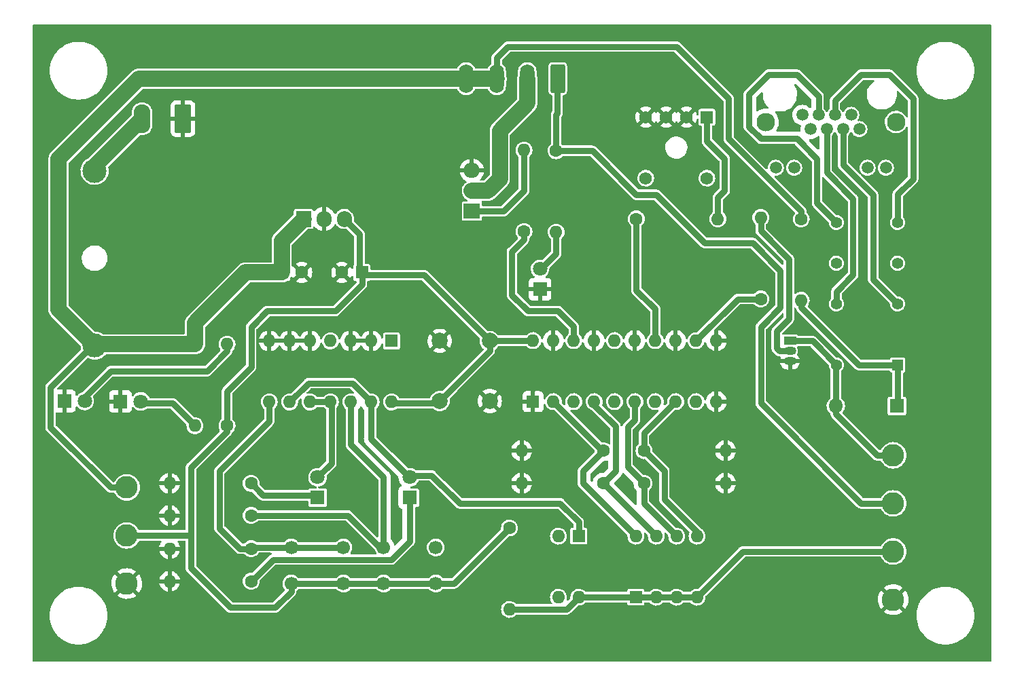
<source format=gbr>
%TF.GenerationSoftware,KiCad,Pcbnew,6.0.7-f9a2dced07~116~ubuntu20.04.1*%
%TF.CreationDate,2022-08-16T09:04:03-03:00*%
%TF.ProjectId,protection-driver,70726f74-6563-4746-996f-6e2d64726976,rev?*%
%TF.SameCoordinates,Original*%
%TF.FileFunction,Copper,L2,Bot*%
%TF.FilePolarity,Positive*%
%FSLAX46Y46*%
G04 Gerber Fmt 4.6, Leading zero omitted, Abs format (unit mm)*
G04 Created by KiCad (PCBNEW 6.0.7-f9a2dced07~116~ubuntu20.04.1) date 2022-08-16 09:04:03*
%MOMM*%
%LPD*%
G01*
G04 APERTURE LIST*
G04 Aperture macros list*
%AMRoundRect*
0 Rectangle with rounded corners*
0 $1 Rounding radius*
0 $2 $3 $4 $5 $6 $7 $8 $9 X,Y pos of 4 corners*
0 Add a 4 corners polygon primitive as box body*
4,1,4,$2,$3,$4,$5,$6,$7,$8,$9,$2,$3,0*
0 Add four circle primitives for the rounded corners*
1,1,$1+$1,$2,$3*
1,1,$1+$1,$4,$5*
1,1,$1+$1,$6,$7*
1,1,$1+$1,$8,$9*
0 Add four rect primitives between the rounded corners*
20,1,$1+$1,$2,$3,$4,$5,0*
20,1,$1+$1,$4,$5,$6,$7,0*
20,1,$1+$1,$6,$7,$8,$9,0*
20,1,$1+$1,$8,$9,$2,$3,0*%
G04 Aperture macros list end*
%TA.AperFunction,ComponentPad*%
%ADD10C,1.600000*%
%TD*%
%TA.AperFunction,ComponentPad*%
%ADD11O,1.600000X1.600000*%
%TD*%
%TA.AperFunction,ComponentPad*%
%ADD12R,1.800000X1.800000*%
%TD*%
%TA.AperFunction,ComponentPad*%
%ADD13O,1.800000X1.800000*%
%TD*%
%TA.AperFunction,ComponentPad*%
%ADD14R,1.600000X1.600000*%
%TD*%
%TA.AperFunction,ComponentPad*%
%ADD15C,1.700000*%
%TD*%
%TA.AperFunction,ComponentPad*%
%ADD16C,1.800000*%
%TD*%
%TA.AperFunction,ComponentPad*%
%ADD17C,1.500000*%
%TD*%
%TA.AperFunction,ComponentPad*%
%ADD18C,2.300000*%
%TD*%
%TA.AperFunction,ComponentPad*%
%ADD19R,1.500000X1.050000*%
%TD*%
%TA.AperFunction,ComponentPad*%
%ADD20O,1.500000X1.050000*%
%TD*%
%TA.AperFunction,ComponentPad*%
%ADD21C,2.800000*%
%TD*%
%TA.AperFunction,ComponentPad*%
%ADD22R,2.000000X1.905000*%
%TD*%
%TA.AperFunction,ComponentPad*%
%ADD23O,2.000000X1.905000*%
%TD*%
%TA.AperFunction,ComponentPad*%
%ADD24C,3.000000*%
%TD*%
%TA.AperFunction,ComponentPad*%
%ADD25RoundRect,0.250000X0.650000X1.550000X-0.650000X1.550000X-0.650000X-1.550000X0.650000X-1.550000X0*%
%TD*%
%TA.AperFunction,ComponentPad*%
%ADD26O,1.800000X3.600000*%
%TD*%
%TA.AperFunction,ComponentPad*%
%ADD27R,1.560000X1.560000*%
%TD*%
%TA.AperFunction,ComponentPad*%
%ADD28C,1.560000*%
%TD*%
%TA.AperFunction,ComponentPad*%
%ADD29R,1.905000X2.000000*%
%TD*%
%TA.AperFunction,ComponentPad*%
%ADD30O,1.905000X2.000000*%
%TD*%
%TA.AperFunction,ComponentPad*%
%ADD31RoundRect,0.249999X0.790001X1.550001X-0.790001X1.550001X-0.790001X-1.550001X0.790001X-1.550001X0*%
%TD*%
%TA.AperFunction,ComponentPad*%
%ADD32O,2.080000X3.600000*%
%TD*%
%TA.AperFunction,ComponentPad*%
%ADD33R,1.400000X1.400000*%
%TD*%
%TA.AperFunction,ComponentPad*%
%ADD34C,1.400000*%
%TD*%
%TA.AperFunction,ComponentPad*%
%ADD35C,2.000000*%
%TD*%
%TA.AperFunction,Conductor*%
%ADD36C,0.800000*%
%TD*%
%TA.AperFunction,Conductor*%
%ADD37C,2.000000*%
%TD*%
G04 APERTURE END LIST*
D10*
%TO.P,R11,1*%
%TO.N,+5V*%
X124500000Y-100304000D03*
D11*
%TO.P,R11,2*%
%TO.N,Net-(D4-Pad2)*%
X124500000Y-90144000D03*
%TD*%
D10*
%TO.P,R7,1*%
%TO.N,Net-(R7-Pad1)*%
X171379000Y-107476000D03*
D11*
%TO.P,R7,2*%
%TO.N,GND*%
X161219000Y-107476000D03*
%TD*%
D12*
%TO.P,D5,1,K*%
%TO.N,Net-(D5-Pad1)*%
X207978000Y-97842000D03*
D13*
%TO.P,D5,2,A*%
%TO.N,Net-(D5-Pad2)*%
X200358000Y-97842000D03*
%TD*%
D14*
%TO.P,U2,1,1OE*%
%TO.N,GND*%
X162621000Y-97306000D03*
D11*
%TO.P,U2,2,1A0*%
%TO.N,Net-(R6-Pad1)*%
X165161000Y-97306000D03*
%TO.P,U2,3,2Y0*%
%TO.N,unconnected-(U2-Pad3)*%
X167701000Y-97306000D03*
%TO.P,U2,4,1A1*%
%TO.N,Net-(R7-Pad1)*%
X170241000Y-97306000D03*
%TO.P,U2,5,2Y1*%
%TO.N,unconnected-(U2-Pad5)*%
X172781000Y-97306000D03*
%TO.P,U2,6,1A2*%
%TO.N,Net-(R9-Pad1)*%
X175321000Y-97306000D03*
%TO.P,U2,7,2Y2*%
%TO.N,unconnected-(U2-Pad7)*%
X177861000Y-97306000D03*
%TO.P,U2,8,1A3*%
%TO.N,Net-(R10-Pad1)*%
X180401000Y-97306000D03*
%TO.P,U2,9,2Y3*%
%TO.N,unconnected-(U2-Pad9)*%
X182941000Y-97306000D03*
%TO.P,U2,10,GND*%
%TO.N,GND*%
X185481000Y-97306000D03*
%TO.P,U2,11,2A3*%
X185481000Y-89686000D03*
%TO.P,U2,12,1Y3*%
%TO.N,/relay_on*%
X182941000Y-89686000D03*
%TO.P,U2,13,2A2*%
%TO.N,GND*%
X180401000Y-89686000D03*
%TO.P,U2,14,1Y2*%
%TO.N,/IGBT_on*%
X177861000Y-89686000D03*
%TO.P,U2,15,2A1*%
%TO.N,GND*%
X175321000Y-89686000D03*
%TO.P,U2,16,1Y1*%
%TO.N,unconnected-(U2-Pad16)*%
X172781000Y-89686000D03*
%TO.P,U2,17,2A0*%
%TO.N,GND*%
X170241000Y-89686000D03*
%TO.P,U2,18,1Y0*%
%TO.N,/contactor_on*%
X167701000Y-89686000D03*
%TO.P,U2,19,2OE*%
%TO.N,GND*%
X165161000Y-89686000D03*
%TO.P,U2,20,VCC*%
%TO.N,+5V*%
X162621000Y-89686000D03*
%TD*%
D15*
%TO.P,SW2,1,C*%
%TO.N,+5V*%
X139000000Y-120000000D03*
X132500000Y-120000000D03*
%TO.P,SW2,2,D*%
%TO.N,/SR_Latch/R*%
X139000000Y-115500000D03*
X132500000Y-115500000D03*
%TD*%
D12*
%TO.P,D3,1,K*%
%TO.N,Net-(D3-Pad1)*%
X147275000Y-109275000D03*
D16*
%TO.P,D3,2,A*%
%TO.N,/Q*%
X147275000Y-106735000D03*
%TD*%
D15*
%TO.P,SW1,1,C*%
%TO.N,+5V*%
X144000000Y-120000000D03*
X150500000Y-120000000D03*
%TO.P,SW1,2,D*%
%TO.N,/SR_Latch/S*%
X144000000Y-115500000D03*
X150500000Y-115500000D03*
%TD*%
D12*
%TO.P,D6,1,K*%
%TO.N,GND*%
X163500000Y-83275000D03*
D16*
%TO.P,D6,2,A*%
%TO.N,Net-(D6-Pad2)*%
X163500000Y-80735000D03*
%TD*%
D17*
%TO.P,J4,1,Pin_1*%
%TO.N,unconnected-(J4-Pad1)*%
X196178000Y-61520000D03*
%TO.P,J4,2,Pin_2*%
%TO.N,unconnected-(J4-Pad2)*%
X197194000Y-63300000D03*
%TO.P,J4,3,Pin_3*%
%TO.N,/K21*%
X198210000Y-61520000D03*
%TO.P,J4,4,Pin_4*%
%TO.N,/K22*%
X199226000Y-63300000D03*
%TO.P,J4,5,Pin_5*%
%TO.N,/K11*%
X200242000Y-61520000D03*
%TO.P,J4,6,Pin_6*%
%TO.N,/K12*%
X201258000Y-63300000D03*
%TO.P,J4,7,Pin_7*%
%TO.N,unconnected-(J4-Pad7)*%
X202274000Y-61520000D03*
%TO.P,J4,8,Pin_8*%
%TO.N,unconnected-(J4-Pad8)*%
X203290000Y-63300000D03*
%TO.P,J4,9*%
%TO.N,N/C*%
X192878000Y-68120000D03*
%TO.P,J4,10*%
X195168000Y-68120000D03*
%TO.P,J4,11*%
X204308000Y-68120000D03*
%TO.P,J4,12*%
X206598000Y-68120000D03*
D18*
%TO.P,J4,SH*%
X207868000Y-62410000D03*
X191608000Y-62410000D03*
%TD*%
D19*
%TO.P,Q1,1,C*%
%TO.N,Net-(D5-Pad2)*%
X194640000Y-89730000D03*
D20*
%TO.P,Q1,2,B*%
%TO.N,Net-(Q1-Pad2)*%
X194640000Y-91000000D03*
%TO.P,Q1,3,E*%
%TO.N,GND*%
X194640000Y-92270000D03*
%TD*%
D12*
%TO.P,D2,1,K*%
%TO.N,Net-(D2-Pad1)*%
X135775000Y-109275000D03*
D16*
%TO.P,D2,2,A*%
%TO.N,/SR_Latch/~{Q}*%
X135775000Y-106735000D03*
%TD*%
D10*
%TO.P,R14,1*%
%TO.N,/contactor_on*%
X161500000Y-76080000D03*
D11*
%TO.P,R14,2*%
%TO.N,Net-(Q2-Pad1)*%
X161500000Y-65920000D03*
%TD*%
D14*
%TO.P,C1,1*%
%TO.N,+15V*%
X131317621Y-81182379D03*
D10*
%TO.P,C1,2*%
%TO.N,GND*%
X133817621Y-81182379D03*
%TD*%
D21*
%TO.P,TP5,1,1*%
%TO.N,GND*%
X207500000Y-122000000D03*
%TD*%
%TO.P,TP3,1,1*%
%TO.N,+15V*%
X112000000Y-108000000D03*
%TD*%
D12*
%TO.P,D1,1,K*%
%TO.N,GND*%
X111225000Y-97275000D03*
D16*
%TO.P,D1,2,A*%
%TO.N,Net-(D1-Pad2)*%
X113765000Y-97275000D03*
%TD*%
D14*
%TO.P,U4,1*%
%TO.N,unconnected-(U4-Pad1)*%
X145000000Y-89724000D03*
D11*
%TO.P,U4,2*%
%TO.N,GND*%
X142460000Y-89724000D03*
%TO.P,U4,3*%
X139920000Y-89724000D03*
%TO.P,U4,4*%
%TO.N,unconnected-(U4-Pad4)*%
X137380000Y-89724000D03*
%TO.P,U4,5*%
%TO.N,GND*%
X134840000Y-89724000D03*
%TO.P,U4,6*%
X132300000Y-89724000D03*
%TO.P,U4,7,GND*%
X129760000Y-89724000D03*
%TO.P,U4,8*%
%TO.N,/SR_Latch/R*%
X129760000Y-97344000D03*
%TO.P,U4,9*%
%TO.N,/Q*%
X132300000Y-97344000D03*
%TO.P,U4,10*%
%TO.N,/SR_Latch/~{Q}*%
X134840000Y-97344000D03*
%TO.P,U4,11*%
X137380000Y-97344000D03*
%TO.P,U4,12*%
%TO.N,/SR_Latch/S*%
X139920000Y-97344000D03*
%TO.P,U4,13*%
%TO.N,/Q*%
X142460000Y-97344000D03*
%TO.P,U4,14,VCC*%
%TO.N,+5V*%
X145000000Y-97344000D03*
%TD*%
D10*
%TO.P,R16,1*%
%TO.N,Net-(J2-Pad1)*%
X165500000Y-66000000D03*
D11*
%TO.P,R16,2*%
%TO.N,Net-(D6-Pad2)*%
X165500000Y-76160000D03*
%TD*%
%TO.P,SW3,1,A*%
%TO.N,/Q*%
X165791000Y-114080000D03*
D14*
X168331000Y-114080000D03*
D11*
%TO.P,SW3,2,B*%
%TO.N,Net-(R3-Pad2)*%
X168331000Y-121700000D03*
X165791000Y-121700000D03*
%TD*%
D10*
%TO.P,R5,1*%
%TO.N,Net-(D2-Pad1)*%
X127500000Y-107500000D03*
D11*
%TO.P,R5,2*%
%TO.N,GND*%
X117340000Y-107500000D03*
%TD*%
D22*
%TO.P,Q2,1,B*%
%TO.N,Net-(Q2-Pad1)*%
X155000000Y-73540000D03*
D23*
%TO.P,Q2,2,C*%
%TO.N,Net-(J2-Pad2)*%
X155000000Y-71000000D03*
%TO.P,Q2,3,E*%
%TO.N,GND*%
X155000000Y-68460000D03*
%TD*%
D24*
%TO.P,F1,1*%
%TO.N,Net-(F1-Pad1)*%
X108000000Y-68500000D03*
%TO.P,F1,2*%
%TO.N,+15V*%
X108000000Y-90300000D03*
%TD*%
D21*
%TO.P,TP9,1,1*%
%TO.N,Net-(J2-Pad1)*%
X207500000Y-110000000D03*
%TD*%
D16*
%TO.P,D4,2,A*%
%TO.N,Net-(D4-Pad2)*%
X106765000Y-97225000D03*
D12*
%TO.P,D4,1,K*%
%TO.N,GND*%
X104225000Y-97225000D03*
%TD*%
D14*
%TO.P,SW4,1*%
%TO.N,Net-(R3-Pad2)*%
X175443000Y-121700000D03*
D11*
%TO.P,SW4,2*%
X177983000Y-121700000D03*
%TO.P,SW4,3*%
X180523000Y-121700000D03*
%TO.P,SW4,4*%
X183063000Y-121700000D03*
%TO.P,SW4,5*%
%TO.N,Net-(R10-Pad1)*%
X183063000Y-114080000D03*
%TO.P,SW4,6*%
%TO.N,Net-(R9-Pad1)*%
X180523000Y-114080000D03*
%TO.P,SW4,7*%
%TO.N,Net-(R7-Pad1)*%
X177983000Y-114080000D03*
%TO.P,SW4,8*%
%TO.N,Net-(R6-Pad1)*%
X175443000Y-114080000D03*
%TD*%
D21*
%TO.P,TP2,1,1*%
%TO.N,+5V*%
X112000000Y-114000000D03*
%TD*%
%TO.P,TP4,1,1*%
%TO.N,GND*%
X112000000Y-120000000D03*
%TD*%
%TO.P,TP8,1,1*%
%TO.N,Net-(D5-Pad2)*%
X207500000Y-104000000D03*
%TD*%
D10*
%TO.P,R1,1*%
%TO.N,/SR_Latch/S*%
X127500000Y-111500000D03*
D11*
%TO.P,R1,2*%
%TO.N,GND*%
X117340000Y-111500000D03*
%TD*%
D25*
%TO.P,J2,1,Pin_1*%
%TO.N,Net-(J2-Pad1)*%
X165717500Y-57000000D03*
D26*
%TO.P,J2,2,Pin_2*%
%TO.N,Net-(J2-Pad2)*%
X161907500Y-57000000D03*
%TO.P,J2,3,Pin_3*%
%TO.N,+15V*%
X158097500Y-57000000D03*
%TO.P,J2,4,Pin_4*%
X154287500Y-57000000D03*
%TD*%
D21*
%TO.P,TP1,1,1*%
%TO.N,Net-(R3-Pad2)*%
X207500000Y-116000000D03*
%TD*%
D10*
%TO.P,R13,1*%
%TO.N,/relay_on*%
X191000000Y-84500000D03*
D11*
%TO.P,R13,2*%
%TO.N,Net-(Q1-Pad2)*%
X191000000Y-74340000D03*
%TD*%
D10*
%TO.P,R4,1*%
%TO.N,+15V*%
X120500000Y-90144000D03*
D11*
%TO.P,R4,2*%
%TO.N,Net-(D1-Pad2)*%
X120500000Y-100304000D03*
%TD*%
D10*
%TO.P,R9,1*%
%TO.N,Net-(R9-Pad1)*%
X176459000Y-107476000D03*
D11*
%TO.P,R9,2*%
%TO.N,GND*%
X186619000Y-107476000D03*
%TD*%
D10*
%TO.P,R8,1*%
%TO.N,Net-(D3-Pad1)*%
X127500000Y-119716000D03*
D11*
%TO.P,R8,2*%
%TO.N,GND*%
X117340000Y-119716000D03*
%TD*%
D10*
%TO.P,R3,1*%
%TO.N,+5V*%
X159695000Y-113064000D03*
D11*
%TO.P,R3,2*%
%TO.N,Net-(R3-Pad2)*%
X159695000Y-123224000D03*
%TD*%
D27*
%TO.P,U3,1,Anode*%
%TO.N,Net-(R12-Pad2)*%
X184295000Y-61795000D03*
D28*
%TO.P,U3,2,Cathode*%
%TO.N,GND*%
X181755000Y-61795000D03*
%TO.P,U3,3,Open*%
X179215000Y-61795000D03*
%TO.P,U3,4,Open*%
X176675000Y-61795000D03*
%TO.P,U3,5,NC*%
%TO.N,unconnected-(U3-Pad5)*%
X176675000Y-69415000D03*
%TO.P,U3,8,NC*%
%TO.N,unconnected-(U3-Pad8)*%
X184295000Y-69415000D03*
%TD*%
D29*
%TO.P,U1,1,VI*%
%TO.N,+15V*%
X134024000Y-74507379D03*
D30*
%TO.P,U1,2,GND*%
%TO.N,GND*%
X136564000Y-74507379D03*
%TO.P,U1,3,VO*%
%TO.N,+5V*%
X139104000Y-74507379D03*
%TD*%
D10*
%TO.P,R15,1*%
%TO.N,+15V*%
X196040000Y-74500000D03*
D11*
%TO.P,R15,2*%
%TO.N,Net-(D5-Pad1)*%
X196040000Y-84660000D03*
%TD*%
D10*
%TO.P,R6,1*%
%TO.N,Net-(R6-Pad1)*%
X171379000Y-103412000D03*
D11*
%TO.P,R6,2*%
%TO.N,GND*%
X161219000Y-103412000D03*
%TD*%
D31*
%TO.P,J1,1,Pin_1*%
%TO.N,GND*%
X119000000Y-62000000D03*
D32*
%TO.P,J1,2,Pin_2*%
%TO.N,Net-(F1-Pad1)*%
X113920000Y-62000000D03*
%TD*%
D33*
%TO.P,K1,1*%
%TO.N,Net-(D5-Pad1)*%
X208057500Y-92729500D03*
D34*
%TO.P,K1,4*%
%TO.N,/K12*%
X208057500Y-85109500D03*
%TO.P,K1,6*%
%TO.N,unconnected-(K1-Pad6)*%
X208057500Y-80029500D03*
%TO.P,K1,8*%
%TO.N,/K11*%
X208057500Y-74949500D03*
%TO.P,K1,9*%
%TO.N,/K21*%
X200437500Y-74949500D03*
%TO.P,K1,11*%
%TO.N,unconnected-(K1-Pad11)*%
X200437500Y-80029500D03*
%TO.P,K1,13*%
%TO.N,/K22*%
X200437500Y-85109500D03*
%TO.P,K1,16*%
%TO.N,Net-(D5-Pad2)*%
X200437500Y-92729500D03*
%TD*%
D14*
%TO.P,C2,1*%
%TO.N,+5V*%
X141302379Y-81182379D03*
D10*
%TO.P,C2,2*%
%TO.N,GND*%
X138802379Y-81182379D03*
%TD*%
D35*
%TO.P,C4,1*%
%TO.N,+5V*%
X151000000Y-97224000D03*
%TO.P,C4,2*%
%TO.N,GND*%
X151000000Y-89724000D03*
%TD*%
D10*
%TO.P,R2,1*%
%TO.N,/SR_Latch/R*%
X127500000Y-115652000D03*
D11*
%TO.P,R2,2*%
%TO.N,GND*%
X117340000Y-115652000D03*
%TD*%
D35*
%TO.P,C3,1*%
%TO.N,+5V*%
X157231000Y-89724000D03*
%TO.P,C3,2*%
%TO.N,GND*%
X157231000Y-97224000D03*
%TD*%
D10*
%TO.P,R12,1*%
%TO.N,/IGBT_on*%
X175500000Y-74500000D03*
D11*
%TO.P,R12,2*%
%TO.N,Net-(R12-Pad2)*%
X185660000Y-74500000D03*
%TD*%
D10*
%TO.P,R10,1*%
%TO.N,Net-(R10-Pad1)*%
X176459000Y-103412000D03*
D11*
%TO.P,R10,2*%
%TO.N,GND*%
X186619000Y-103412000D03*
%TD*%
D36*
%TO.N,/Q*%
X168331000Y-114080000D02*
X168331000Y-112331000D01*
X168331000Y-112331000D02*
X166000000Y-110000000D01*
X166000000Y-110000000D02*
X162032000Y-110000000D01*
X162032000Y-110000000D02*
X162016000Y-110016000D01*
X162016000Y-110016000D02*
X153516000Y-110016000D01*
X153516000Y-110016000D02*
X150000000Y-106500000D01*
X150000000Y-106500000D02*
X147000000Y-106500000D01*
X142460000Y-101960000D02*
X142460000Y-97344000D01*
X147000000Y-106500000D02*
X142460000Y-101960000D01*
%TO.N,Net-(R3-Pad2)*%
X159695000Y-123224000D02*
X166807000Y-123224000D01*
X166807000Y-123224000D02*
X168331000Y-121700000D01*
X168331000Y-121700000D02*
X175443000Y-121700000D01*
X207500000Y-116000000D02*
X188763000Y-116000000D01*
X175443000Y-121700000D02*
X183063000Y-121700000D01*
X188763000Y-116000000D02*
X183063000Y-121700000D01*
%TO.N,+5V*%
X124500000Y-100304000D02*
X124500000Y-101000000D01*
X124500000Y-101000000D02*
X120000000Y-105500000D01*
X120000000Y-105500000D02*
X120000000Y-114000000D01*
X120000000Y-114000000D02*
X112000000Y-114000000D01*
X120000000Y-113992000D02*
X120000000Y-118096000D01*
X120000000Y-118096000D02*
X124904000Y-123000000D01*
X124904000Y-123000000D02*
X130500000Y-123000000D01*
X130500000Y-123000000D02*
X132500000Y-121000000D01*
X132500000Y-121000000D02*
X132500000Y-120000000D01*
X124500000Y-100304000D02*
X124500000Y-96000000D01*
X124500000Y-96000000D02*
X127500000Y-93000000D01*
X127500000Y-93000000D02*
X127500000Y-88000000D01*
X127500000Y-88000000D02*
X129500000Y-86000000D01*
X129500000Y-86000000D02*
X138000000Y-86000000D01*
X138000000Y-86000000D02*
X141302379Y-82697621D01*
X141302379Y-82697621D02*
X141302379Y-81182379D01*
%TO.N,Net-(D4-Pad2)*%
X106765000Y-97225000D02*
X106765000Y-96735000D01*
X106765000Y-96735000D02*
X110000000Y-93500000D01*
X110000000Y-93500000D02*
X122000000Y-93500000D01*
X122000000Y-93500000D02*
X124500000Y-91000000D01*
X124500000Y-91000000D02*
X124500000Y-90144000D01*
%TO.N,Net-(D1-Pad2)*%
X120500000Y-100304000D02*
X117696000Y-97500000D01*
X117696000Y-97500000D02*
X113990000Y-97500000D01*
X113990000Y-97500000D02*
X113765000Y-97275000D01*
%TO.N,+15V*%
X112000000Y-108000000D02*
X110000000Y-108000000D01*
X110000000Y-108000000D02*
X102500000Y-100500000D01*
X102500000Y-100500000D02*
X102500000Y-95500000D01*
X102500000Y-95500000D02*
X107700000Y-90300000D01*
X107700000Y-90300000D02*
X108000000Y-90300000D01*
%TO.N,Net-(D5-Pad2)*%
X194640000Y-89730000D02*
X197438000Y-89730000D01*
%TO.N,Net-(J2-Pad1)*%
X207500000Y-110000000D02*
X203500000Y-110000000D01*
X178000000Y-71500000D02*
X175500000Y-71500000D01*
X203500000Y-110000000D02*
X191000000Y-97500000D01*
X170000000Y-66000000D02*
X165500000Y-66000000D01*
X191000000Y-97500000D02*
X191000000Y-88000000D01*
X191000000Y-88000000D02*
X193450000Y-85550000D01*
X193450000Y-85550000D02*
X193450000Y-80950000D01*
X193450000Y-80950000D02*
X190000000Y-77500000D01*
X190000000Y-77500000D02*
X184000000Y-77500000D01*
X184000000Y-77500000D02*
X178000000Y-71500000D01*
X175500000Y-71500000D02*
X170000000Y-66000000D01*
%TO.N,/relay_on*%
X191000000Y-84500000D02*
X188127000Y-84500000D01*
X188127000Y-84500000D02*
X182941000Y-89686000D01*
%TO.N,+15V*%
X196040000Y-74500000D02*
X196040000Y-73540000D01*
X196040000Y-73540000D02*
X187000000Y-64500000D01*
X187000000Y-64500000D02*
X187000000Y-59500000D01*
X187000000Y-59500000D02*
X180500000Y-53000000D01*
X180500000Y-53000000D02*
X159500000Y-53000000D01*
X159500000Y-53000000D02*
X158097500Y-54402500D01*
X158097500Y-54402500D02*
X158097500Y-57000000D01*
%TO.N,/K11*%
X208057500Y-74949500D02*
X208057500Y-71442500D01*
X208057500Y-71442500D02*
X210000000Y-69500000D01*
X210000000Y-59500000D02*
X207000000Y-56500000D01*
X207000000Y-56500000D02*
X203500000Y-56500000D01*
X210000000Y-69500000D02*
X210000000Y-59500000D01*
X203500000Y-56500000D02*
X200242000Y-59758000D01*
X200242000Y-59758000D02*
X200242000Y-61520000D01*
D37*
%TO.N,+15V*%
X131317621Y-77213758D02*
X134024000Y-74507379D01*
X103500000Y-67000000D02*
X103500000Y-85800000D01*
X126817621Y-81182379D02*
X131317621Y-81182379D01*
X131317621Y-81182379D02*
X131317621Y-77213758D01*
X148500000Y-57000000D02*
X154287500Y-57000000D01*
X108156000Y-90144000D02*
X108000000Y-90300000D01*
X103500000Y-85800000D02*
X108000000Y-90300000D01*
X120500000Y-90144000D02*
X120500000Y-87500000D01*
X154287500Y-57000000D02*
X158097500Y-57000000D01*
X113500000Y-57000000D02*
X103500000Y-67000000D01*
X120500000Y-87500000D02*
X126817621Y-81182379D01*
X120500000Y-90144000D02*
X108156000Y-90144000D01*
X154287500Y-57000000D02*
X113500000Y-57000000D01*
D36*
%TO.N,/SR_Latch/S*%
X139920000Y-102670000D02*
X139920000Y-97344000D01*
X144000000Y-115500000D02*
X144000000Y-106750000D01*
X144000000Y-115500000D02*
X143538000Y-115500000D01*
X139538000Y-111500000D02*
X127500000Y-111500000D01*
X144000000Y-106750000D02*
X139920000Y-102670000D01*
X143538000Y-115500000D02*
X139538000Y-111500000D01*
%TO.N,/SR_Latch/R*%
X129760000Y-99740000D02*
X129760000Y-97421000D01*
X126080000Y-115652000D02*
X123540000Y-113112000D01*
X132500000Y-115500000D02*
X127652000Y-115500000D01*
X123540000Y-113112000D02*
X123540000Y-105960000D01*
X127500000Y-115652000D02*
X126080000Y-115652000D01*
X123540000Y-105960000D02*
X129760000Y-99740000D01*
X127652000Y-115500000D02*
X127500000Y-115652000D01*
X132500000Y-115500000D02*
X139000000Y-115500000D01*
%TO.N,+5V*%
X149007000Y-81500000D02*
X157231000Y-89724000D01*
X150724000Y-97500000D02*
X151000000Y-97224000D01*
X141000000Y-76403379D02*
X141000000Y-80880000D01*
X151000000Y-97224000D02*
X157231000Y-90993000D01*
X157269000Y-89686000D02*
X162621000Y-89686000D01*
X139104000Y-74507379D02*
X141000000Y-76403379D01*
X141000000Y-80880000D02*
X141302379Y-81182379D01*
X141620000Y-81500000D02*
X149007000Y-81500000D01*
X144000000Y-120000000D02*
X150500000Y-120000000D01*
X157231000Y-90993000D02*
X157231000Y-89724000D01*
X152759000Y-120000000D02*
X159695000Y-113064000D01*
X141302379Y-81182379D02*
X141620000Y-81500000D01*
X145000000Y-97500000D02*
X150724000Y-97500000D01*
X150500000Y-120000000D02*
X152759000Y-120000000D01*
X139000000Y-120000000D02*
X144000000Y-120000000D01*
X139000000Y-120000000D02*
X132500000Y-120000000D01*
%TO.N,Net-(D5-Pad1)*%
X208037500Y-92749500D02*
X208057500Y-92729500D01*
X208057500Y-97762500D02*
X207978000Y-97842000D01*
X196040000Y-84660000D02*
X196040000Y-85540000D01*
X196040000Y-85540000D02*
X203249500Y-92749500D01*
X203249500Y-92749500D02*
X208037500Y-92749500D01*
X208057500Y-92729500D02*
X208057500Y-97762500D01*
%TO.N,Net-(D5-Pad2)*%
X207500000Y-104000000D02*
X205500000Y-104000000D01*
X200358000Y-98858000D02*
X200358000Y-97842000D01*
X205500000Y-104000000D02*
X200358000Y-98858000D01*
X200358000Y-97842000D02*
X200358000Y-92809000D01*
X200437500Y-92729500D02*
X197438000Y-89730000D01*
X200358000Y-92809000D02*
X200437500Y-92729500D01*
%TO.N,Net-(D6-Pad2)*%
X165500000Y-76160000D02*
X165500000Y-78864000D01*
X165500000Y-78864000D02*
X163629000Y-80735000D01*
X163629000Y-80735000D02*
X163500000Y-80735000D01*
D37*
%TO.N,Net-(F1-Pad1)*%
X108000000Y-67920000D02*
X113920000Y-62000000D01*
X108000000Y-68500000D02*
X108000000Y-67920000D01*
D36*
%TO.N,/K12*%
X205000000Y-71500000D02*
X201258000Y-67758000D01*
X208057500Y-85109500D02*
X205000000Y-82052000D01*
X205000000Y-82052000D02*
X205000000Y-71500000D01*
X201258000Y-67758000D02*
X201258000Y-63300000D01*
%TO.N,Net-(Q1-Pad2)*%
X194500000Y-87000000D02*
X194500000Y-79500000D01*
X193000000Y-90395000D02*
X193000000Y-88500000D01*
X193335000Y-91000000D02*
X193000000Y-90665000D01*
X191000000Y-76000000D02*
X191000000Y-74340000D01*
X193000000Y-88500000D02*
X194500000Y-87000000D01*
X194640000Y-91000000D02*
X193335000Y-91000000D01*
X193000000Y-90665000D02*
X193000000Y-89000000D01*
X194500000Y-79500000D02*
X191000000Y-76000000D01*
%TO.N,Net-(Q2-Pad1)*%
X161500000Y-71000000D02*
X161500000Y-65920000D01*
X158960000Y-73540000D02*
X161500000Y-71000000D01*
X155000000Y-73540000D02*
X158960000Y-73540000D01*
%TO.N,Net-(R6-Pad1)*%
X168839000Y-105952000D02*
X171379000Y-103412000D01*
X168839000Y-107476000D02*
X168839000Y-105952000D01*
X175443000Y-114080000D02*
X168839000Y-107476000D01*
X171267000Y-103412000D02*
X165161000Y-97306000D01*
X171379000Y-103412000D02*
X171267000Y-103412000D01*
%TO.N,Net-(R7-Pad1)*%
X177983000Y-114080000D02*
X171379000Y-107476000D01*
X172903000Y-100364000D02*
X170241000Y-97702000D01*
X170241000Y-97702000D02*
X170241000Y-97306000D01*
X171379000Y-107476000D02*
X172903000Y-105952000D01*
X172903000Y-105952000D02*
X172903000Y-100364000D01*
%TO.N,/SR_Latch/~{Q}*%
X135775000Y-106735000D02*
X137500000Y-105010000D01*
X137457000Y-97344000D02*
X134917000Y-97344000D01*
X137500000Y-97387000D02*
X137457000Y-97344000D01*
X137500000Y-105010000D02*
X137500000Y-97387000D01*
%TO.N,/Q*%
X165791000Y-114080000D02*
X165791000Y-113791000D01*
X132300000Y-97344000D02*
X134644000Y-95000000D01*
X134644000Y-95000000D02*
X140116000Y-95000000D01*
X142433000Y-97834000D02*
X142433000Y-97371000D01*
X140116000Y-95000000D02*
X142460000Y-97344000D01*
X142433000Y-97371000D02*
X142460000Y-97344000D01*
%TO.N,Net-(R9-Pad1)*%
X176459000Y-107476000D02*
X174427000Y-105444000D01*
X175321000Y-99570500D02*
X175321000Y-97306000D01*
X174427000Y-100464500D02*
X175321000Y-99570500D01*
X176459000Y-107476000D02*
X176459000Y-110016000D01*
X174427000Y-105444000D02*
X174427000Y-100464500D01*
X176459000Y-110016000D02*
X180523000Y-114080000D01*
%TO.N,Net-(R10-Pad1)*%
X178999000Y-109508000D02*
X178999000Y-105952000D01*
X183063000Y-113572000D02*
X178999000Y-109508000D01*
X176459000Y-101248000D02*
X180401000Y-97306000D01*
X178999000Y-105952000D02*
X176459000Y-103412000D01*
X183063000Y-114080000D02*
X183063000Y-113572000D01*
X176459000Y-103412000D02*
X176459000Y-101248000D01*
%TO.N,/IGBT_on*%
X175500000Y-83393000D02*
X175500000Y-74500000D01*
X177861000Y-85754000D02*
X175500000Y-83393000D01*
X177861000Y-89686000D02*
X177861000Y-85754000D01*
%TO.N,Net-(R12-Pad2)*%
X186500000Y-67000000D02*
X184295000Y-64795000D01*
X185660000Y-71840000D02*
X186500000Y-71000000D01*
X186500000Y-71000000D02*
X186500000Y-67000000D01*
X184295000Y-64795000D02*
X184295000Y-61795000D01*
X185660000Y-74500000D02*
X185660000Y-71840000D01*
%TO.N,/contactor_on*%
X161500000Y-76080000D02*
X161500000Y-77080000D01*
X162000000Y-86000000D02*
X165757500Y-86000000D01*
X165757500Y-86000000D02*
X167701000Y-87943500D01*
X167701000Y-87943500D02*
X167701000Y-89686000D01*
X161500000Y-77080000D02*
X160000000Y-78580000D01*
X160000000Y-84000000D02*
X162000000Y-86000000D01*
X160000000Y-78580000D02*
X160000000Y-84000000D01*
%TO.N,/K21*%
X195500000Y-56500000D02*
X192000000Y-56500000D01*
X191000000Y-64500000D02*
X195500000Y-64500000D01*
X189500000Y-63000000D02*
X191000000Y-64500000D01*
X198000000Y-67000000D02*
X198000000Y-72512000D01*
X198210000Y-59210000D02*
X195500000Y-56500000D01*
X198210000Y-61520000D02*
X198210000Y-59210000D01*
X189500000Y-59000000D02*
X189500000Y-63000000D01*
X192000000Y-56500000D02*
X189500000Y-59000000D01*
X198000000Y-72512000D02*
X200437500Y-74949500D01*
X195500000Y-64500000D02*
X198000000Y-67000000D01*
%TO.N,/K22*%
X199226000Y-68726000D02*
X199226000Y-63300000D01*
X200437500Y-83562500D02*
X202500000Y-81500000D01*
X202500000Y-81500000D02*
X202500000Y-72000000D01*
X200437500Y-85109500D02*
X200437500Y-83562500D01*
X202500000Y-72000000D02*
X199226000Y-68726000D01*
%TO.N,Net-(D2-Pad1)*%
X135500000Y-109000000D02*
X129000000Y-109000000D01*
X135775000Y-109275000D02*
X135500000Y-109000000D01*
X129000000Y-109000000D02*
X127500000Y-107500000D01*
%TO.N,Net-(D3-Pad1)*%
X127500000Y-119716000D02*
X130216000Y-117000000D01*
X147275000Y-114725000D02*
X147275000Y-109275000D01*
X130216000Y-117000000D02*
X145000000Y-117000000D01*
X145000000Y-117000000D02*
X147275000Y-114725000D01*
%TO.N,Net-(J2-Pad1)*%
X165500000Y-61510000D02*
X165668000Y-61342000D01*
X165500000Y-66000000D02*
X165500000Y-61510000D01*
X165668000Y-61342000D02*
X165668000Y-57049500D01*
X165668000Y-57049500D02*
X165717500Y-57000000D01*
D37*
%TO.N,Net-(J2-Pad2)*%
X161907500Y-60092500D02*
X161907500Y-57000000D01*
X158500000Y-69500000D02*
X158500000Y-63500000D01*
X155000000Y-71000000D02*
X157000000Y-71000000D01*
X157000000Y-71000000D02*
X158500000Y-69500000D01*
X158500000Y-63500000D02*
X161907500Y-60092500D01*
%TD*%
%TA.AperFunction,Conductor*%
%TO.N,GND*%
G36*
X219691621Y-50270502D02*
G01*
X219738114Y-50324158D01*
X219749500Y-50376500D01*
X219749500Y-129623500D01*
X219729498Y-129691621D01*
X219675842Y-129738114D01*
X219623500Y-129749500D01*
X100376500Y-129749500D01*
X100308379Y-129729498D01*
X100261886Y-129675842D01*
X100250500Y-129623500D01*
X100250500Y-124000000D01*
X102394559Y-124000000D01*
X102414310Y-124376871D01*
X102473347Y-124749613D01*
X102571022Y-125114143D01*
X102706266Y-125466465D01*
X102877597Y-125802720D01*
X103083137Y-126119225D01*
X103320635Y-126412511D01*
X103587489Y-126679365D01*
X103880775Y-126916863D01*
X104197280Y-127122403D01*
X104200214Y-127123898D01*
X104200221Y-127123902D01*
X104530595Y-127292236D01*
X104533535Y-127293734D01*
X104885857Y-127428978D01*
X105250387Y-127526653D01*
X105448353Y-127558008D01*
X105619881Y-127585176D01*
X105619889Y-127585177D01*
X105623129Y-127585690D01*
X105905720Y-127600500D01*
X106094280Y-127600500D01*
X106376871Y-127585690D01*
X106380111Y-127585177D01*
X106380119Y-127585176D01*
X106551647Y-127558008D01*
X106749613Y-127526653D01*
X107114143Y-127428978D01*
X107466465Y-127293734D01*
X107469405Y-127292236D01*
X107799779Y-127123902D01*
X107799786Y-127123898D01*
X107802720Y-127122403D01*
X108119225Y-126916863D01*
X108412511Y-126679365D01*
X108679365Y-126412511D01*
X108916863Y-126119225D01*
X109120606Y-125805489D01*
X109120607Y-125805487D01*
X109122403Y-125802721D01*
X109123903Y-125799779D01*
X109292236Y-125469405D01*
X109293734Y-125466465D01*
X109428978Y-125114143D01*
X109526653Y-124749613D01*
X109585690Y-124376871D01*
X109605441Y-124000000D01*
X109585690Y-123623129D01*
X109584889Y-123618066D01*
X109553191Y-123417940D01*
X109526653Y-123250387D01*
X109428978Y-122885857D01*
X109293734Y-122533535D01*
X109264673Y-122476500D01*
X109123902Y-122200221D01*
X109123898Y-122200214D01*
X109122403Y-122197280D01*
X109117661Y-122189977D01*
X108918665Y-121883550D01*
X108916863Y-121880775D01*
X108679365Y-121587489D01*
X108609682Y-121517806D01*
X110847361Y-121517806D01*
X110854751Y-121528108D01*
X110896630Y-121562203D01*
X110903909Y-121567318D01*
X111127756Y-121702085D01*
X111135670Y-121706118D01*
X111376286Y-121808006D01*
X111384691Y-121810883D01*
X111637257Y-121877850D01*
X111645989Y-121879516D01*
X111905474Y-121910227D01*
X111914340Y-121910645D01*
X112175561Y-121904490D01*
X112184414Y-121903653D01*
X112442162Y-121860752D01*
X112450796Y-121858679D01*
X112699930Y-121779888D01*
X112708192Y-121776617D01*
X112943731Y-121663513D01*
X112951455Y-121659107D01*
X113145268Y-121529606D01*
X113153556Y-121519688D01*
X113146299Y-121505509D01*
X112012812Y-120372022D01*
X111998868Y-120364408D01*
X111997035Y-120364539D01*
X111990420Y-120368790D01*
X110854527Y-121504683D01*
X110847361Y-121517806D01*
X108609682Y-121517806D01*
X108412511Y-121320635D01*
X108119225Y-121083137D01*
X107987192Y-120997394D01*
X107805489Y-120879395D01*
X107805486Y-120879393D01*
X107802720Y-120877597D01*
X107799786Y-120876102D01*
X107799779Y-120876098D01*
X107469405Y-120707764D01*
X107466465Y-120706266D01*
X107198670Y-120603469D01*
X107117233Y-120572208D01*
X107117231Y-120572207D01*
X107114143Y-120571022D01*
X106749613Y-120473347D01*
X106551647Y-120441992D01*
X106380119Y-120414824D01*
X106380111Y-120414823D01*
X106376871Y-120414310D01*
X106094280Y-120399500D01*
X105905720Y-120399500D01*
X105623129Y-120414310D01*
X105619889Y-120414823D01*
X105619881Y-120414824D01*
X105448353Y-120441992D01*
X105250387Y-120473347D01*
X104885857Y-120571022D01*
X104882769Y-120572207D01*
X104882767Y-120572208D01*
X104801330Y-120603469D01*
X104533535Y-120706266D01*
X104530595Y-120707764D01*
X104200221Y-120876098D01*
X104200214Y-120876102D01*
X104197280Y-120877597D01*
X104194514Y-120879393D01*
X104194511Y-120879395D01*
X104012808Y-120997394D01*
X103880775Y-121083137D01*
X103587489Y-121320635D01*
X103320635Y-121587489D01*
X103083137Y-121880775D01*
X103081335Y-121883550D01*
X102879395Y-122194510D01*
X102879393Y-122194513D01*
X102877597Y-122197279D01*
X102876102Y-122200213D01*
X102876098Y-122200220D01*
X102720903Y-122504809D01*
X102706266Y-122533535D01*
X102571022Y-122885857D01*
X102473347Y-123250387D01*
X102446809Y-123417940D01*
X102415112Y-123618066D01*
X102414310Y-123623129D01*
X102394559Y-124000000D01*
X100250500Y-124000000D01*
X100250500Y-119944367D01*
X110088245Y-119944367D01*
X110098503Y-120205459D01*
X110099478Y-120214288D01*
X110146422Y-120471332D01*
X110148631Y-120479934D01*
X110231324Y-120727796D01*
X110234728Y-120736014D01*
X110351519Y-120969750D01*
X110356043Y-120977398D01*
X110471352Y-121144235D01*
X110481673Y-121152589D01*
X110495323Y-121145467D01*
X111627978Y-120012812D01*
X111634356Y-120001132D01*
X112364408Y-120001132D01*
X112364539Y-120002965D01*
X112368790Y-120009580D01*
X113505517Y-121146307D01*
X113518917Y-121153624D01*
X113528821Y-121146637D01*
X113544686Y-121127763D01*
X113549905Y-121120580D01*
X113688171Y-120898876D01*
X113692333Y-120891017D01*
X113797988Y-120652030D01*
X113800994Y-120643680D01*
X113871921Y-120392192D01*
X113873722Y-120383499D01*
X113908672Y-120123292D01*
X113909200Y-120116899D01*
X113912773Y-120003222D01*
X113912646Y-119996779D01*
X113911637Y-119982522D01*
X116057273Y-119982522D01*
X116104764Y-120159761D01*
X116108510Y-120170053D01*
X116200586Y-120367511D01*
X116206069Y-120377007D01*
X116331028Y-120555467D01*
X116338084Y-120563875D01*
X116492125Y-120717916D01*
X116500533Y-120724972D01*
X116678993Y-120849931D01*
X116688489Y-120855414D01*
X116885947Y-120947490D01*
X116896239Y-120951236D01*
X117068503Y-120997394D01*
X117082599Y-120997058D01*
X117086000Y-120989116D01*
X117086000Y-120983967D01*
X117594000Y-120983967D01*
X117597973Y-120997498D01*
X117606522Y-120998727D01*
X117783761Y-120951236D01*
X117794053Y-120947490D01*
X117991511Y-120855414D01*
X118001007Y-120849931D01*
X118179467Y-120724972D01*
X118187875Y-120717916D01*
X118341916Y-120563875D01*
X118348972Y-120555467D01*
X118473931Y-120377007D01*
X118479414Y-120367511D01*
X118571490Y-120170053D01*
X118575236Y-120159761D01*
X118621394Y-119987497D01*
X118621058Y-119973401D01*
X118613116Y-119970000D01*
X117612115Y-119970000D01*
X117596876Y-119974475D01*
X117595671Y-119975865D01*
X117594000Y-119983548D01*
X117594000Y-120983967D01*
X117086000Y-120983967D01*
X117086000Y-119988115D01*
X117081525Y-119972876D01*
X117080135Y-119971671D01*
X117072452Y-119970000D01*
X116072033Y-119970000D01*
X116058502Y-119973973D01*
X116057273Y-119982522D01*
X113911637Y-119982522D01*
X113894106Y-119734923D01*
X113892853Y-119726119D01*
X113837858Y-119470677D01*
X113835379Y-119462144D01*
X113828871Y-119444503D01*
X116058606Y-119444503D01*
X116058942Y-119458599D01*
X116066884Y-119462000D01*
X117067885Y-119462000D01*
X117083124Y-119457525D01*
X117084329Y-119456135D01*
X117086000Y-119448452D01*
X117086000Y-119443885D01*
X117594000Y-119443885D01*
X117598475Y-119459124D01*
X117599865Y-119460329D01*
X117607548Y-119462000D01*
X118607967Y-119462000D01*
X118621498Y-119458027D01*
X118622727Y-119449478D01*
X118575236Y-119272239D01*
X118571490Y-119261947D01*
X118479414Y-119064489D01*
X118473931Y-119054993D01*
X118348972Y-118876533D01*
X118341916Y-118868125D01*
X118187875Y-118714084D01*
X118179467Y-118707028D01*
X118001007Y-118582069D01*
X117991511Y-118576586D01*
X117794053Y-118484510D01*
X117783761Y-118480764D01*
X117611497Y-118434606D01*
X117597401Y-118434942D01*
X117594000Y-118442884D01*
X117594000Y-119443885D01*
X117086000Y-119443885D01*
X117086000Y-118448033D01*
X117082027Y-118434502D01*
X117073478Y-118433273D01*
X116896239Y-118480764D01*
X116885947Y-118484510D01*
X116688489Y-118576586D01*
X116678993Y-118582069D01*
X116500533Y-118707028D01*
X116492125Y-118714084D01*
X116338084Y-118868125D01*
X116331028Y-118876533D01*
X116206069Y-119054993D01*
X116200586Y-119064489D01*
X116108510Y-119261947D01*
X116104764Y-119272239D01*
X116058606Y-119444503D01*
X113828871Y-119444503D01*
X113744941Y-119217002D01*
X113741286Y-119208907D01*
X113617206Y-118978947D01*
X113612447Y-118971449D01*
X113527759Y-118856790D01*
X113516631Y-118848348D01*
X113504038Y-118855172D01*
X112372022Y-119987188D01*
X112364408Y-120001132D01*
X111634356Y-120001132D01*
X111635592Y-119998868D01*
X111635461Y-119997035D01*
X111631210Y-119990420D01*
X110495819Y-118855029D01*
X110482978Y-118848017D01*
X110472289Y-118855813D01*
X110420663Y-118921299D01*
X110415658Y-118928663D01*
X110284420Y-119154605D01*
X110280516Y-119162575D01*
X110182420Y-119404763D01*
X110179676Y-119413207D01*
X110116683Y-119666800D01*
X110115156Y-119675551D01*
X110088524Y-119935483D01*
X110088245Y-119944367D01*
X100250500Y-119944367D01*
X100250500Y-118482688D01*
X110848045Y-118482688D01*
X110855025Y-118495815D01*
X111987188Y-119627978D01*
X112001132Y-119635592D01*
X112002965Y-119635461D01*
X112009580Y-119631210D01*
X113144804Y-118495986D01*
X113151658Y-118483434D01*
X113143450Y-118472363D01*
X113053762Y-118403916D01*
X113046313Y-118399023D01*
X112818353Y-118271359D01*
X112810303Y-118267571D01*
X112566617Y-118173295D01*
X112558127Y-118170683D01*
X112303578Y-118111683D01*
X112294800Y-118110293D01*
X112034478Y-118087746D01*
X112025607Y-118087606D01*
X111764696Y-118101965D01*
X111755886Y-118103079D01*
X111499607Y-118154055D01*
X111491050Y-118156396D01*
X111244496Y-118242980D01*
X111236362Y-118246500D01*
X111004477Y-118366955D01*
X110996905Y-118371594D01*
X110856447Y-118471967D01*
X110848045Y-118482688D01*
X100250500Y-118482688D01*
X100250500Y-115918522D01*
X116057273Y-115918522D01*
X116104764Y-116095761D01*
X116108510Y-116106053D01*
X116200586Y-116303511D01*
X116206069Y-116313007D01*
X116331028Y-116491467D01*
X116338084Y-116499875D01*
X116492125Y-116653916D01*
X116500533Y-116660972D01*
X116678993Y-116785931D01*
X116688489Y-116791414D01*
X116885947Y-116883490D01*
X116896239Y-116887236D01*
X117068503Y-116933394D01*
X117082599Y-116933058D01*
X117086000Y-116925116D01*
X117086000Y-116919967D01*
X117594000Y-116919967D01*
X117597973Y-116933498D01*
X117606522Y-116934727D01*
X117783761Y-116887236D01*
X117794053Y-116883490D01*
X117991511Y-116791414D01*
X118001007Y-116785931D01*
X118179467Y-116660972D01*
X118187875Y-116653916D01*
X118341916Y-116499875D01*
X118348972Y-116491467D01*
X118473931Y-116313007D01*
X118479414Y-116303511D01*
X118571490Y-116106053D01*
X118575236Y-116095761D01*
X118621394Y-115923497D01*
X118621058Y-115909401D01*
X118613116Y-115906000D01*
X117612115Y-115906000D01*
X117596876Y-115910475D01*
X117595671Y-115911865D01*
X117594000Y-115919548D01*
X117594000Y-116919967D01*
X117086000Y-116919967D01*
X117086000Y-115924115D01*
X117081525Y-115908876D01*
X117080135Y-115907671D01*
X117072452Y-115906000D01*
X116072033Y-115906000D01*
X116058502Y-115909973D01*
X116057273Y-115918522D01*
X100250500Y-115918522D01*
X100250500Y-114000000D01*
X110344396Y-114000000D01*
X110364779Y-114258994D01*
X110365933Y-114263801D01*
X110365934Y-114263807D01*
X110376483Y-114307744D01*
X110425427Y-114511610D01*
X110427320Y-114516181D01*
X110427321Y-114516183D01*
X110521588Y-114743762D01*
X110524846Y-114751628D01*
X110660588Y-114973140D01*
X110829311Y-115170689D01*
X111026860Y-115339412D01*
X111248372Y-115475154D01*
X111252942Y-115477047D01*
X111252946Y-115477049D01*
X111467507Y-115565923D01*
X111488390Y-115574573D01*
X111576724Y-115595780D01*
X111736193Y-115634066D01*
X111736199Y-115634067D01*
X111741006Y-115635221D01*
X112000000Y-115655604D01*
X112258994Y-115635221D01*
X112263801Y-115634067D01*
X112263807Y-115634066D01*
X112423276Y-115595780D01*
X112511610Y-115574573D01*
X112532493Y-115565923D01*
X112747054Y-115477049D01*
X112747058Y-115477047D01*
X112751628Y-115475154D01*
X112973140Y-115339412D01*
X113170689Y-115170689D01*
X113339412Y-114973140D01*
X113475154Y-114751628D01*
X113477043Y-114747069D01*
X113477049Y-114747056D01*
X113484826Y-114728280D01*
X113529375Y-114673000D01*
X113601234Y-114650500D01*
X116202441Y-114650500D01*
X116270562Y-114670502D01*
X116317055Y-114724158D01*
X116327159Y-114794432D01*
X116305654Y-114848771D01*
X116206069Y-114990993D01*
X116200586Y-115000489D01*
X116108510Y-115197947D01*
X116104764Y-115208239D01*
X116058606Y-115380503D01*
X116058942Y-115394599D01*
X116066884Y-115398000D01*
X118607967Y-115398000D01*
X118621498Y-115394027D01*
X118622727Y-115385478D01*
X118575236Y-115208239D01*
X118571490Y-115197947D01*
X118479414Y-115000489D01*
X118473931Y-114990993D01*
X118374346Y-114848771D01*
X118351658Y-114781497D01*
X118368943Y-114712636D01*
X118420713Y-114664052D01*
X118477559Y-114650500D01*
X119223500Y-114650500D01*
X119291621Y-114670502D01*
X119338114Y-114724158D01*
X119349500Y-114776500D01*
X119349500Y-118015000D01*
X119348951Y-118026640D01*
X119347240Y-118034296D01*
X119347489Y-118042219D01*
X119349438Y-118104230D01*
X119349500Y-118108188D01*
X119349500Y-118136925D01*
X119349995Y-118140842D01*
X119350039Y-118141191D01*
X119350971Y-118153024D01*
X119352403Y-118198569D01*
X119354615Y-118206183D01*
X119354616Y-118206188D01*
X119358278Y-118218792D01*
X119362289Y-118238156D01*
X119364929Y-118259058D01*
X119367848Y-118266429D01*
X119367848Y-118266431D01*
X119381702Y-118301420D01*
X119385541Y-118312631D01*
X119398256Y-118356398D01*
X119407243Y-118371594D01*
X119408981Y-118374533D01*
X119417676Y-118392281D01*
X119425432Y-118411871D01*
X119452218Y-118448738D01*
X119458725Y-118458646D01*
X119477883Y-118491042D01*
X119477887Y-118491047D01*
X119481919Y-118497865D01*
X119496812Y-118512758D01*
X119509653Y-118527792D01*
X119522037Y-118544837D01*
X119528145Y-118549890D01*
X119557143Y-118573879D01*
X119565923Y-118581869D01*
X124386752Y-123402698D01*
X124394593Y-123411315D01*
X124398798Y-123417940D01*
X124404577Y-123423367D01*
X124404578Y-123423368D01*
X124449816Y-123465849D01*
X124452658Y-123468604D01*
X124472965Y-123488911D01*
X124476096Y-123491340D01*
X124476102Y-123491345D01*
X124476377Y-123491558D01*
X124485390Y-123499255D01*
X124518607Y-123530448D01*
X124525554Y-123534267D01*
X124537066Y-123540596D01*
X124553590Y-123551450D01*
X124570236Y-123564362D01*
X124593820Y-123574568D01*
X124612041Y-123582453D01*
X124622700Y-123587675D01*
X124655686Y-123605809D01*
X124655690Y-123605810D01*
X124662632Y-123609627D01*
X124670305Y-123611597D01*
X124670307Y-123611598D01*
X124683036Y-123614866D01*
X124701740Y-123621270D01*
X124713793Y-123626486D01*
X124713802Y-123626489D01*
X124721073Y-123629635D01*
X124728901Y-123630875D01*
X124728902Y-123630875D01*
X124766067Y-123636761D01*
X124777693Y-123639169D01*
X124814146Y-123648529D01*
X124814147Y-123648529D01*
X124821823Y-123650500D01*
X124842890Y-123650500D01*
X124862601Y-123652051D01*
X124867078Y-123652760D01*
X124883405Y-123655346D01*
X124891297Y-123654600D01*
X124928756Y-123651059D01*
X124940614Y-123650500D01*
X130419000Y-123650500D01*
X130430640Y-123651049D01*
X130438296Y-123652760D01*
X130446219Y-123652511D01*
X130508230Y-123650562D01*
X130512188Y-123650500D01*
X130540925Y-123650500D01*
X130545196Y-123649961D01*
X130557024Y-123649029D01*
X130602569Y-123647597D01*
X130610183Y-123645385D01*
X130610188Y-123645384D01*
X130622792Y-123641722D01*
X130642156Y-123637711D01*
X130663058Y-123635071D01*
X130670429Y-123632152D01*
X130670431Y-123632152D01*
X130705420Y-123618298D01*
X130716631Y-123614459D01*
X130760398Y-123601744D01*
X130778536Y-123591018D01*
X130796281Y-123582324D01*
X130815871Y-123574568D01*
X130852738Y-123547782D01*
X130862646Y-123541275D01*
X130895042Y-123522117D01*
X130895047Y-123522113D01*
X130901865Y-123518081D01*
X130916758Y-123503188D01*
X130931792Y-123490347D01*
X130942423Y-123482623D01*
X130948837Y-123477963D01*
X130977880Y-123442856D01*
X130985869Y-123434077D01*
X131210684Y-123209262D01*
X158639520Y-123209262D01*
X158656759Y-123414553D01*
X158658458Y-123420478D01*
X158711601Y-123605809D01*
X158713544Y-123612586D01*
X158716359Y-123618063D01*
X158716360Y-123618066D01*
X158795365Y-123771793D01*
X158807712Y-123795818D01*
X158935677Y-123957270D01*
X159092564Y-124090791D01*
X159272398Y-124191297D01*
X159367238Y-124222113D01*
X159462471Y-124253056D01*
X159462475Y-124253057D01*
X159468329Y-124254959D01*
X159672894Y-124279351D01*
X159679029Y-124278879D01*
X159679031Y-124278879D01*
X159735039Y-124274569D01*
X159878300Y-124263546D01*
X159884230Y-124261890D01*
X159884232Y-124261890D01*
X160070797Y-124209800D01*
X160070796Y-124209800D01*
X160076725Y-124208145D01*
X160082214Y-124205372D01*
X160082220Y-124205370D01*
X160255116Y-124118033D01*
X160260610Y-124115258D01*
X160408134Y-124000000D01*
X210394559Y-124000000D01*
X210414310Y-124376871D01*
X210473347Y-124749613D01*
X210571022Y-125114143D01*
X210706266Y-125466465D01*
X210877597Y-125802720D01*
X211083137Y-126119225D01*
X211320635Y-126412511D01*
X211587489Y-126679365D01*
X211880775Y-126916863D01*
X212197280Y-127122403D01*
X212200214Y-127123898D01*
X212200221Y-127123902D01*
X212530595Y-127292236D01*
X212533535Y-127293734D01*
X212885857Y-127428978D01*
X213250387Y-127526653D01*
X213448353Y-127558008D01*
X213619881Y-127585176D01*
X213619889Y-127585177D01*
X213623129Y-127585690D01*
X213905720Y-127600500D01*
X214094280Y-127600500D01*
X214376871Y-127585690D01*
X214380111Y-127585177D01*
X214380119Y-127585176D01*
X214551647Y-127558008D01*
X214749613Y-127526653D01*
X215114143Y-127428978D01*
X215466465Y-127293734D01*
X215469405Y-127292236D01*
X215799779Y-127123902D01*
X215799786Y-127123898D01*
X215802720Y-127122403D01*
X216119225Y-126916863D01*
X216412511Y-126679365D01*
X216679365Y-126412511D01*
X216916863Y-126119225D01*
X217120606Y-125805489D01*
X217120607Y-125805487D01*
X217122403Y-125802721D01*
X217123903Y-125799779D01*
X217292236Y-125469405D01*
X217293734Y-125466465D01*
X217428978Y-125114143D01*
X217526653Y-124749613D01*
X217585690Y-124376871D01*
X217605441Y-124000000D01*
X217585690Y-123623129D01*
X217584889Y-123618066D01*
X217553191Y-123417940D01*
X217526653Y-123250387D01*
X217428978Y-122885857D01*
X217293734Y-122533535D01*
X217264673Y-122476500D01*
X217123902Y-122200221D01*
X217123898Y-122200214D01*
X217122403Y-122197280D01*
X217117661Y-122189977D01*
X216918665Y-121883550D01*
X216916863Y-121880775D01*
X216679365Y-121587489D01*
X216412511Y-121320635D01*
X216119225Y-121083137D01*
X215987192Y-120997394D01*
X215805489Y-120879395D01*
X215805486Y-120879393D01*
X215802720Y-120877597D01*
X215799786Y-120876102D01*
X215799779Y-120876098D01*
X215469405Y-120707764D01*
X215466465Y-120706266D01*
X215198670Y-120603469D01*
X215117233Y-120572208D01*
X215117231Y-120572207D01*
X215114143Y-120571022D01*
X214749613Y-120473347D01*
X214551647Y-120441992D01*
X214380119Y-120414824D01*
X214380111Y-120414823D01*
X214376871Y-120414310D01*
X214094280Y-120399500D01*
X213905720Y-120399500D01*
X213623129Y-120414310D01*
X213619889Y-120414823D01*
X213619881Y-120414824D01*
X213448353Y-120441992D01*
X213250387Y-120473347D01*
X212885857Y-120571022D01*
X212882769Y-120572207D01*
X212882767Y-120572208D01*
X212801330Y-120603469D01*
X212533535Y-120706266D01*
X212530595Y-120707764D01*
X212200221Y-120876098D01*
X212200214Y-120876102D01*
X212197280Y-120877597D01*
X212194514Y-120879393D01*
X212194511Y-120879395D01*
X212012808Y-120997394D01*
X211880775Y-121083137D01*
X211587489Y-121320635D01*
X211320635Y-121587489D01*
X211083137Y-121880775D01*
X211081335Y-121883550D01*
X210879395Y-122194510D01*
X210879393Y-122194513D01*
X210877597Y-122197279D01*
X210876102Y-122200213D01*
X210876098Y-122200220D01*
X210720903Y-122504809D01*
X210706266Y-122533535D01*
X210571022Y-122885857D01*
X210473347Y-123250387D01*
X210446809Y-123417940D01*
X210415112Y-123618066D01*
X210414310Y-123623129D01*
X210394559Y-124000000D01*
X160408134Y-124000000D01*
X160422951Y-123988424D01*
X160483593Y-123918169D01*
X160543246Y-123879672D01*
X160578975Y-123874500D01*
X166726000Y-123874500D01*
X166737640Y-123875049D01*
X166745296Y-123876760D01*
X166753219Y-123876511D01*
X166815230Y-123874562D01*
X166819188Y-123874500D01*
X166847925Y-123874500D01*
X166852196Y-123873961D01*
X166864024Y-123873029D01*
X166909569Y-123871597D01*
X166917183Y-123869385D01*
X166917188Y-123869384D01*
X166929792Y-123865722D01*
X166949156Y-123861711D01*
X166970058Y-123859071D01*
X166977429Y-123856152D01*
X166977431Y-123856152D01*
X167012420Y-123842298D01*
X167023631Y-123838459D01*
X167067398Y-123825744D01*
X167085536Y-123815018D01*
X167103281Y-123806324D01*
X167122871Y-123798568D01*
X167159738Y-123771782D01*
X167169646Y-123765275D01*
X167202042Y-123746117D01*
X167202047Y-123746113D01*
X167208865Y-123742081D01*
X167223758Y-123727188D01*
X167238792Y-123714347D01*
X167249423Y-123706623D01*
X167255837Y-123701963D01*
X167284880Y-123666856D01*
X167292869Y-123658077D01*
X167433140Y-123517806D01*
X206347361Y-123517806D01*
X206354751Y-123528108D01*
X206396630Y-123562203D01*
X206403909Y-123567318D01*
X206627756Y-123702085D01*
X206635670Y-123706118D01*
X206876286Y-123808006D01*
X206884691Y-123810883D01*
X207137257Y-123877850D01*
X207145989Y-123879516D01*
X207405474Y-123910227D01*
X207414340Y-123910645D01*
X207675561Y-123904490D01*
X207684414Y-123903653D01*
X207942162Y-123860752D01*
X207950796Y-123858679D01*
X208199930Y-123779888D01*
X208208192Y-123776617D01*
X208443731Y-123663513D01*
X208451455Y-123659107D01*
X208645268Y-123529606D01*
X208653556Y-123519688D01*
X208646299Y-123505509D01*
X207512812Y-122372022D01*
X207498868Y-122364408D01*
X207497035Y-122364539D01*
X207490420Y-122368790D01*
X206354527Y-123504683D01*
X206347361Y-123517806D01*
X167433140Y-123517806D01*
X168164402Y-122786544D01*
X168226714Y-122752518D01*
X168268413Y-122750525D01*
X168302778Y-122754622D01*
X168302780Y-122754622D01*
X168308894Y-122755351D01*
X168315029Y-122754879D01*
X168315031Y-122754879D01*
X168387625Y-122749293D01*
X168514300Y-122739546D01*
X168520230Y-122737890D01*
X168520232Y-122737890D01*
X168644104Y-122703304D01*
X168712725Y-122684145D01*
X168718214Y-122681372D01*
X168718220Y-122681370D01*
X168863352Y-122608058D01*
X168896610Y-122591258D01*
X168919340Y-122573500D01*
X169032647Y-122484975D01*
X169058951Y-122464424D01*
X169093708Y-122424158D01*
X169119593Y-122394169D01*
X169179246Y-122355672D01*
X169214975Y-122350500D01*
X174266500Y-122350500D01*
X174334621Y-122370502D01*
X174381114Y-122424158D01*
X174392500Y-122476500D01*
X174392500Y-122524674D01*
X174407034Y-122597740D01*
X174413928Y-122608057D01*
X174413928Y-122608058D01*
X174430616Y-122633033D01*
X174462399Y-122680601D01*
X174472714Y-122687493D01*
X174533033Y-122727796D01*
X174545260Y-122735966D01*
X174618326Y-122750500D01*
X176267674Y-122750500D01*
X176340740Y-122735966D01*
X176352968Y-122727796D01*
X176413286Y-122687493D01*
X176423601Y-122680601D01*
X176455384Y-122633033D01*
X176472072Y-122608058D01*
X176472072Y-122608057D01*
X176478966Y-122597740D01*
X176493500Y-122524674D01*
X176493500Y-122476500D01*
X176513502Y-122408379D01*
X176567158Y-122361886D01*
X176619500Y-122350500D01*
X177097163Y-122350500D01*
X177165284Y-122370502D01*
X177195907Y-122398233D01*
X177223677Y-122433270D01*
X177228370Y-122437264D01*
X177228371Y-122437265D01*
X177331077Y-122524674D01*
X177380564Y-122566791D01*
X177385942Y-122569797D01*
X177385944Y-122569798D01*
X177454402Y-122608058D01*
X177560398Y-122667297D01*
X177622555Y-122687493D01*
X177750471Y-122729056D01*
X177750475Y-122729057D01*
X177756329Y-122730959D01*
X177960894Y-122755351D01*
X177967029Y-122754879D01*
X177967031Y-122754879D01*
X178039625Y-122749293D01*
X178166300Y-122739546D01*
X178172230Y-122737890D01*
X178172232Y-122737890D01*
X178296104Y-122703304D01*
X178364725Y-122684145D01*
X178370214Y-122681372D01*
X178370220Y-122681370D01*
X178515352Y-122608058D01*
X178548610Y-122591258D01*
X178571340Y-122573500D01*
X178684647Y-122484975D01*
X178710951Y-122464424D01*
X178745708Y-122424158D01*
X178771593Y-122394169D01*
X178831246Y-122355672D01*
X178866975Y-122350500D01*
X179637163Y-122350500D01*
X179705284Y-122370502D01*
X179735907Y-122398233D01*
X179763677Y-122433270D01*
X179768370Y-122437264D01*
X179768371Y-122437265D01*
X179871077Y-122524674D01*
X179920564Y-122566791D01*
X179925942Y-122569797D01*
X179925944Y-122569798D01*
X179994402Y-122608058D01*
X180100398Y-122667297D01*
X180162555Y-122687493D01*
X180290471Y-122729056D01*
X180290475Y-122729057D01*
X180296329Y-122730959D01*
X180500894Y-122755351D01*
X180507029Y-122754879D01*
X180507031Y-122754879D01*
X180579625Y-122749293D01*
X180706300Y-122739546D01*
X180712230Y-122737890D01*
X180712232Y-122737890D01*
X180836104Y-122703304D01*
X180904725Y-122684145D01*
X180910214Y-122681372D01*
X180910220Y-122681370D01*
X181055352Y-122608058D01*
X181088610Y-122591258D01*
X181111340Y-122573500D01*
X181224647Y-122484975D01*
X181250951Y-122464424D01*
X181285708Y-122424158D01*
X181311593Y-122394169D01*
X181371246Y-122355672D01*
X181406975Y-122350500D01*
X182177163Y-122350500D01*
X182245284Y-122370502D01*
X182275907Y-122398233D01*
X182303677Y-122433270D01*
X182308370Y-122437264D01*
X182308371Y-122437265D01*
X182411077Y-122524674D01*
X182460564Y-122566791D01*
X182465942Y-122569797D01*
X182465944Y-122569798D01*
X182534402Y-122608058D01*
X182640398Y-122667297D01*
X182702555Y-122687493D01*
X182830471Y-122729056D01*
X182830475Y-122729057D01*
X182836329Y-122730959D01*
X183040894Y-122755351D01*
X183047029Y-122754879D01*
X183047031Y-122754879D01*
X183119625Y-122749293D01*
X183246300Y-122739546D01*
X183252230Y-122737890D01*
X183252232Y-122737890D01*
X183376104Y-122703304D01*
X183444725Y-122684145D01*
X183450214Y-122681372D01*
X183450220Y-122681370D01*
X183595352Y-122608058D01*
X183628610Y-122591258D01*
X183651340Y-122573500D01*
X183764647Y-122484975D01*
X183790951Y-122464424D01*
X183825708Y-122424158D01*
X183921540Y-122313134D01*
X183921540Y-122313133D01*
X183925564Y-122308472D01*
X183946387Y-122271818D01*
X183979068Y-122214288D01*
X184027323Y-122129344D01*
X184088857Y-121944367D01*
X205588245Y-121944367D01*
X205598503Y-122205459D01*
X205599478Y-122214288D01*
X205646422Y-122471332D01*
X205648631Y-122479934D01*
X205731324Y-122727796D01*
X205734728Y-122736014D01*
X205851519Y-122969750D01*
X205856043Y-122977398D01*
X205971352Y-123144235D01*
X205981673Y-123152589D01*
X205995323Y-123145467D01*
X207127978Y-122012812D01*
X207134356Y-122001132D01*
X207864408Y-122001132D01*
X207864539Y-122002965D01*
X207868790Y-122009580D01*
X209005517Y-123146307D01*
X209018917Y-123153624D01*
X209028821Y-123146637D01*
X209044686Y-123127763D01*
X209049905Y-123120580D01*
X209188171Y-122898876D01*
X209192333Y-122891017D01*
X209297988Y-122652030D01*
X209300994Y-122643680D01*
X209371921Y-122392192D01*
X209373722Y-122383499D01*
X209408672Y-122123292D01*
X209409200Y-122116899D01*
X209412773Y-122003222D01*
X209412646Y-121996779D01*
X209394106Y-121734923D01*
X209392853Y-121726119D01*
X209337858Y-121470677D01*
X209335379Y-121462144D01*
X209244941Y-121217002D01*
X209241286Y-121208907D01*
X209117206Y-120978947D01*
X209112447Y-120971449D01*
X209027759Y-120856790D01*
X209016631Y-120848348D01*
X209004038Y-120855172D01*
X207872022Y-121987188D01*
X207864408Y-122001132D01*
X207134356Y-122001132D01*
X207135592Y-121998868D01*
X207135461Y-121997035D01*
X207131210Y-121990420D01*
X205995819Y-120855029D01*
X205982978Y-120848017D01*
X205972289Y-120855813D01*
X205920663Y-120921299D01*
X205915658Y-120928663D01*
X205784420Y-121154605D01*
X205780516Y-121162575D01*
X205682420Y-121404763D01*
X205679676Y-121413207D01*
X205616683Y-121666800D01*
X205615156Y-121675551D01*
X205588524Y-121935483D01*
X205588245Y-121944367D01*
X184088857Y-121944367D01*
X184092351Y-121933863D01*
X184118171Y-121729474D01*
X184118390Y-121713806D01*
X184118534Y-121703522D01*
X184118534Y-121703518D01*
X184118583Y-121700000D01*
X184112283Y-121635750D01*
X184125542Y-121566002D01*
X184148587Y-121534359D01*
X185200258Y-120482688D01*
X206348045Y-120482688D01*
X206355025Y-120495815D01*
X207487188Y-121627978D01*
X207501132Y-121635592D01*
X207502965Y-121635461D01*
X207509580Y-121631210D01*
X208644804Y-120495986D01*
X208651658Y-120483434D01*
X208643450Y-120472363D01*
X208553762Y-120403916D01*
X208546313Y-120399023D01*
X208318353Y-120271359D01*
X208310303Y-120267571D01*
X208066617Y-120173295D01*
X208058127Y-120170683D01*
X207803578Y-120111683D01*
X207794800Y-120110293D01*
X207534478Y-120087746D01*
X207525607Y-120087606D01*
X207264696Y-120101965D01*
X207255886Y-120103079D01*
X206999607Y-120154055D01*
X206991050Y-120156396D01*
X206744496Y-120242980D01*
X206736362Y-120246500D01*
X206504477Y-120366955D01*
X206496905Y-120371594D01*
X206356447Y-120471967D01*
X206348045Y-120482688D01*
X185200258Y-120482688D01*
X188995541Y-116687405D01*
X189057853Y-116653379D01*
X189084636Y-116650500D01*
X205898766Y-116650500D01*
X205966887Y-116670502D01*
X206015174Y-116728280D01*
X206022951Y-116747056D01*
X206022957Y-116747069D01*
X206024846Y-116751628D01*
X206160588Y-116973140D01*
X206329311Y-117170689D01*
X206526860Y-117339412D01*
X206748372Y-117475154D01*
X206752942Y-117477047D01*
X206752946Y-117477049D01*
X206977130Y-117569909D01*
X206988390Y-117574573D01*
X207056892Y-117591019D01*
X207236193Y-117634066D01*
X207236199Y-117634067D01*
X207241006Y-117635221D01*
X207500000Y-117655604D01*
X207758994Y-117635221D01*
X207763801Y-117634067D01*
X207763807Y-117634066D01*
X207943108Y-117591019D01*
X208011610Y-117574573D01*
X208022870Y-117569909D01*
X208247054Y-117477049D01*
X208247058Y-117477047D01*
X208251628Y-117475154D01*
X208473140Y-117339412D01*
X208670689Y-117170689D01*
X208839412Y-116973140D01*
X208975154Y-116751628D01*
X208993495Y-116707351D01*
X209072679Y-116516183D01*
X209072680Y-116516181D01*
X209074573Y-116511610D01*
X209110462Y-116362123D01*
X209134066Y-116263807D01*
X209134067Y-116263801D01*
X209135221Y-116258994D01*
X209155604Y-116000000D01*
X209135221Y-115741006D01*
X209134067Y-115736199D01*
X209134066Y-115736193D01*
X209091079Y-115557143D01*
X209074573Y-115488390D01*
X209070221Y-115477884D01*
X208977049Y-115252946D01*
X208977047Y-115252942D01*
X208975154Y-115248372D01*
X208839412Y-115026860D01*
X208670689Y-114829311D01*
X208473140Y-114660588D01*
X208251628Y-114524846D01*
X208247058Y-114522953D01*
X208247054Y-114522951D01*
X208016183Y-114427321D01*
X208016181Y-114427320D01*
X208011610Y-114425427D01*
X207909194Y-114400839D01*
X207763807Y-114365934D01*
X207763801Y-114365933D01*
X207758994Y-114364779D01*
X207500000Y-114344396D01*
X207241006Y-114364779D01*
X207236199Y-114365933D01*
X207236193Y-114365934D01*
X207090806Y-114400839D01*
X206988390Y-114425427D01*
X206983819Y-114427320D01*
X206983817Y-114427321D01*
X206752946Y-114522951D01*
X206752942Y-114522953D01*
X206748372Y-114524846D01*
X206526860Y-114660588D01*
X206329311Y-114829311D01*
X206160588Y-115026860D01*
X206024846Y-115248372D01*
X206022957Y-115252931D01*
X206022951Y-115252944D01*
X206015174Y-115271720D01*
X205970625Y-115327000D01*
X205898766Y-115349500D01*
X188843999Y-115349500D01*
X188832359Y-115348951D01*
X188824703Y-115347240D01*
X188816780Y-115347489D01*
X188754769Y-115349438D01*
X188750811Y-115349500D01*
X188722075Y-115349500D01*
X188718140Y-115349997D01*
X188717807Y-115350039D01*
X188705972Y-115350971D01*
X188660430Y-115352403D01*
X188652813Y-115354616D01*
X188640208Y-115358278D01*
X188620844Y-115362289D01*
X188618665Y-115362564D01*
X188607806Y-115363935D01*
X188607801Y-115363936D01*
X188599942Y-115364929D01*
X188557574Y-115381703D01*
X188546361Y-115385542D01*
X188517157Y-115394027D01*
X188502601Y-115398256D01*
X188484466Y-115408981D01*
X188466712Y-115417678D01*
X188461083Y-115419907D01*
X188454498Y-115422514D01*
X188454496Y-115422515D01*
X188447129Y-115425432D01*
X188418633Y-115446135D01*
X188410269Y-115452212D01*
X188400352Y-115458726D01*
X188361135Y-115481919D01*
X188346242Y-115496812D01*
X188331208Y-115509653D01*
X188314163Y-115522037D01*
X188309110Y-115528145D01*
X188285121Y-115557143D01*
X188277131Y-115565923D01*
X183228911Y-120614143D01*
X183166599Y-120648169D01*
X183126645Y-120650358D01*
X183076497Y-120645087D01*
X183076496Y-120645087D01*
X183070369Y-120644443D01*
X182986999Y-120652030D01*
X182871342Y-120662555D01*
X182871339Y-120662556D01*
X182865203Y-120663114D01*
X182667572Y-120721280D01*
X182662107Y-120724137D01*
X182605195Y-120753890D01*
X182485002Y-120816726D01*
X182480201Y-120820586D01*
X182480198Y-120820588D01*
X182428539Y-120862123D01*
X182324447Y-120945815D01*
X182297946Y-120977398D01*
X182275212Y-121004491D01*
X182216102Y-121043818D01*
X182178690Y-121049500D01*
X181407934Y-121049500D01*
X181339813Y-121029498D01*
X181310291Y-121003136D01*
X181275906Y-120960975D01*
X181275903Y-120960972D01*
X181272011Y-120956200D01*
X181263973Y-120949550D01*
X181118025Y-120828811D01*
X181118021Y-120828809D01*
X181113275Y-120824882D01*
X180932055Y-120726897D01*
X180735254Y-120665977D01*
X180729129Y-120665333D01*
X180729128Y-120665333D01*
X180536498Y-120645087D01*
X180536496Y-120645087D01*
X180530369Y-120644443D01*
X180446999Y-120652030D01*
X180331342Y-120662555D01*
X180331339Y-120662556D01*
X180325203Y-120663114D01*
X180127572Y-120721280D01*
X180122107Y-120724137D01*
X180065195Y-120753890D01*
X179945002Y-120816726D01*
X179940201Y-120820586D01*
X179940198Y-120820588D01*
X179888539Y-120862123D01*
X179784447Y-120945815D01*
X179757946Y-120977398D01*
X179735212Y-121004491D01*
X179676102Y-121043818D01*
X179638690Y-121049500D01*
X178867934Y-121049500D01*
X178799813Y-121029498D01*
X178770291Y-121003136D01*
X178735906Y-120960975D01*
X178735903Y-120960972D01*
X178732011Y-120956200D01*
X178723973Y-120949550D01*
X178578025Y-120828811D01*
X178578021Y-120828809D01*
X178573275Y-120824882D01*
X178392055Y-120726897D01*
X178195254Y-120665977D01*
X178189129Y-120665333D01*
X178189128Y-120665333D01*
X177996498Y-120645087D01*
X177996496Y-120645087D01*
X177990369Y-120644443D01*
X177906999Y-120652030D01*
X177791342Y-120662555D01*
X177791339Y-120662556D01*
X177785203Y-120663114D01*
X177587572Y-120721280D01*
X177582107Y-120724137D01*
X177525195Y-120753890D01*
X177405002Y-120816726D01*
X177400201Y-120820586D01*
X177400198Y-120820588D01*
X177348539Y-120862123D01*
X177244447Y-120945815D01*
X177217946Y-120977398D01*
X177195212Y-121004491D01*
X177136102Y-121043818D01*
X177098690Y-121049500D01*
X176619500Y-121049500D01*
X176551379Y-121029498D01*
X176504886Y-120975842D01*
X176493500Y-120923500D01*
X176493500Y-120875326D01*
X176478966Y-120802260D01*
X176467565Y-120785196D01*
X176440744Y-120745056D01*
X176423601Y-120719399D01*
X176340740Y-120664034D01*
X176267674Y-120649500D01*
X174618326Y-120649500D01*
X174545260Y-120664034D01*
X174462399Y-120719399D01*
X174445256Y-120745056D01*
X174418436Y-120785196D01*
X174407034Y-120802260D01*
X174392500Y-120875326D01*
X174392500Y-120923500D01*
X174372498Y-120991621D01*
X174318842Y-121038114D01*
X174266500Y-121049500D01*
X169215934Y-121049500D01*
X169147813Y-121029498D01*
X169118291Y-121003136D01*
X169083906Y-120960975D01*
X169083903Y-120960972D01*
X169080011Y-120956200D01*
X169071973Y-120949550D01*
X168926025Y-120828811D01*
X168926021Y-120828809D01*
X168921275Y-120824882D01*
X168740055Y-120726897D01*
X168543254Y-120665977D01*
X168537129Y-120665333D01*
X168537128Y-120665333D01*
X168344498Y-120645087D01*
X168344496Y-120645087D01*
X168338369Y-120644443D01*
X168254999Y-120652030D01*
X168139342Y-120662555D01*
X168139339Y-120662556D01*
X168133203Y-120663114D01*
X167935572Y-120721280D01*
X167930107Y-120724137D01*
X167873195Y-120753890D01*
X167753002Y-120816726D01*
X167748201Y-120820586D01*
X167748198Y-120820588D01*
X167635951Y-120910837D01*
X167592447Y-120945815D01*
X167460024Y-121103630D01*
X167457056Y-121109028D01*
X167457053Y-121109033D01*
X167400802Y-121211354D01*
X167360776Y-121284162D01*
X167298484Y-121480532D01*
X167297798Y-121486649D01*
X167297797Y-121486653D01*
X167277591Y-121666800D01*
X167275520Y-121685262D01*
X167276036Y-121691406D01*
X167282267Y-121765612D01*
X167268035Y-121835167D01*
X167245804Y-121865250D01*
X167019373Y-122091681D01*
X166957061Y-122125707D01*
X166886246Y-122120642D01*
X166829410Y-122078095D01*
X166804599Y-122011575D01*
X166810720Y-121962816D01*
X166820351Y-121933863D01*
X166846171Y-121729474D01*
X166846390Y-121713806D01*
X166846534Y-121703522D01*
X166846534Y-121703518D01*
X166846583Y-121700000D01*
X166826480Y-121494970D01*
X166766935Y-121297749D01*
X166670218Y-121115849D01*
X166596859Y-121025902D01*
X166543906Y-120960975D01*
X166543903Y-120960972D01*
X166540011Y-120956200D01*
X166531973Y-120949550D01*
X166386025Y-120828811D01*
X166386021Y-120828809D01*
X166381275Y-120824882D01*
X166200055Y-120726897D01*
X166003254Y-120665977D01*
X165997129Y-120665333D01*
X165997128Y-120665333D01*
X165804498Y-120645087D01*
X165804496Y-120645087D01*
X165798369Y-120644443D01*
X165714999Y-120652030D01*
X165599342Y-120662555D01*
X165599339Y-120662556D01*
X165593203Y-120663114D01*
X165395572Y-120721280D01*
X165390107Y-120724137D01*
X165333195Y-120753890D01*
X165213002Y-120816726D01*
X165208201Y-120820586D01*
X165208198Y-120820588D01*
X165095951Y-120910837D01*
X165052447Y-120945815D01*
X164920024Y-121103630D01*
X164917056Y-121109028D01*
X164917053Y-121109033D01*
X164860802Y-121211354D01*
X164820776Y-121284162D01*
X164758484Y-121480532D01*
X164757798Y-121486649D01*
X164757797Y-121486653D01*
X164737591Y-121666800D01*
X164735520Y-121685262D01*
X164736036Y-121691406D01*
X164751722Y-121878199D01*
X164752759Y-121890553D01*
X164754458Y-121896478D01*
X164806536Y-122078095D01*
X164809544Y-122088586D01*
X164812359Y-122094063D01*
X164812360Y-122094066D01*
X164892024Y-122249075D01*
X164903712Y-122271818D01*
X164907535Y-122276642D01*
X164907538Y-122276646D01*
X164951843Y-122332545D01*
X164966075Y-122350500D01*
X164980924Y-122369235D01*
X165007562Y-122435045D01*
X164994391Y-122504809D01*
X164945594Y-122556378D01*
X164882179Y-122573500D01*
X160579934Y-122573500D01*
X160511813Y-122553498D01*
X160482291Y-122527136D01*
X160447906Y-122484975D01*
X160447903Y-122484972D01*
X160444011Y-122480200D01*
X160437173Y-122474543D01*
X160290025Y-122352811D01*
X160290021Y-122352809D01*
X160285275Y-122348882D01*
X160104055Y-122250897D01*
X159907254Y-122189977D01*
X159901129Y-122189333D01*
X159901128Y-122189333D01*
X159708498Y-122169087D01*
X159708496Y-122169087D01*
X159702369Y-122168443D01*
X159615529Y-122176346D01*
X159503342Y-122186555D01*
X159503339Y-122186556D01*
X159497203Y-122187114D01*
X159299572Y-122245280D01*
X159117002Y-122340726D01*
X159112201Y-122344586D01*
X159112198Y-122344588D01*
X159001900Y-122433270D01*
X158956447Y-122469815D01*
X158824024Y-122627630D01*
X158821056Y-122633028D01*
X158821053Y-122633033D01*
X158727743Y-122802765D01*
X158724776Y-122808162D01*
X158662484Y-123004532D01*
X158661798Y-123010649D01*
X158661797Y-123010653D01*
X158646814Y-123144235D01*
X158639520Y-123209262D01*
X131210684Y-123209262D01*
X132902698Y-121517248D01*
X132911315Y-121509407D01*
X132917940Y-121505202D01*
X132927549Y-121494970D01*
X132965849Y-121454184D01*
X132968604Y-121451342D01*
X132988911Y-121431035D01*
X132991340Y-121427904D01*
X132991345Y-121427898D01*
X132991558Y-121427623D01*
X132999255Y-121418610D01*
X133030448Y-121385393D01*
X133040596Y-121366934D01*
X133051450Y-121350410D01*
X133059504Y-121340027D01*
X133059505Y-121340026D01*
X133064362Y-121333764D01*
X133082455Y-121291952D01*
X133087670Y-121281307D01*
X133109627Y-121241368D01*
X133114867Y-121220959D01*
X133121273Y-121202250D01*
X133126485Y-121190206D01*
X133126486Y-121190203D01*
X133129635Y-121182926D01*
X133136761Y-121137938D01*
X133139168Y-121126316D01*
X133148528Y-121089862D01*
X133148529Y-121089853D01*
X133150500Y-121082177D01*
X133150500Y-121061110D01*
X133152051Y-121041399D01*
X133154106Y-121028424D01*
X133155346Y-121020595D01*
X133151059Y-120975243D01*
X133150500Y-120963386D01*
X133150500Y-120949550D01*
X133170502Y-120881429D01*
X133195931Y-120852676D01*
X133242592Y-120813869D01*
X133281505Y-120781505D01*
X133352677Y-120695930D01*
X133411613Y-120656347D01*
X133449550Y-120650500D01*
X138046797Y-120650500D01*
X138114918Y-120670502D01*
X138149693Y-120703779D01*
X138159588Y-120717780D01*
X138304466Y-120858913D01*
X138472637Y-120971282D01*
X138477940Y-120973560D01*
X138477943Y-120973562D01*
X138628193Y-121038114D01*
X138658470Y-121051122D01*
X138855740Y-121095760D01*
X138861509Y-121095987D01*
X138861512Y-121095987D01*
X138935741Y-121098903D01*
X139057842Y-121103700D01*
X139153283Y-121089862D01*
X139252286Y-121075508D01*
X139252291Y-121075507D01*
X139258007Y-121074678D01*
X139263479Y-121072820D01*
X139263481Y-121072820D01*
X139444067Y-121011519D01*
X139444069Y-121011518D01*
X139449531Y-121009664D01*
X139594170Y-120928663D01*
X139620964Y-120913658D01*
X139620965Y-120913657D01*
X139626001Y-120910837D01*
X139630439Y-120907146D01*
X139777065Y-120785198D01*
X139777067Y-120785196D01*
X139781505Y-120781505D01*
X139852677Y-120695930D01*
X139911613Y-120656347D01*
X139949550Y-120650500D01*
X143046797Y-120650500D01*
X143114918Y-120670502D01*
X143149693Y-120703779D01*
X143159588Y-120717780D01*
X143304466Y-120858913D01*
X143472637Y-120971282D01*
X143477940Y-120973560D01*
X143477943Y-120973562D01*
X143628193Y-121038114D01*
X143658470Y-121051122D01*
X143855740Y-121095760D01*
X143861509Y-121095987D01*
X143861512Y-121095987D01*
X143935741Y-121098903D01*
X144057842Y-121103700D01*
X144153283Y-121089862D01*
X144252286Y-121075508D01*
X144252291Y-121075507D01*
X144258007Y-121074678D01*
X144263479Y-121072820D01*
X144263481Y-121072820D01*
X144444067Y-121011519D01*
X144444069Y-121011518D01*
X144449531Y-121009664D01*
X144594170Y-120928663D01*
X144620964Y-120913658D01*
X144620965Y-120913657D01*
X144626001Y-120910837D01*
X144630439Y-120907146D01*
X144777065Y-120785198D01*
X144777067Y-120785196D01*
X144781505Y-120781505D01*
X144852677Y-120695930D01*
X144911613Y-120656347D01*
X144949550Y-120650500D01*
X149546797Y-120650500D01*
X149614918Y-120670502D01*
X149649693Y-120703779D01*
X149659588Y-120717780D01*
X149804466Y-120858913D01*
X149972637Y-120971282D01*
X149977940Y-120973560D01*
X149977943Y-120973562D01*
X150128193Y-121038114D01*
X150158470Y-121051122D01*
X150355740Y-121095760D01*
X150361509Y-121095987D01*
X150361512Y-121095987D01*
X150435741Y-121098903D01*
X150557842Y-121103700D01*
X150653283Y-121089862D01*
X150752286Y-121075508D01*
X150752291Y-121075507D01*
X150758007Y-121074678D01*
X150763479Y-121072820D01*
X150763481Y-121072820D01*
X150944067Y-121011519D01*
X150944069Y-121011518D01*
X150949531Y-121009664D01*
X151094170Y-120928663D01*
X151120964Y-120913658D01*
X151120965Y-120913657D01*
X151126001Y-120910837D01*
X151130439Y-120907146D01*
X151277065Y-120785198D01*
X151277067Y-120785196D01*
X151281505Y-120781505D01*
X151352677Y-120695930D01*
X151411613Y-120656347D01*
X151449550Y-120650500D01*
X152678000Y-120650500D01*
X152689640Y-120651049D01*
X152697296Y-120652760D01*
X152705219Y-120652511D01*
X152767230Y-120650562D01*
X152771188Y-120650500D01*
X152799925Y-120650500D01*
X152804196Y-120649961D01*
X152816024Y-120649029D01*
X152861569Y-120647597D01*
X152869183Y-120645385D01*
X152869188Y-120645384D01*
X152881792Y-120641722D01*
X152901156Y-120637711D01*
X152922058Y-120635071D01*
X152929429Y-120632152D01*
X152929431Y-120632152D01*
X152964420Y-120618298D01*
X152975631Y-120614459D01*
X153019398Y-120601744D01*
X153037536Y-120591018D01*
X153055281Y-120582324D01*
X153074871Y-120574568D01*
X153111738Y-120547782D01*
X153121646Y-120541275D01*
X153154042Y-120522117D01*
X153154047Y-120522113D01*
X153160865Y-120518081D01*
X153175758Y-120503188D01*
X153190792Y-120490347D01*
X153201423Y-120482623D01*
X153207837Y-120477963D01*
X153236880Y-120442856D01*
X153244869Y-120434077D01*
X159528402Y-114150544D01*
X159590714Y-114116518D01*
X159632413Y-114114525D01*
X159666778Y-114118622D01*
X159666780Y-114118622D01*
X159672894Y-114119351D01*
X159679029Y-114118879D01*
X159679031Y-114118879D01*
X159735614Y-114114525D01*
X159878300Y-114103546D01*
X159884230Y-114101890D01*
X159884232Y-114101890D01*
X160008104Y-114067304D01*
X160015418Y-114065262D01*
X164735520Y-114065262D01*
X164736036Y-114071406D01*
X164752193Y-114263807D01*
X164752759Y-114270553D01*
X164754458Y-114276478D01*
X164802047Y-114442440D01*
X164809544Y-114468586D01*
X164812359Y-114474063D01*
X164812360Y-114474066D01*
X164897618Y-114639960D01*
X164903712Y-114651818D01*
X165031677Y-114813270D01*
X165036370Y-114817264D01*
X165036371Y-114817265D01*
X165166142Y-114927708D01*
X165188564Y-114946791D01*
X165193942Y-114949797D01*
X165193944Y-114949798D01*
X165250665Y-114981498D01*
X165368398Y-115047297D01*
X165430555Y-115067493D01*
X165558471Y-115109056D01*
X165558475Y-115109057D01*
X165564329Y-115110959D01*
X165768894Y-115135351D01*
X165775029Y-115134879D01*
X165775031Y-115134879D01*
X165847625Y-115129293D01*
X165974300Y-115119546D01*
X165980230Y-115117890D01*
X165980232Y-115117890D01*
X166106730Y-115082571D01*
X166172725Y-115064145D01*
X166178214Y-115061372D01*
X166178220Y-115061370D01*
X166336338Y-114981498D01*
X166356610Y-114971258D01*
X166365139Y-114964595D01*
X166449753Y-114898487D01*
X166518951Y-114844424D01*
X166544472Y-114814858D01*
X166649540Y-114693134D01*
X166649540Y-114693133D01*
X166653564Y-114688472D01*
X166659004Y-114678897D01*
X166733684Y-114547435D01*
X166755323Y-114509344D01*
X166820351Y-114313863D01*
X166846171Y-114109474D01*
X166846583Y-114080000D01*
X166826480Y-113874970D01*
X166766935Y-113677749D01*
X166670218Y-113495849D01*
X166584324Y-113390533D01*
X166543906Y-113340975D01*
X166543903Y-113340972D01*
X166540011Y-113336200D01*
X166531910Y-113329498D01*
X166386025Y-113208811D01*
X166386021Y-113208809D01*
X166381275Y-113204882D01*
X166200055Y-113106897D01*
X166003254Y-113045977D01*
X165997129Y-113045333D01*
X165997128Y-113045333D01*
X165804498Y-113025087D01*
X165804496Y-113025087D01*
X165798369Y-113024443D01*
X165711529Y-113032346D01*
X165599342Y-113042555D01*
X165599339Y-113042556D01*
X165593203Y-113043114D01*
X165395572Y-113101280D01*
X165213002Y-113196726D01*
X165208201Y-113200586D01*
X165208198Y-113200588D01*
X165143078Y-113252946D01*
X165052447Y-113325815D01*
X164920024Y-113483630D01*
X164917056Y-113489028D01*
X164917053Y-113489033D01*
X164871304Y-113572251D01*
X164820776Y-113664162D01*
X164758484Y-113860532D01*
X164757798Y-113866649D01*
X164757797Y-113866653D01*
X164743393Y-113995070D01*
X164735520Y-114065262D01*
X160015418Y-114065262D01*
X160076725Y-114048145D01*
X160082214Y-114045372D01*
X160082220Y-114045370D01*
X160255116Y-113958033D01*
X160260610Y-113955258D01*
X160422951Y-113828424D01*
X160557564Y-113672472D01*
X160564614Y-113660063D01*
X160604483Y-113589879D01*
X160659323Y-113493344D01*
X160724351Y-113297863D01*
X160750171Y-113093474D01*
X160750583Y-113064000D01*
X160730480Y-112858970D01*
X160670935Y-112661749D01*
X160574218Y-112479849D01*
X160480369Y-112364779D01*
X160447906Y-112324975D01*
X160447903Y-112324972D01*
X160444011Y-112320200D01*
X160426786Y-112305950D01*
X160290025Y-112192811D01*
X160290021Y-112192809D01*
X160285275Y-112188882D01*
X160104055Y-112090897D01*
X159907254Y-112029977D01*
X159901129Y-112029333D01*
X159901128Y-112029333D01*
X159708498Y-112009087D01*
X159708496Y-112009087D01*
X159702369Y-112008443D01*
X159628900Y-112015129D01*
X159503342Y-112026555D01*
X159503339Y-112026556D01*
X159497203Y-112027114D01*
X159299572Y-112085280D01*
X159117002Y-112180726D01*
X159112201Y-112184586D01*
X159112198Y-112184588D01*
X158961254Y-112305950D01*
X158956447Y-112309815D01*
X158824024Y-112467630D01*
X158821056Y-112473028D01*
X158821053Y-112473033D01*
X158729585Y-112639414D01*
X158724776Y-112648162D01*
X158662484Y-112844532D01*
X158661798Y-112850649D01*
X158661797Y-112850653D01*
X158643980Y-113009498D01*
X158639520Y-113049262D01*
X158640036Y-113055406D01*
X158646267Y-113129612D01*
X158632035Y-113199167D01*
X158609804Y-113229250D01*
X152526459Y-119312595D01*
X152464147Y-119346621D01*
X152437364Y-119349500D01*
X151450984Y-119349500D01*
X151382863Y-119329498D01*
X151350026Y-119298889D01*
X151324788Y-119265091D01*
X151324787Y-119265090D01*
X151321335Y-119260467D01*
X151298350Y-119239220D01*
X151177053Y-119127094D01*
X151177051Y-119127092D01*
X151172812Y-119123174D01*
X151145374Y-119105862D01*
X151006637Y-119018325D01*
X151001757Y-119015246D01*
X150813898Y-118940298D01*
X150615526Y-118900839D01*
X150609752Y-118900763D01*
X150609748Y-118900763D01*
X150507257Y-118899422D01*
X150413286Y-118898192D01*
X150407589Y-118899171D01*
X150407588Y-118899171D01*
X150219646Y-118931465D01*
X150219645Y-118931465D01*
X150213949Y-118932444D01*
X150024193Y-119002449D01*
X149850371Y-119105862D01*
X149698305Y-119239220D01*
X149694726Y-119243760D01*
X149694725Y-119243761D01*
X149649204Y-119301505D01*
X149591323Y-119342619D01*
X149550254Y-119349500D01*
X144950984Y-119349500D01*
X144882863Y-119329498D01*
X144850026Y-119298889D01*
X144824788Y-119265091D01*
X144824787Y-119265090D01*
X144821335Y-119260467D01*
X144798350Y-119239220D01*
X144677053Y-119127094D01*
X144677051Y-119127092D01*
X144672812Y-119123174D01*
X144645374Y-119105862D01*
X144506637Y-119018325D01*
X144501757Y-119015246D01*
X144313898Y-118940298D01*
X144115526Y-118900839D01*
X144109752Y-118900763D01*
X144109748Y-118900763D01*
X144007257Y-118899422D01*
X143913286Y-118898192D01*
X143907589Y-118899171D01*
X143907588Y-118899171D01*
X143719646Y-118931465D01*
X143719645Y-118931465D01*
X143713949Y-118932444D01*
X143524193Y-119002449D01*
X143350371Y-119105862D01*
X143198305Y-119239220D01*
X143194726Y-119243760D01*
X143194725Y-119243761D01*
X143149204Y-119301505D01*
X143091323Y-119342619D01*
X143050254Y-119349500D01*
X139950984Y-119349500D01*
X139882863Y-119329498D01*
X139850026Y-119298889D01*
X139824788Y-119265091D01*
X139824787Y-119265090D01*
X139821335Y-119260467D01*
X139798350Y-119239220D01*
X139677053Y-119127094D01*
X139677051Y-119127092D01*
X139672812Y-119123174D01*
X139645374Y-119105862D01*
X139506637Y-119018325D01*
X139501757Y-119015246D01*
X139313898Y-118940298D01*
X139115526Y-118900839D01*
X139109752Y-118900763D01*
X139109748Y-118900763D01*
X139007257Y-118899422D01*
X138913286Y-118898192D01*
X138907589Y-118899171D01*
X138907588Y-118899171D01*
X138719646Y-118931465D01*
X138719645Y-118931465D01*
X138713949Y-118932444D01*
X138524193Y-119002449D01*
X138350371Y-119105862D01*
X138198305Y-119239220D01*
X138194726Y-119243760D01*
X138194725Y-119243761D01*
X138149204Y-119301505D01*
X138091323Y-119342619D01*
X138050254Y-119349500D01*
X133450984Y-119349500D01*
X133382863Y-119329498D01*
X133350026Y-119298889D01*
X133324788Y-119265091D01*
X133324787Y-119265090D01*
X133321335Y-119260467D01*
X133298350Y-119239220D01*
X133177053Y-119127094D01*
X133177051Y-119127092D01*
X133172812Y-119123174D01*
X133145374Y-119105862D01*
X133006637Y-119018325D01*
X133001757Y-119015246D01*
X132813898Y-118940298D01*
X132615526Y-118900839D01*
X132609752Y-118900763D01*
X132609748Y-118900763D01*
X132507257Y-118899422D01*
X132413286Y-118898192D01*
X132407589Y-118899171D01*
X132407588Y-118899171D01*
X132219646Y-118931465D01*
X132219645Y-118931465D01*
X132213949Y-118932444D01*
X132024193Y-119002449D01*
X131850371Y-119105862D01*
X131698305Y-119239220D01*
X131573089Y-119398057D01*
X131478914Y-119577053D01*
X131418937Y-119770213D01*
X131395164Y-119971069D01*
X131408392Y-120172894D01*
X131432437Y-120267571D01*
X131448072Y-120329134D01*
X131458178Y-120368928D01*
X131542856Y-120552607D01*
X131546189Y-120557323D01*
X131649695Y-120703781D01*
X131659588Y-120717780D01*
X131670813Y-120728715D01*
X131705652Y-120790573D01*
X131701518Y-120861449D01*
X131671989Y-120908065D01*
X130267459Y-122312595D01*
X130205147Y-122346621D01*
X130178364Y-122349500D01*
X125225636Y-122349500D01*
X125157515Y-122329498D01*
X125136541Y-122312595D01*
X120687405Y-117863459D01*
X120653379Y-117801147D01*
X120650500Y-117774364D01*
X120650500Y-114073398D01*
X120652732Y-114049788D01*
X120652891Y-114048955D01*
X120654376Y-114041170D01*
X120650749Y-113983520D01*
X120650500Y-113975609D01*
X120650500Y-105939405D01*
X122884653Y-105939405D01*
X122885399Y-105947296D01*
X122888941Y-105984765D01*
X122889500Y-105996623D01*
X122889500Y-113031000D01*
X122888951Y-113042640D01*
X122887240Y-113050296D01*
X122887489Y-113058219D01*
X122889438Y-113120230D01*
X122889500Y-113124188D01*
X122889500Y-113152925D01*
X122889995Y-113156842D01*
X122890039Y-113157191D01*
X122890971Y-113169024D01*
X122892403Y-113214569D01*
X122894615Y-113222183D01*
X122894616Y-113222188D01*
X122898278Y-113234792D01*
X122902289Y-113254156D01*
X122904929Y-113275058D01*
X122907848Y-113282429D01*
X122907848Y-113282431D01*
X122921702Y-113317420D01*
X122925541Y-113328631D01*
X122938256Y-113372398D01*
X122948981Y-113390533D01*
X122957676Y-113408281D01*
X122965432Y-113427871D01*
X122992218Y-113464738D01*
X122998725Y-113474646D01*
X123017883Y-113507042D01*
X123017887Y-113507047D01*
X123021919Y-113513865D01*
X123036812Y-113528758D01*
X123049653Y-113543792D01*
X123062037Y-113560837D01*
X123068145Y-113565890D01*
X123097143Y-113589879D01*
X123105923Y-113597869D01*
X125562752Y-116054698D01*
X125570593Y-116063315D01*
X125574798Y-116069940D01*
X125580577Y-116075367D01*
X125580578Y-116075368D01*
X125625816Y-116117849D01*
X125628658Y-116120604D01*
X125648965Y-116140911D01*
X125652096Y-116143340D01*
X125652102Y-116143345D01*
X125652377Y-116143558D01*
X125661390Y-116151255D01*
X125694607Y-116182448D01*
X125701554Y-116186267D01*
X125713066Y-116192596D01*
X125729590Y-116203450D01*
X125739973Y-116211504D01*
X125746236Y-116216362D01*
X125780681Y-116231268D01*
X125788041Y-116234453D01*
X125798700Y-116239675D01*
X125831686Y-116257809D01*
X125831690Y-116257810D01*
X125838632Y-116261627D01*
X125846305Y-116263597D01*
X125846307Y-116263598D01*
X125859036Y-116266866D01*
X125877740Y-116273270D01*
X125889795Y-116278487D01*
X125889805Y-116278490D01*
X125897073Y-116281635D01*
X125904896Y-116282874D01*
X125904906Y-116282877D01*
X125942067Y-116288763D01*
X125953688Y-116291169D01*
X125990142Y-116300528D01*
X125997823Y-116302500D01*
X126018889Y-116302500D01*
X126038601Y-116304051D01*
X126059404Y-116307346D01*
X126104758Y-116303059D01*
X126116613Y-116302500D01*
X126614163Y-116302500D01*
X126682284Y-116322502D01*
X126712907Y-116350233D01*
X126740677Y-116385270D01*
X126745370Y-116389264D01*
X126745371Y-116389265D01*
X126871739Y-116496812D01*
X126897564Y-116518791D01*
X127077398Y-116619297D01*
X127172238Y-116650113D01*
X127267471Y-116681056D01*
X127267475Y-116681057D01*
X127273329Y-116682959D01*
X127477894Y-116707351D01*
X127484029Y-116706879D01*
X127484031Y-116706879D01*
X127540039Y-116702569D01*
X127683300Y-116691546D01*
X127689230Y-116689890D01*
X127689232Y-116689890D01*
X127875797Y-116637800D01*
X127875796Y-116637800D01*
X127881725Y-116636145D01*
X127887214Y-116633372D01*
X127887220Y-116633370D01*
X128050042Y-116551122D01*
X128065610Y-116543258D01*
X128098737Y-116517377D01*
X128177677Y-116455702D01*
X128227951Y-116416424D01*
X128235960Y-116407146D01*
X128358540Y-116265134D01*
X128358540Y-116265133D01*
X128362564Y-116260472D01*
X128388815Y-116214262D01*
X128439852Y-116164913D01*
X128498370Y-116150500D01*
X129923064Y-116150500D01*
X129991185Y-116170502D01*
X130037678Y-116224158D01*
X130047782Y-116294432D01*
X130018288Y-116359012D01*
X129969383Y-116390342D01*
X129970489Y-116392897D01*
X129963217Y-116396044D01*
X129955602Y-116398256D01*
X129937467Y-116408981D01*
X129919719Y-116417676D01*
X129900129Y-116425432D01*
X129863262Y-116452218D01*
X129853354Y-116458725D01*
X129820958Y-116477883D01*
X129820953Y-116477887D01*
X129814135Y-116481919D01*
X129799242Y-116496812D01*
X129784208Y-116509653D01*
X129777127Y-116514798D01*
X129767163Y-116522037D01*
X129762110Y-116528145D01*
X129738121Y-116557143D01*
X129730131Y-116565923D01*
X127665911Y-118630143D01*
X127603599Y-118664169D01*
X127563645Y-118666358D01*
X127541953Y-118664078D01*
X127513497Y-118661087D01*
X127513496Y-118661087D01*
X127507369Y-118660443D01*
X127420529Y-118668346D01*
X127308342Y-118678555D01*
X127308339Y-118678556D01*
X127302203Y-118679114D01*
X127104572Y-118737280D01*
X126922002Y-118832726D01*
X126917201Y-118836586D01*
X126917198Y-118836588D01*
X126788209Y-118940298D01*
X126761447Y-118961815D01*
X126629024Y-119119630D01*
X126626056Y-119125028D01*
X126626053Y-119125033D01*
X126560782Y-119243762D01*
X126529776Y-119300162D01*
X126467484Y-119496532D01*
X126466798Y-119502649D01*
X126466797Y-119502653D01*
X126447404Y-119675551D01*
X126444520Y-119701262D01*
X126461759Y-119906553D01*
X126463458Y-119912478D01*
X126485147Y-119988115D01*
X126518544Y-120104586D01*
X126521359Y-120110063D01*
X126521360Y-120110066D01*
X126604253Y-120271359D01*
X126612712Y-120287818D01*
X126740677Y-120449270D01*
X126745370Y-120453264D01*
X126745371Y-120453265D01*
X126882428Y-120569909D01*
X126897564Y-120582791D01*
X126902942Y-120585797D01*
X126902944Y-120585798D01*
X126931476Y-120601744D01*
X127077398Y-120683297D01*
X127167297Y-120712507D01*
X127267471Y-120745056D01*
X127267475Y-120745057D01*
X127273329Y-120746959D01*
X127477894Y-120771351D01*
X127484029Y-120770879D01*
X127484031Y-120770879D01*
X127540039Y-120766569D01*
X127683300Y-120755546D01*
X127689230Y-120753890D01*
X127689232Y-120753890D01*
X127837449Y-120712507D01*
X127881725Y-120700145D01*
X127887214Y-120697372D01*
X127887220Y-120697370D01*
X128019952Y-120630322D01*
X128065610Y-120607258D01*
X128103716Y-120577487D01*
X128223101Y-120484213D01*
X128227951Y-120480424D01*
X128235348Y-120471855D01*
X128358540Y-120329134D01*
X128358540Y-120329133D01*
X128362564Y-120324472D01*
X128383387Y-120287818D01*
X128445490Y-120178496D01*
X128464323Y-120145344D01*
X128529351Y-119949863D01*
X128555171Y-119745474D01*
X128555583Y-119716000D01*
X128549283Y-119651750D01*
X128562542Y-119582002D01*
X128585587Y-119550359D01*
X130448541Y-117687405D01*
X130510853Y-117653379D01*
X130537636Y-117650500D01*
X144919000Y-117650500D01*
X144930640Y-117651049D01*
X144938296Y-117652760D01*
X144946219Y-117652511D01*
X145008230Y-117650562D01*
X145012188Y-117650500D01*
X145040925Y-117650500D01*
X145045196Y-117649961D01*
X145057024Y-117649029D01*
X145102569Y-117647597D01*
X145110183Y-117645385D01*
X145110188Y-117645384D01*
X145122792Y-117641722D01*
X145142156Y-117637711D01*
X145163058Y-117635071D01*
X145170429Y-117632152D01*
X145170431Y-117632152D01*
X145205420Y-117618298D01*
X145216631Y-117614459D01*
X145260398Y-117601744D01*
X145278536Y-117591018D01*
X145296281Y-117582324D01*
X145315871Y-117574568D01*
X145352738Y-117547782D01*
X145362646Y-117541275D01*
X145395042Y-117522117D01*
X145395047Y-117522113D01*
X145401865Y-117518081D01*
X145416758Y-117503188D01*
X145431792Y-117490347D01*
X145442423Y-117482623D01*
X145448837Y-117477963D01*
X145477880Y-117442856D01*
X145485869Y-117434077D01*
X147448877Y-115471069D01*
X149395164Y-115471069D01*
X149408392Y-115672894D01*
X149458178Y-115868928D01*
X149542856Y-116052607D01*
X149546189Y-116057323D01*
X149655153Y-116211504D01*
X149659588Y-116217780D01*
X149663730Y-116221815D01*
X149712509Y-116269333D01*
X149804466Y-116358913D01*
X149809270Y-116362123D01*
X149855326Y-116392897D01*
X149972637Y-116471282D01*
X149977940Y-116473560D01*
X149977943Y-116473562D01*
X150104989Y-116528145D01*
X150158470Y-116551122D01*
X150355740Y-116595760D01*
X150361509Y-116595987D01*
X150361512Y-116595987D01*
X150437683Y-116598979D01*
X150557842Y-116603700D01*
X150644132Y-116591189D01*
X150752286Y-116575508D01*
X150752291Y-116575507D01*
X150758007Y-116574678D01*
X150763479Y-116572820D01*
X150763481Y-116572820D01*
X150944067Y-116511519D01*
X150944069Y-116511518D01*
X150949531Y-116509664D01*
X151126001Y-116410837D01*
X151188433Y-116358913D01*
X151251926Y-116306106D01*
X151281505Y-116281505D01*
X151410837Y-116126001D01*
X151413860Y-116120604D01*
X151506845Y-115954564D01*
X151509664Y-115949531D01*
X151518502Y-115923497D01*
X151572820Y-115763481D01*
X151572820Y-115763479D01*
X151574678Y-115758007D01*
X151575507Y-115752291D01*
X151575508Y-115752286D01*
X151592809Y-115632956D01*
X151603700Y-115557842D01*
X151605215Y-115500000D01*
X151586708Y-115298591D01*
X151531807Y-115103926D01*
X151442351Y-114922527D01*
X151424400Y-114898487D01*
X151324788Y-114765091D01*
X151324787Y-114765090D01*
X151321335Y-114760467D01*
X151296710Y-114737704D01*
X151177053Y-114627094D01*
X151177051Y-114627092D01*
X151172812Y-114623174D01*
X151145374Y-114605862D01*
X151006637Y-114518325D01*
X151001757Y-114515246D01*
X150813898Y-114440298D01*
X150615526Y-114400839D01*
X150609752Y-114400763D01*
X150609748Y-114400763D01*
X150507257Y-114399422D01*
X150413286Y-114398192D01*
X150407589Y-114399171D01*
X150407588Y-114399171D01*
X150219646Y-114431465D01*
X150219645Y-114431465D01*
X150213949Y-114432444D01*
X150024193Y-114502449D01*
X150019232Y-114505401D01*
X150019231Y-114505401D01*
X150012604Y-114509344D01*
X149850371Y-114605862D01*
X149698305Y-114739220D01*
X149573089Y-114898057D01*
X149478914Y-115077053D01*
X149418937Y-115270213D01*
X149395164Y-115471069D01*
X147448877Y-115471069D01*
X147677698Y-115242248D01*
X147686315Y-115234407D01*
X147692940Y-115230202D01*
X147740850Y-115179183D01*
X147743604Y-115176342D01*
X147763911Y-115156035D01*
X147766553Y-115152629D01*
X147774266Y-115143598D01*
X147800023Y-115116170D01*
X147805448Y-115110393D01*
X147815599Y-115091930D01*
X147826451Y-115075409D01*
X147834503Y-115065029D01*
X147834504Y-115065027D01*
X147839363Y-115058763D01*
X147857455Y-115016954D01*
X147862677Y-115006294D01*
X147880809Y-114973313D01*
X147880809Y-114973312D01*
X147884627Y-114966368D01*
X147889866Y-114945962D01*
X147896270Y-114927259D01*
X147901488Y-114915200D01*
X147904636Y-114907926D01*
X147905876Y-114900100D01*
X147905877Y-114900095D01*
X147911765Y-114862924D01*
X147914171Y-114851304D01*
X147923528Y-114814858D01*
X147923528Y-114814857D01*
X147925500Y-114807177D01*
X147925500Y-114786116D01*
X147927051Y-114766405D01*
X147929107Y-114753424D01*
X147930347Y-114745595D01*
X147926059Y-114700235D01*
X147925500Y-114688377D01*
X147925500Y-110551500D01*
X147945502Y-110483379D01*
X147999158Y-110436886D01*
X148051500Y-110425500D01*
X148199674Y-110425500D01*
X148272740Y-110410966D01*
X148355601Y-110355601D01*
X148410966Y-110272740D01*
X148425500Y-110199674D01*
X148425500Y-108350326D01*
X148410966Y-108277260D01*
X148401506Y-108263101D01*
X148362493Y-108204714D01*
X148355601Y-108194399D01*
X148314650Y-108167037D01*
X148283058Y-108145928D01*
X148283057Y-108145928D01*
X148272740Y-108139034D01*
X148199674Y-108124500D01*
X147457291Y-108124500D01*
X147389170Y-108104498D01*
X147342677Y-108050842D01*
X147332573Y-107980568D01*
X147362067Y-107915988D01*
X147421793Y-107877604D01*
X147439211Y-107873804D01*
X147539013Y-107859333D01*
X147539014Y-107859333D01*
X147544730Y-107858504D01*
X147617276Y-107833878D01*
X147739483Y-107792395D01*
X147739488Y-107792393D01*
X147744955Y-107790537D01*
X147777850Y-107772115D01*
X147924395Y-107690046D01*
X147924399Y-107690043D01*
X147929442Y-107687219D01*
X148092012Y-107552012D01*
X148227219Y-107389442D01*
X148324950Y-107214931D01*
X148375684Y-107165272D01*
X148434882Y-107150500D01*
X149678364Y-107150500D01*
X149746485Y-107170502D01*
X149767459Y-107187405D01*
X152998752Y-110418698D01*
X153006593Y-110427315D01*
X153010798Y-110433940D01*
X153016577Y-110439367D01*
X153016578Y-110439368D01*
X153061816Y-110481849D01*
X153064658Y-110484604D01*
X153084965Y-110504911D01*
X153088092Y-110507337D01*
X153088098Y-110507342D01*
X153088375Y-110507557D01*
X153097398Y-110515264D01*
X153124825Y-110541019D01*
X153124828Y-110541021D01*
X153130607Y-110546448D01*
X153137552Y-110550266D01*
X153137556Y-110550269D01*
X153149068Y-110556598D01*
X153165584Y-110567447D01*
X153182236Y-110580363D01*
X153224054Y-110598459D01*
X153234702Y-110603675D01*
X153274632Y-110625627D01*
X153295037Y-110630866D01*
X153313742Y-110637270D01*
X153333074Y-110645636D01*
X153340900Y-110646876D01*
X153340905Y-110646877D01*
X153378076Y-110652765D01*
X153389696Y-110655171D01*
X153422516Y-110663597D01*
X153433823Y-110666500D01*
X153454884Y-110666500D01*
X153474595Y-110668051D01*
X153487576Y-110670107D01*
X153495405Y-110671347D01*
X153503296Y-110670601D01*
X153504344Y-110670502D01*
X153540764Y-110667059D01*
X153552623Y-110666500D01*
X161935000Y-110666500D01*
X161946640Y-110667049D01*
X161954296Y-110668760D01*
X161962219Y-110668511D01*
X162024230Y-110666562D01*
X162028188Y-110666500D01*
X162056925Y-110666500D01*
X162061196Y-110665961D01*
X162073024Y-110665029D01*
X162118569Y-110663597D01*
X162126183Y-110661385D01*
X162126188Y-110661384D01*
X162138792Y-110657722D01*
X162158156Y-110653711D01*
X162175717Y-110651493D01*
X162191507Y-110650500D01*
X165678364Y-110650500D01*
X165746485Y-110670502D01*
X165767459Y-110687405D01*
X167643595Y-112563540D01*
X167677620Y-112625852D01*
X167680500Y-112652635D01*
X167680500Y-112903500D01*
X167660498Y-112971621D01*
X167606842Y-113018114D01*
X167554500Y-113029500D01*
X167506326Y-113029500D01*
X167433260Y-113044034D01*
X167350399Y-113099399D01*
X167335162Y-113122203D01*
X167309374Y-113160799D01*
X167295034Y-113182260D01*
X167280500Y-113255326D01*
X167280500Y-114904674D01*
X167295034Y-114977740D01*
X167301928Y-114988057D01*
X167301928Y-114988058D01*
X167323037Y-115019650D01*
X167350399Y-115060601D01*
X167360714Y-115067493D01*
X167415241Y-115103926D01*
X167433260Y-115115966D01*
X167506326Y-115130500D01*
X169155674Y-115130500D01*
X169228740Y-115115966D01*
X169246760Y-115103926D01*
X169301286Y-115067493D01*
X169311601Y-115060601D01*
X169338963Y-115019650D01*
X169360072Y-114988058D01*
X169360072Y-114988057D01*
X169366966Y-114977740D01*
X169381500Y-114904674D01*
X169381500Y-113255326D01*
X169366966Y-113182260D01*
X169352627Y-113160799D01*
X169326838Y-113122203D01*
X169311601Y-113099399D01*
X169228740Y-113044034D01*
X169155674Y-113029500D01*
X169107500Y-113029500D01*
X169039379Y-113009498D01*
X168992886Y-112955842D01*
X168981500Y-112903500D01*
X168981500Y-112412001D01*
X168982049Y-112400360D01*
X168983760Y-112392704D01*
X168981562Y-112322756D01*
X168981500Y-112318799D01*
X168981500Y-112290075D01*
X168980962Y-112285812D01*
X168980029Y-112273973D01*
X168978847Y-112236357D01*
X168978598Y-112228431D01*
X168972720Y-112208197D01*
X168968711Y-112188838D01*
X168967065Y-112175811D01*
X168966071Y-112167942D01*
X168963152Y-112160570D01*
X168963151Y-112160565D01*
X168949302Y-112125586D01*
X168945458Y-112114359D01*
X168934956Y-112078214D01*
X168934955Y-112078211D01*
X168932744Y-112070602D01*
X168922018Y-112052464D01*
X168913323Y-112034716D01*
X168908487Y-112022501D01*
X168908486Y-112022500D01*
X168905568Y-112015129D01*
X168878782Y-111978262D01*
X168872275Y-111968354D01*
X168853117Y-111935958D01*
X168853113Y-111935953D01*
X168849081Y-111929135D01*
X168834188Y-111914242D01*
X168821347Y-111899208D01*
X168813623Y-111888577D01*
X168808963Y-111882163D01*
X168773856Y-111853120D01*
X168765077Y-111845131D01*
X166517248Y-109597302D01*
X166509407Y-109588685D01*
X166505202Y-109582060D01*
X166454183Y-109534150D01*
X166451342Y-109531396D01*
X166431035Y-109511089D01*
X166427904Y-109508660D01*
X166427898Y-109508655D01*
X166427623Y-109508442D01*
X166418610Y-109500745D01*
X166385393Y-109469552D01*
X166376071Y-109464427D01*
X166366934Y-109459404D01*
X166350410Y-109448550D01*
X166340027Y-109440496D01*
X166340026Y-109440495D01*
X166333764Y-109435638D01*
X166291952Y-109417545D01*
X166281307Y-109412330D01*
X166241368Y-109390373D01*
X166233689Y-109388402D01*
X166233688Y-109388401D01*
X166220959Y-109385133D01*
X166202250Y-109378727D01*
X166190200Y-109373512D01*
X166190195Y-109373510D01*
X166182926Y-109370365D01*
X166137930Y-109363238D01*
X166126310Y-109360831D01*
X166089860Y-109351472D01*
X166089855Y-109351471D01*
X166082177Y-109349500D01*
X166061116Y-109349500D01*
X166041404Y-109347949D01*
X166036928Y-109347240D01*
X166020595Y-109344653D01*
X166007478Y-109345893D01*
X165975235Y-109348941D01*
X165963377Y-109349500D01*
X162112999Y-109349500D01*
X162101359Y-109348951D01*
X162093703Y-109347240D01*
X162085780Y-109347489D01*
X162023769Y-109349438D01*
X162019811Y-109349500D01*
X161991075Y-109349500D01*
X161987140Y-109349997D01*
X161986807Y-109350039D01*
X161974972Y-109350971D01*
X161929430Y-109352403D01*
X161921813Y-109354616D01*
X161909208Y-109358278D01*
X161889844Y-109362289D01*
X161883441Y-109363097D01*
X161872281Y-109364507D01*
X161856492Y-109365500D01*
X153837636Y-109365500D01*
X153769515Y-109345498D01*
X153748541Y-109328595D01*
X152162468Y-107742522D01*
X159936273Y-107742522D01*
X159983764Y-107919761D01*
X159987510Y-107930053D01*
X160079586Y-108127511D01*
X160085069Y-108137007D01*
X160210028Y-108315467D01*
X160217084Y-108323875D01*
X160371125Y-108477916D01*
X160379533Y-108484972D01*
X160557993Y-108609931D01*
X160567489Y-108615414D01*
X160764947Y-108707490D01*
X160775239Y-108711236D01*
X160947503Y-108757394D01*
X160961599Y-108757058D01*
X160965000Y-108749116D01*
X160965000Y-108743967D01*
X161473000Y-108743967D01*
X161476973Y-108757498D01*
X161485522Y-108758727D01*
X161662761Y-108711236D01*
X161673053Y-108707490D01*
X161870511Y-108615414D01*
X161880007Y-108609931D01*
X162058467Y-108484972D01*
X162066875Y-108477916D01*
X162220916Y-108323875D01*
X162227972Y-108315467D01*
X162352931Y-108137007D01*
X162358414Y-108127511D01*
X162450490Y-107930053D01*
X162454236Y-107919761D01*
X162500394Y-107747497D01*
X162500058Y-107733401D01*
X162492116Y-107730000D01*
X161491115Y-107730000D01*
X161475876Y-107734475D01*
X161474671Y-107735865D01*
X161473000Y-107743548D01*
X161473000Y-108743967D01*
X160965000Y-108743967D01*
X160965000Y-107748115D01*
X160960525Y-107732876D01*
X160959135Y-107731671D01*
X160951452Y-107730000D01*
X159951033Y-107730000D01*
X159937502Y-107733973D01*
X159936273Y-107742522D01*
X152162468Y-107742522D01*
X151624449Y-107204503D01*
X159937606Y-107204503D01*
X159937942Y-107218599D01*
X159945884Y-107222000D01*
X160946885Y-107222000D01*
X160962124Y-107217525D01*
X160963329Y-107216135D01*
X160965000Y-107208452D01*
X160965000Y-107203885D01*
X161473000Y-107203885D01*
X161477475Y-107219124D01*
X161478865Y-107220329D01*
X161486548Y-107222000D01*
X162486967Y-107222000D01*
X162500498Y-107218027D01*
X162501727Y-107209478D01*
X162454236Y-107032239D01*
X162450490Y-107021947D01*
X162358414Y-106824489D01*
X162352931Y-106814993D01*
X162227972Y-106636533D01*
X162220916Y-106628125D01*
X162066875Y-106474084D01*
X162058467Y-106467028D01*
X161880007Y-106342069D01*
X161870511Y-106336586D01*
X161673053Y-106244510D01*
X161662761Y-106240764D01*
X161490497Y-106194606D01*
X161476401Y-106194942D01*
X161473000Y-106202884D01*
X161473000Y-107203885D01*
X160965000Y-107203885D01*
X160965000Y-106208033D01*
X160961027Y-106194502D01*
X160952478Y-106193273D01*
X160775239Y-106240764D01*
X160764947Y-106244510D01*
X160567489Y-106336586D01*
X160557993Y-106342069D01*
X160379533Y-106467028D01*
X160371125Y-106474084D01*
X160217084Y-106628125D01*
X160210028Y-106636533D01*
X160085069Y-106814993D01*
X160079586Y-106824489D01*
X159987510Y-107021947D01*
X159983764Y-107032239D01*
X159937606Y-107204503D01*
X151624449Y-107204503D01*
X150517248Y-106097302D01*
X150509407Y-106088685D01*
X150505202Y-106082060D01*
X150454183Y-106034150D01*
X150451342Y-106031396D01*
X150431035Y-106011089D01*
X150427904Y-106008660D01*
X150427898Y-106008655D01*
X150427623Y-106008442D01*
X150418610Y-106000745D01*
X150385393Y-105969552D01*
X150376071Y-105964427D01*
X150366934Y-105959404D01*
X150350410Y-105948550D01*
X150340027Y-105940496D01*
X150340026Y-105940495D01*
X150333764Y-105935638D01*
X150291952Y-105917545D01*
X150281307Y-105912330D01*
X150241368Y-105890373D01*
X150233689Y-105888402D01*
X150233688Y-105888401D01*
X150220959Y-105885133D01*
X150202250Y-105878727D01*
X150190200Y-105873512D01*
X150190195Y-105873510D01*
X150182926Y-105870365D01*
X150137930Y-105863238D01*
X150126310Y-105860831D01*
X150089860Y-105851472D01*
X150089855Y-105851471D01*
X150082177Y-105849500D01*
X150061116Y-105849500D01*
X150041404Y-105847949D01*
X150040098Y-105847742D01*
X150020595Y-105844653D01*
X150012704Y-105845399D01*
X149975235Y-105848941D01*
X149963377Y-105849500D01*
X148060897Y-105849500D01*
X147992776Y-105829498D01*
X147984192Y-105823462D01*
X147982622Y-105822257D01*
X147978381Y-105818337D01*
X147944257Y-105796806D01*
X147804434Y-105708584D01*
X147804433Y-105708584D01*
X147799554Y-105705505D01*
X147603160Y-105627152D01*
X147597503Y-105626027D01*
X147597497Y-105626025D01*
X147401442Y-105587028D01*
X147401440Y-105587028D01*
X147395775Y-105585901D01*
X147390000Y-105585825D01*
X147389996Y-105585825D01*
X147283976Y-105584437D01*
X147184346Y-105583133D01*
X147178651Y-105584112D01*
X147178646Y-105584112D01*
X147093957Y-105598664D01*
X147023433Y-105590487D01*
X146983525Y-105563579D01*
X145098468Y-103678522D01*
X159936273Y-103678522D01*
X159983764Y-103855761D01*
X159987510Y-103866053D01*
X160079586Y-104063511D01*
X160085069Y-104073007D01*
X160210028Y-104251467D01*
X160217084Y-104259875D01*
X160371125Y-104413916D01*
X160379533Y-104420972D01*
X160557993Y-104545931D01*
X160567489Y-104551414D01*
X160764947Y-104643490D01*
X160775239Y-104647236D01*
X160947503Y-104693394D01*
X160961599Y-104693058D01*
X160965000Y-104685116D01*
X160965000Y-104679967D01*
X161473000Y-104679967D01*
X161476973Y-104693498D01*
X161485522Y-104694727D01*
X161662761Y-104647236D01*
X161673053Y-104643490D01*
X161870511Y-104551414D01*
X161880007Y-104545931D01*
X162058467Y-104420972D01*
X162066875Y-104413916D01*
X162220916Y-104259875D01*
X162227972Y-104251467D01*
X162352931Y-104073007D01*
X162358414Y-104063511D01*
X162450490Y-103866053D01*
X162454236Y-103855761D01*
X162500394Y-103683497D01*
X162500058Y-103669401D01*
X162492116Y-103666000D01*
X161491115Y-103666000D01*
X161475876Y-103670475D01*
X161474671Y-103671865D01*
X161473000Y-103679548D01*
X161473000Y-104679967D01*
X160965000Y-104679967D01*
X160965000Y-103684115D01*
X160960525Y-103668876D01*
X160959135Y-103667671D01*
X160951452Y-103666000D01*
X159951033Y-103666000D01*
X159937502Y-103669973D01*
X159936273Y-103678522D01*
X145098468Y-103678522D01*
X144560449Y-103140503D01*
X159937606Y-103140503D01*
X159937942Y-103154599D01*
X159945884Y-103158000D01*
X160946885Y-103158000D01*
X160962124Y-103153525D01*
X160963329Y-103152135D01*
X160965000Y-103144452D01*
X160965000Y-103139885D01*
X161473000Y-103139885D01*
X161477475Y-103155124D01*
X161478865Y-103156329D01*
X161486548Y-103158000D01*
X162486967Y-103158000D01*
X162500498Y-103154027D01*
X162501727Y-103145478D01*
X162454236Y-102968239D01*
X162450490Y-102957947D01*
X162358414Y-102760489D01*
X162352931Y-102750993D01*
X162227972Y-102572533D01*
X162220916Y-102564125D01*
X162066875Y-102410084D01*
X162058467Y-102403028D01*
X161880007Y-102278069D01*
X161870511Y-102272586D01*
X161673053Y-102180510D01*
X161662761Y-102176764D01*
X161490497Y-102130606D01*
X161476401Y-102130942D01*
X161473000Y-102138884D01*
X161473000Y-103139885D01*
X160965000Y-103139885D01*
X160965000Y-102144033D01*
X160961027Y-102130502D01*
X160952478Y-102129273D01*
X160775239Y-102176764D01*
X160764947Y-102180510D01*
X160567489Y-102272586D01*
X160557993Y-102278069D01*
X160379533Y-102403028D01*
X160371125Y-102410084D01*
X160217084Y-102564125D01*
X160210028Y-102572533D01*
X160085069Y-102750993D01*
X160079586Y-102760489D01*
X159987510Y-102957947D01*
X159983764Y-102968239D01*
X159937606Y-103140503D01*
X144560449Y-103140503D01*
X143147405Y-101727459D01*
X143113379Y-101665147D01*
X143110500Y-101638364D01*
X143110500Y-98230390D01*
X143130502Y-98162269D01*
X143158927Y-98131101D01*
X143183095Y-98112219D01*
X143183101Y-98112213D01*
X143187951Y-98108424D01*
X143201178Y-98093101D01*
X143318540Y-97957134D01*
X143318540Y-97957133D01*
X143322564Y-97952472D01*
X143326632Y-97945312D01*
X143376496Y-97857534D01*
X143424323Y-97773344D01*
X143489351Y-97577863D01*
X143515171Y-97373474D01*
X143515583Y-97344000D01*
X143495480Y-97138970D01*
X143435935Y-96941749D01*
X143339218Y-96759849D01*
X143263216Y-96666662D01*
X143212906Y-96604975D01*
X143212903Y-96604972D01*
X143209011Y-96600200D01*
X143163077Y-96562200D01*
X143055025Y-96472811D01*
X143055021Y-96472809D01*
X143050275Y-96468882D01*
X142869055Y-96370897D01*
X142672254Y-96309977D01*
X142666129Y-96309333D01*
X142666128Y-96309333D01*
X142549051Y-96297028D01*
X142467369Y-96288443D01*
X142461237Y-96289001D01*
X142461236Y-96289001D01*
X142395093Y-96295020D01*
X142325440Y-96281273D01*
X142294579Y-96258633D01*
X140633248Y-94597302D01*
X140625407Y-94588685D01*
X140621202Y-94582060D01*
X140570183Y-94534150D01*
X140567342Y-94531396D01*
X140547035Y-94511089D01*
X140543904Y-94508660D01*
X140543898Y-94508655D01*
X140543623Y-94508442D01*
X140534610Y-94500745D01*
X140501393Y-94469552D01*
X140492071Y-94464427D01*
X140482934Y-94459404D01*
X140466410Y-94448550D01*
X140456027Y-94440496D01*
X140456026Y-94440495D01*
X140449764Y-94435638D01*
X140407952Y-94417545D01*
X140397307Y-94412330D01*
X140357368Y-94390373D01*
X140349689Y-94388402D01*
X140349688Y-94388401D01*
X140336959Y-94385133D01*
X140318250Y-94378727D01*
X140306200Y-94373512D01*
X140306195Y-94373510D01*
X140298926Y-94370365D01*
X140253930Y-94363238D01*
X140242310Y-94360831D01*
X140205860Y-94351472D01*
X140205855Y-94351471D01*
X140198177Y-94349500D01*
X140177116Y-94349500D01*
X140157404Y-94347949D01*
X140152928Y-94347240D01*
X140136595Y-94344653D01*
X140128704Y-94345399D01*
X140091235Y-94348941D01*
X140079377Y-94349500D01*
X134725001Y-94349500D01*
X134713360Y-94348951D01*
X134705704Y-94347240D01*
X134637356Y-94349388D01*
X134635756Y-94349438D01*
X134631799Y-94349500D01*
X134603075Y-94349500D01*
X134598812Y-94350038D01*
X134586983Y-94350970D01*
X134541431Y-94352402D01*
X134521193Y-94358281D01*
X134501840Y-94362289D01*
X134498227Y-94362745D01*
X134488808Y-94363935D01*
X134488806Y-94363935D01*
X134480942Y-94364929D01*
X134473570Y-94367848D01*
X134473569Y-94367848D01*
X134438584Y-94381699D01*
X134427354Y-94385544D01*
X134391212Y-94396044D01*
X134383602Y-94398255D01*
X134376783Y-94402288D01*
X134376778Y-94402290D01*
X134365467Y-94408980D01*
X134347708Y-94417680D01*
X134335504Y-94422512D01*
X134328129Y-94425432D01*
X134321715Y-94430092D01*
X134291273Y-94452209D01*
X134281353Y-94458725D01*
X134242135Y-94481919D01*
X134227242Y-94496812D01*
X134212208Y-94509653D01*
X134195163Y-94522037D01*
X134190110Y-94528145D01*
X134166121Y-94557143D01*
X134158131Y-94565923D01*
X132465911Y-96258143D01*
X132403599Y-96292169D01*
X132363645Y-96294358D01*
X132341953Y-96292078D01*
X132313497Y-96289087D01*
X132313496Y-96289087D01*
X132307369Y-96288443D01*
X132235098Y-96295020D01*
X132108342Y-96306555D01*
X132108339Y-96306556D01*
X132102203Y-96307114D01*
X131904572Y-96365280D01*
X131722002Y-96460726D01*
X131717201Y-96464586D01*
X131717198Y-96464588D01*
X131566254Y-96585950D01*
X131561447Y-96589815D01*
X131429024Y-96747630D01*
X131426056Y-96753028D01*
X131426053Y-96753033D01*
X131348452Y-96894191D01*
X131329776Y-96928162D01*
X131267484Y-97124532D01*
X131266798Y-97130649D01*
X131266797Y-97130653D01*
X131256629Y-97221305D01*
X131244520Y-97329262D01*
X131245036Y-97335406D01*
X131259549Y-97508230D01*
X131261759Y-97534553D01*
X131263458Y-97540478D01*
X131316840Y-97726642D01*
X131318544Y-97732586D01*
X131321359Y-97738063D01*
X131321360Y-97738066D01*
X131409897Y-97910341D01*
X131412712Y-97915818D01*
X131540677Y-98077270D01*
X131545370Y-98081264D01*
X131545371Y-98081265D01*
X131677211Y-98193469D01*
X131697564Y-98210791D01*
X131702942Y-98213797D01*
X131702944Y-98213798D01*
X131754490Y-98242606D01*
X131877398Y-98311297D01*
X131958621Y-98337688D01*
X132067471Y-98373056D01*
X132067475Y-98373057D01*
X132073329Y-98374959D01*
X132277894Y-98399351D01*
X132284029Y-98398879D01*
X132284031Y-98398879D01*
X132340039Y-98394569D01*
X132483300Y-98383546D01*
X132489230Y-98381890D01*
X132489232Y-98381890D01*
X132626128Y-98343668D01*
X132681725Y-98328145D01*
X132687214Y-98325372D01*
X132687220Y-98325370D01*
X132851063Y-98242606D01*
X132865610Y-98235258D01*
X132880627Y-98223526D01*
X132973876Y-98150672D01*
X133027951Y-98108424D01*
X133041178Y-98093101D01*
X133158540Y-97957134D01*
X133158540Y-97957133D01*
X133162564Y-97952472D01*
X133166632Y-97945312D01*
X133216496Y-97857534D01*
X133264323Y-97773344D01*
X133329351Y-97577863D01*
X133355171Y-97373474D01*
X133355583Y-97344000D01*
X133349283Y-97279750D01*
X133362542Y-97210002D01*
X133385587Y-97178359D01*
X133613005Y-96950941D01*
X133675317Y-96916915D01*
X133746132Y-96921980D01*
X133802968Y-96964527D01*
X133827779Y-97031047D01*
X133822202Y-97078134D01*
X133813013Y-97107103D01*
X133807484Y-97124532D01*
X133806798Y-97130649D01*
X133806797Y-97130653D01*
X133796629Y-97221305D01*
X133784520Y-97329262D01*
X133785036Y-97335406D01*
X133799549Y-97508230D01*
X133801759Y-97534553D01*
X133803458Y-97540478D01*
X133856840Y-97726642D01*
X133858544Y-97732586D01*
X133861359Y-97738063D01*
X133861360Y-97738066D01*
X133949897Y-97910341D01*
X133952712Y-97915818D01*
X134080677Y-98077270D01*
X134085370Y-98081264D01*
X134085371Y-98081265D01*
X134217211Y-98193469D01*
X134237564Y-98210791D01*
X134242942Y-98213797D01*
X134242944Y-98213798D01*
X134294490Y-98242606D01*
X134417398Y-98311297D01*
X134498621Y-98337688D01*
X134607471Y-98373056D01*
X134607475Y-98373057D01*
X134613329Y-98374959D01*
X134817894Y-98399351D01*
X134824029Y-98398879D01*
X134824031Y-98398879D01*
X134880039Y-98394569D01*
X135023300Y-98383546D01*
X135029230Y-98381890D01*
X135029232Y-98381890D01*
X135166128Y-98343668D01*
X135221725Y-98328145D01*
X135227214Y-98325372D01*
X135227220Y-98325370D01*
X135391063Y-98242606D01*
X135405610Y-98235258D01*
X135420627Y-98223526D01*
X135513876Y-98150672D01*
X135567951Y-98108424D01*
X135581178Y-98093101D01*
X135628593Y-98038169D01*
X135688246Y-97999672D01*
X135723975Y-97994500D01*
X136494163Y-97994500D01*
X136562284Y-98014502D01*
X136592907Y-98042233D01*
X136620677Y-98077270D01*
X136625370Y-98081264D01*
X136625371Y-98081265D01*
X136757211Y-98193469D01*
X136777564Y-98210791D01*
X136782945Y-98213799D01*
X136782946Y-98213799D01*
X136784974Y-98214933D01*
X136785824Y-98215800D01*
X136788004Y-98217315D01*
X136787716Y-98217730D01*
X136834678Y-98265629D01*
X136849500Y-98324919D01*
X136849500Y-104688364D01*
X136829498Y-104756485D01*
X136812595Y-104777459D01*
X136033795Y-105556259D01*
X135971483Y-105590285D01*
X135920120Y-105590743D01*
X135906227Y-105587980D01*
X135895775Y-105585901D01*
X135890000Y-105585825D01*
X135889996Y-105585825D01*
X135783976Y-105584437D01*
X135684346Y-105583133D01*
X135678649Y-105584112D01*
X135678648Y-105584112D01*
X135481650Y-105617962D01*
X135481649Y-105617962D01*
X135475953Y-105618941D01*
X135277575Y-105692127D01*
X135272614Y-105695079D01*
X135272613Y-105695079D01*
X135101625Y-105796806D01*
X135095856Y-105800238D01*
X134936881Y-105939655D01*
X134805976Y-106105708D01*
X134803287Y-106110819D01*
X134803285Y-106110822D01*
X134775646Y-106163356D01*
X134707523Y-106292836D01*
X134644820Y-106494773D01*
X134619967Y-106704754D01*
X134633796Y-106915749D01*
X134635217Y-106921345D01*
X134635218Y-106921350D01*
X134678637Y-107092310D01*
X134685845Y-107120690D01*
X134688262Y-107125933D01*
X134744707Y-107248372D01*
X134774369Y-107312714D01*
X134896405Y-107485391D01*
X135047865Y-107632937D01*
X135052661Y-107636142D01*
X135052664Y-107636144D01*
X135153835Y-107703744D01*
X135223677Y-107750411D01*
X135228985Y-107752692D01*
X135228986Y-107752692D01*
X135412650Y-107831600D01*
X135412653Y-107831601D01*
X135417953Y-107833878D01*
X135582194Y-107871042D01*
X135602368Y-107875607D01*
X135664395Y-107910150D01*
X135697899Y-107972743D01*
X135692245Y-108043514D01*
X135649226Y-108099994D01*
X135582501Y-108124249D01*
X135574560Y-108124500D01*
X134850326Y-108124500D01*
X134777260Y-108139034D01*
X134766943Y-108145928D01*
X134766942Y-108145928D01*
X134735350Y-108167037D01*
X134694399Y-108194399D01*
X134687507Y-108204714D01*
X134648023Y-108263807D01*
X134639034Y-108277260D01*
X134638887Y-108278000D01*
X134599403Y-108326998D01*
X134527541Y-108349500D01*
X129321636Y-108349500D01*
X129253515Y-108329498D01*
X129232541Y-108312595D01*
X128586957Y-107667011D01*
X128552931Y-107604699D01*
X128551046Y-107562123D01*
X128551858Y-107555703D01*
X128553408Y-107543429D01*
X128554729Y-107532975D01*
X128554729Y-107532970D01*
X128555171Y-107529474D01*
X128555458Y-107508975D01*
X128555534Y-107503522D01*
X128555534Y-107503518D01*
X128555583Y-107500000D01*
X128535480Y-107294970D01*
X128475935Y-107097749D01*
X128379218Y-106915849D01*
X128294278Y-106811703D01*
X128252906Y-106760975D01*
X128252903Y-106760972D01*
X128249011Y-106756200D01*
X128220000Y-106732200D01*
X128095025Y-106628811D01*
X128095021Y-106628809D01*
X128090275Y-106624882D01*
X127909055Y-106526897D01*
X127712254Y-106465977D01*
X127706129Y-106465333D01*
X127706128Y-106465333D01*
X127513498Y-106445087D01*
X127513496Y-106445087D01*
X127507369Y-106444443D01*
X127420529Y-106452346D01*
X127308342Y-106462555D01*
X127308339Y-106462556D01*
X127302203Y-106463114D01*
X127104572Y-106521280D01*
X127099107Y-106524137D01*
X127097751Y-106524846D01*
X126922002Y-106616726D01*
X126917201Y-106620586D01*
X126917198Y-106620588D01*
X126783267Y-106728271D01*
X126761447Y-106745815D01*
X126629024Y-106903630D01*
X126626056Y-106909028D01*
X126626053Y-106909033D01*
X126573444Y-107004730D01*
X126529776Y-107084162D01*
X126467484Y-107280532D01*
X126466798Y-107286649D01*
X126466797Y-107286653D01*
X126452635Y-107412911D01*
X126444520Y-107485262D01*
X126445036Y-107491406D01*
X126459744Y-107666553D01*
X126461759Y-107690553D01*
X126463458Y-107696478D01*
X126515470Y-107877865D01*
X126518544Y-107888586D01*
X126521359Y-107894063D01*
X126521360Y-107894066D01*
X126578336Y-108004930D01*
X126612712Y-108071818D01*
X126740677Y-108233270D01*
X126745370Y-108237264D01*
X126745371Y-108237265D01*
X126878218Y-108350326D01*
X126897564Y-108366791D01*
X127077398Y-108467297D01*
X127131796Y-108484972D01*
X127267471Y-108529056D01*
X127267475Y-108529057D01*
X127273329Y-108530959D01*
X127477894Y-108555351D01*
X127484029Y-108554879D01*
X127484031Y-108554879D01*
X127534993Y-108550957D01*
X127566369Y-108548543D01*
X127635824Y-108563260D01*
X127665131Y-108585077D01*
X128482752Y-109402698D01*
X128490593Y-109411315D01*
X128494798Y-109417940D01*
X128500577Y-109423367D01*
X128500578Y-109423368D01*
X128545816Y-109465849D01*
X128548658Y-109468604D01*
X128568965Y-109488911D01*
X128572096Y-109491340D01*
X128572102Y-109491345D01*
X128572377Y-109491558D01*
X128581390Y-109499255D01*
X128614607Y-109530448D01*
X128621554Y-109534267D01*
X128633066Y-109540596D01*
X128649590Y-109551450D01*
X128659452Y-109559100D01*
X128666236Y-109564362D01*
X128685455Y-109572679D01*
X128708041Y-109582453D01*
X128718700Y-109587675D01*
X128751686Y-109605809D01*
X128751690Y-109605810D01*
X128758632Y-109609627D01*
X128766305Y-109611597D01*
X128766307Y-109611598D01*
X128779036Y-109614866D01*
X128797740Y-109621270D01*
X128809793Y-109626486D01*
X128809802Y-109626489D01*
X128817073Y-109629635D01*
X128824901Y-109630875D01*
X128824902Y-109630875D01*
X128862067Y-109636761D01*
X128873693Y-109639169D01*
X128910146Y-109648529D01*
X128910147Y-109648529D01*
X128917823Y-109650500D01*
X128938890Y-109650500D01*
X128958602Y-109652051D01*
X128979405Y-109655346D01*
X128987297Y-109654600D01*
X129024756Y-109651059D01*
X129036614Y-109650500D01*
X134498500Y-109650500D01*
X134566621Y-109670502D01*
X134613114Y-109724158D01*
X134624500Y-109776500D01*
X134624500Y-110199674D01*
X134639034Y-110272740D01*
X134694399Y-110355601D01*
X134777260Y-110410966D01*
X134850326Y-110425500D01*
X136699674Y-110425500D01*
X136772740Y-110410966D01*
X136855601Y-110355601D01*
X136910966Y-110272740D01*
X136925500Y-110199674D01*
X136925500Y-108350326D01*
X136910966Y-108277260D01*
X136901506Y-108263101D01*
X136862493Y-108204714D01*
X136855601Y-108194399D01*
X136814650Y-108167037D01*
X136783058Y-108145928D01*
X136783057Y-108145928D01*
X136772740Y-108139034D01*
X136699674Y-108124500D01*
X135957291Y-108124500D01*
X135889170Y-108104498D01*
X135842677Y-108050842D01*
X135832573Y-107980568D01*
X135862067Y-107915988D01*
X135921793Y-107877604D01*
X135939211Y-107873804D01*
X136039013Y-107859333D01*
X136039014Y-107859333D01*
X136044730Y-107858504D01*
X136117276Y-107833878D01*
X136239483Y-107792395D01*
X136239488Y-107792393D01*
X136244955Y-107790537D01*
X136277850Y-107772115D01*
X136424395Y-107690046D01*
X136424399Y-107690043D01*
X136429442Y-107687219D01*
X136592012Y-107552012D01*
X136727219Y-107389442D01*
X136730043Y-107384399D01*
X136730046Y-107384395D01*
X136827713Y-107209998D01*
X136827714Y-107209996D01*
X136830537Y-107204955D01*
X136832393Y-107199488D01*
X136832395Y-107199483D01*
X136892268Y-107023101D01*
X136898504Y-107004730D01*
X136901722Y-106982541D01*
X136928314Y-106799140D01*
X136928314Y-106799138D01*
X136928846Y-106795470D01*
X136930429Y-106735000D01*
X136921381Y-106636533D01*
X136916019Y-106578175D01*
X136929704Y-106508510D01*
X136952395Y-106477551D01*
X137902698Y-105527248D01*
X137911315Y-105519407D01*
X137917940Y-105515202D01*
X137929246Y-105503163D01*
X137965849Y-105464184D01*
X137968604Y-105461342D01*
X137988911Y-105441035D01*
X137991340Y-105437904D01*
X137991345Y-105437898D01*
X137991558Y-105437623D01*
X137999255Y-105428610D01*
X138030448Y-105395393D01*
X138040596Y-105376934D01*
X138051450Y-105360410D01*
X138059504Y-105350027D01*
X138059505Y-105350026D01*
X138064362Y-105343764D01*
X138082453Y-105301959D01*
X138087675Y-105291300D01*
X138105809Y-105258314D01*
X138105810Y-105258310D01*
X138109627Y-105251368D01*
X138114866Y-105230964D01*
X138121270Y-105212260D01*
X138126486Y-105200207D01*
X138126489Y-105200198D01*
X138129635Y-105192927D01*
X138136761Y-105147933D01*
X138139169Y-105136307D01*
X138148529Y-105099854D01*
X138148529Y-105099853D01*
X138150500Y-105092177D01*
X138150500Y-105071110D01*
X138152051Y-105051399D01*
X138154106Y-105038424D01*
X138155346Y-105030595D01*
X138151059Y-104985243D01*
X138150500Y-104973386D01*
X138150500Y-98105989D01*
X138170502Y-98037868D01*
X138181119Y-98023658D01*
X138238535Y-97957141D01*
X138238540Y-97957134D01*
X138242564Y-97952472D01*
X138246632Y-97945312D01*
X138296496Y-97857534D01*
X138344323Y-97773344D01*
X138409351Y-97577863D01*
X138435171Y-97373474D01*
X138435583Y-97344000D01*
X138415480Y-97138970D01*
X138355935Y-96941749D01*
X138259218Y-96759849D01*
X138183216Y-96666662D01*
X138132906Y-96604975D01*
X138132903Y-96604972D01*
X138129011Y-96600200D01*
X138083077Y-96562200D01*
X137975025Y-96472811D01*
X137975021Y-96472809D01*
X137970275Y-96468882D01*
X137789055Y-96370897D01*
X137592254Y-96309977D01*
X137586129Y-96309333D01*
X137586128Y-96309333D01*
X137393498Y-96289087D01*
X137393496Y-96289087D01*
X137387369Y-96288443D01*
X137315098Y-96295020D01*
X137188342Y-96306555D01*
X137188339Y-96306556D01*
X137182203Y-96307114D01*
X136984572Y-96365280D01*
X136802002Y-96460726D01*
X136797201Y-96464586D01*
X136797198Y-96464588D01*
X136731893Y-96517095D01*
X136641447Y-96589815D01*
X136595147Y-96644993D01*
X136592212Y-96648491D01*
X136533102Y-96687818D01*
X136495690Y-96693500D01*
X135724934Y-96693500D01*
X135656813Y-96673498D01*
X135627291Y-96647136D01*
X135626127Y-96645708D01*
X135598229Y-96611502D01*
X135592906Y-96604975D01*
X135592903Y-96604972D01*
X135589011Y-96600200D01*
X135543077Y-96562200D01*
X135435025Y-96472811D01*
X135435021Y-96472809D01*
X135430275Y-96468882D01*
X135249055Y-96370897D01*
X135052254Y-96309977D01*
X135046129Y-96309333D01*
X135046128Y-96309333D01*
X134853498Y-96289087D01*
X134853496Y-96289087D01*
X134847369Y-96288443D01*
X134775098Y-96295020D01*
X134648342Y-96306555D01*
X134648339Y-96306556D01*
X134642203Y-96307114D01*
X134636296Y-96308852D01*
X134636288Y-96308854D01*
X134570313Y-96328272D01*
X134499316Y-96328318D01*
X134439565Y-96289972D01*
X134410031Y-96225410D01*
X134420090Y-96155130D01*
X134445642Y-96118304D01*
X134876541Y-95687405D01*
X134938853Y-95653379D01*
X134965636Y-95650500D01*
X139794364Y-95650500D01*
X139862485Y-95670502D01*
X139883459Y-95687405D01*
X140313591Y-96117537D01*
X140347617Y-96179849D01*
X140342552Y-96250664D01*
X140300005Y-96307500D01*
X140233485Y-96332311D01*
X140187237Y-96326997D01*
X140169918Y-96321636D01*
X140132254Y-96309977D01*
X140126129Y-96309333D01*
X140126128Y-96309333D01*
X139933498Y-96289087D01*
X139933496Y-96289087D01*
X139927369Y-96288443D01*
X139855098Y-96295020D01*
X139728342Y-96306555D01*
X139728339Y-96306556D01*
X139722203Y-96307114D01*
X139524572Y-96365280D01*
X139342002Y-96460726D01*
X139337201Y-96464586D01*
X139337198Y-96464588D01*
X139186254Y-96585950D01*
X139181447Y-96589815D01*
X139049024Y-96747630D01*
X139046056Y-96753028D01*
X139046053Y-96753033D01*
X138968452Y-96894191D01*
X138949776Y-96928162D01*
X138887484Y-97124532D01*
X138886798Y-97130649D01*
X138886797Y-97130653D01*
X138876629Y-97221305D01*
X138864520Y-97329262D01*
X138865036Y-97335406D01*
X138879549Y-97508230D01*
X138881759Y-97534553D01*
X138883458Y-97540478D01*
X138936840Y-97726642D01*
X138938544Y-97732586D01*
X138941359Y-97738063D01*
X138941360Y-97738066D01*
X139029897Y-97910341D01*
X139032712Y-97915818D01*
X139160677Y-98077270D01*
X139165370Y-98081264D01*
X139165371Y-98081265D01*
X139225163Y-98132152D01*
X139264076Y-98191535D01*
X139269500Y-98228106D01*
X139269500Y-102589000D01*
X139268951Y-102600640D01*
X139267240Y-102608296D01*
X139267489Y-102616219D01*
X139269438Y-102678230D01*
X139269500Y-102682188D01*
X139269500Y-102710925D01*
X139269995Y-102714842D01*
X139270039Y-102715191D01*
X139270971Y-102727024D01*
X139272403Y-102772569D01*
X139274615Y-102780183D01*
X139274616Y-102780188D01*
X139278278Y-102792792D01*
X139282289Y-102812156D01*
X139284929Y-102833058D01*
X139287848Y-102840429D01*
X139287848Y-102840431D01*
X139301702Y-102875420D01*
X139305541Y-102886631D01*
X139318256Y-102930398D01*
X139328981Y-102948533D01*
X139337676Y-102966281D01*
X139345432Y-102985871D01*
X139372218Y-103022738D01*
X139378725Y-103032646D01*
X139397883Y-103065042D01*
X139397887Y-103065047D01*
X139401919Y-103071865D01*
X139416812Y-103086758D01*
X139429653Y-103101792D01*
X139442037Y-103118837D01*
X139448145Y-103123890D01*
X139477143Y-103147879D01*
X139485923Y-103155869D01*
X143312595Y-106982541D01*
X143346621Y-107044853D01*
X143349500Y-107071636D01*
X143349500Y-114087364D01*
X143329498Y-114155485D01*
X143275842Y-114201978D01*
X143205568Y-114212082D01*
X143140988Y-114182588D01*
X143134405Y-114176459D01*
X140055248Y-111097302D01*
X140047407Y-111088685D01*
X140043202Y-111082060D01*
X140015706Y-111056239D01*
X139992184Y-111034151D01*
X139989342Y-111031396D01*
X139969035Y-111011089D01*
X139965904Y-111008660D01*
X139965898Y-111008655D01*
X139965623Y-111008442D01*
X139956610Y-111000745D01*
X139923393Y-110969552D01*
X139914071Y-110964427D01*
X139904934Y-110959404D01*
X139888410Y-110948550D01*
X139878027Y-110940496D01*
X139878026Y-110940495D01*
X139871764Y-110935638D01*
X139829952Y-110917545D01*
X139819307Y-110912330D01*
X139779368Y-110890373D01*
X139771689Y-110888402D01*
X139771688Y-110888401D01*
X139758959Y-110885133D01*
X139740250Y-110878727D01*
X139728200Y-110873512D01*
X139728195Y-110873510D01*
X139720926Y-110870365D01*
X139675930Y-110863238D01*
X139664310Y-110860831D01*
X139627860Y-110851472D01*
X139627855Y-110851471D01*
X139620177Y-110849500D01*
X139599116Y-110849500D01*
X139579404Y-110847949D01*
X139578098Y-110847742D01*
X139558595Y-110844653D01*
X139550704Y-110845399D01*
X139513235Y-110848941D01*
X139501377Y-110849500D01*
X128384934Y-110849500D01*
X128316813Y-110829498D01*
X128287291Y-110803136D01*
X128252906Y-110760975D01*
X128252903Y-110760972D01*
X128249011Y-110756200D01*
X128244262Y-110752271D01*
X128095025Y-110628811D01*
X128095021Y-110628809D01*
X128090275Y-110624882D01*
X127922680Y-110534264D01*
X127914474Y-110529827D01*
X127909055Y-110526897D01*
X127712254Y-110465977D01*
X127706129Y-110465333D01*
X127706128Y-110465333D01*
X127513498Y-110445087D01*
X127513496Y-110445087D01*
X127507369Y-110444443D01*
X127420529Y-110452346D01*
X127308342Y-110462555D01*
X127308339Y-110462556D01*
X127302203Y-110463114D01*
X127104572Y-110521280D01*
X126922002Y-110616726D01*
X126917201Y-110620586D01*
X126917198Y-110620588D01*
X126783256Y-110728280D01*
X126761447Y-110745815D01*
X126629024Y-110903630D01*
X126626056Y-110909028D01*
X126626053Y-110909033D01*
X126571403Y-111008442D01*
X126529776Y-111084162D01*
X126467484Y-111280532D01*
X126466798Y-111286649D01*
X126466797Y-111286653D01*
X126460590Y-111341994D01*
X126444520Y-111485262D01*
X126445036Y-111491406D01*
X126458792Y-111655216D01*
X126461759Y-111690553D01*
X126463458Y-111696478D01*
X126508375Y-111853121D01*
X126518544Y-111888586D01*
X126521359Y-111894063D01*
X126521360Y-111894066D01*
X126602767Y-112052467D01*
X126612712Y-112071818D01*
X126740677Y-112233270D01*
X126745370Y-112237264D01*
X126745371Y-112237265D01*
X126843505Y-112320783D01*
X126897564Y-112366791D01*
X127077398Y-112467297D01*
X127172238Y-112498113D01*
X127267471Y-112529056D01*
X127267475Y-112529057D01*
X127273329Y-112530959D01*
X127477894Y-112555351D01*
X127484029Y-112554879D01*
X127484031Y-112554879D01*
X127540039Y-112550569D01*
X127683300Y-112539546D01*
X127689230Y-112537890D01*
X127689232Y-112537890D01*
X127875797Y-112485800D01*
X127875796Y-112485800D01*
X127881725Y-112484145D01*
X127887214Y-112481372D01*
X127887220Y-112481370D01*
X128042731Y-112402815D01*
X128065610Y-112391258D01*
X128098024Y-112365934D01*
X128158354Y-112318799D01*
X128227951Y-112264424D01*
X128288593Y-112194169D01*
X128348246Y-112155672D01*
X128383975Y-112150500D01*
X139216364Y-112150500D01*
X139284485Y-112170502D01*
X139305459Y-112187405D01*
X142923872Y-115805818D01*
X142953708Y-115858282D01*
X142954828Y-115857885D01*
X142956755Y-115863326D01*
X142958178Y-115868928D01*
X143042856Y-116052607D01*
X143046186Y-116057319D01*
X143046189Y-116057324D01*
X143112237Y-116150780D01*
X143135218Y-116217955D01*
X143118233Y-116286890D01*
X143066676Y-116335699D01*
X143009340Y-116349500D01*
X139993631Y-116349500D01*
X139925510Y-116329498D01*
X139879017Y-116275842D01*
X139868913Y-116205568D01*
X139896758Y-116142930D01*
X139907141Y-116130446D01*
X139907146Y-116130439D01*
X139910837Y-116126001D01*
X139913860Y-116120604D01*
X140006845Y-115954564D01*
X140009664Y-115949531D01*
X140018502Y-115923497D01*
X140072820Y-115763481D01*
X140072820Y-115763479D01*
X140074678Y-115758007D01*
X140075507Y-115752291D01*
X140075508Y-115752286D01*
X140092809Y-115632956D01*
X140103700Y-115557842D01*
X140105215Y-115500000D01*
X140086708Y-115298591D01*
X140031807Y-115103926D01*
X139942351Y-114922527D01*
X139924400Y-114898487D01*
X139824788Y-114765091D01*
X139824787Y-114765090D01*
X139821335Y-114760467D01*
X139796710Y-114737704D01*
X139677053Y-114627094D01*
X139677051Y-114627092D01*
X139672812Y-114623174D01*
X139645374Y-114605862D01*
X139506637Y-114518325D01*
X139501757Y-114515246D01*
X139313898Y-114440298D01*
X139115526Y-114400839D01*
X139109752Y-114400763D01*
X139109748Y-114400763D01*
X139007257Y-114399422D01*
X138913286Y-114398192D01*
X138907589Y-114399171D01*
X138907588Y-114399171D01*
X138719646Y-114431465D01*
X138719645Y-114431465D01*
X138713949Y-114432444D01*
X138524193Y-114502449D01*
X138519232Y-114505401D01*
X138519231Y-114505401D01*
X138512604Y-114509344D01*
X138350371Y-114605862D01*
X138198305Y-114739220D01*
X138194726Y-114743760D01*
X138194725Y-114743761D01*
X138169155Y-114776197D01*
X138161336Y-114786116D01*
X138149204Y-114801505D01*
X138091323Y-114842619D01*
X138050254Y-114849500D01*
X133450984Y-114849500D01*
X133382863Y-114829498D01*
X133350026Y-114798889D01*
X133324788Y-114765091D01*
X133324787Y-114765090D01*
X133321335Y-114760467D01*
X133296710Y-114737704D01*
X133177053Y-114627094D01*
X133177051Y-114627092D01*
X133172812Y-114623174D01*
X133145374Y-114605862D01*
X133006637Y-114518325D01*
X133001757Y-114515246D01*
X132813898Y-114440298D01*
X132615526Y-114400839D01*
X132609752Y-114400763D01*
X132609748Y-114400763D01*
X132507257Y-114399422D01*
X132413286Y-114398192D01*
X132407589Y-114399171D01*
X132407588Y-114399171D01*
X132219646Y-114431465D01*
X132219645Y-114431465D01*
X132213949Y-114432444D01*
X132024193Y-114502449D01*
X132019232Y-114505401D01*
X132019231Y-114505401D01*
X132012604Y-114509344D01*
X131850371Y-114605862D01*
X131698305Y-114739220D01*
X131694726Y-114743760D01*
X131694725Y-114743761D01*
X131669155Y-114776197D01*
X131661336Y-114786116D01*
X131649204Y-114801505D01*
X131591323Y-114842619D01*
X131550254Y-114849500D01*
X128223418Y-114849500D01*
X128155297Y-114829498D01*
X128143103Y-114820585D01*
X128095025Y-114780811D01*
X128095021Y-114780809D01*
X128090275Y-114776882D01*
X127909055Y-114678897D01*
X127712254Y-114617977D01*
X127706129Y-114617333D01*
X127706128Y-114617333D01*
X127513498Y-114597087D01*
X127513496Y-114597087D01*
X127507369Y-114596443D01*
X127420529Y-114604346D01*
X127308342Y-114614555D01*
X127308339Y-114614556D01*
X127302203Y-114615114D01*
X127104572Y-114673280D01*
X126922002Y-114768726D01*
X126917201Y-114772586D01*
X126917198Y-114772588D01*
X126833646Y-114839766D01*
X126761447Y-114897815D01*
X126736741Y-114927259D01*
X126712212Y-114956491D01*
X126653102Y-114995818D01*
X126615690Y-115001500D01*
X126401636Y-115001500D01*
X126333515Y-114981498D01*
X126312541Y-114964595D01*
X124227405Y-112879459D01*
X124193379Y-112817147D01*
X124190500Y-112790364D01*
X124190500Y-106281636D01*
X124210502Y-106213515D01*
X124227405Y-106192541D01*
X130162698Y-100257248D01*
X130171315Y-100249407D01*
X130177940Y-100245202D01*
X130191696Y-100230554D01*
X130225849Y-100194184D01*
X130228604Y-100191342D01*
X130248911Y-100171035D01*
X130251340Y-100167904D01*
X130251345Y-100167898D01*
X130251558Y-100167623D01*
X130259255Y-100158610D01*
X130290448Y-100125393D01*
X130300596Y-100106934D01*
X130311450Y-100090410D01*
X130319504Y-100080027D01*
X130319505Y-100080026D01*
X130324362Y-100073764D01*
X130342453Y-100031959D01*
X130347675Y-100021300D01*
X130365809Y-99988314D01*
X130365810Y-99988310D01*
X130369627Y-99981368D01*
X130374866Y-99960964D01*
X130381270Y-99942260D01*
X130386486Y-99930207D01*
X130386489Y-99930198D01*
X130389635Y-99922927D01*
X130393851Y-99896310D01*
X130396761Y-99877933D01*
X130399169Y-99866307D01*
X130408529Y-99829854D01*
X130408529Y-99829853D01*
X130410500Y-99822177D01*
X130410500Y-99801110D01*
X130412051Y-99781399D01*
X130414106Y-99768424D01*
X130415346Y-99760595D01*
X130411059Y-99715243D01*
X130410500Y-99703386D01*
X130410500Y-98230390D01*
X130430502Y-98162269D01*
X130458927Y-98131101D01*
X130483095Y-98112219D01*
X130483101Y-98112213D01*
X130487951Y-98108424D01*
X130501178Y-98093101D01*
X130618540Y-97957134D01*
X130618540Y-97957133D01*
X130622564Y-97952472D01*
X130626632Y-97945312D01*
X130676496Y-97857534D01*
X130724323Y-97773344D01*
X130789351Y-97577863D01*
X130815171Y-97373474D01*
X130815583Y-97344000D01*
X130795480Y-97138970D01*
X130735935Y-96941749D01*
X130639218Y-96759849D01*
X130563216Y-96666662D01*
X130512906Y-96604975D01*
X130512903Y-96604972D01*
X130509011Y-96600200D01*
X130463077Y-96562200D01*
X130355025Y-96472811D01*
X130355021Y-96472809D01*
X130350275Y-96468882D01*
X130169055Y-96370897D01*
X129972254Y-96309977D01*
X129966129Y-96309333D01*
X129966128Y-96309333D01*
X129773498Y-96289087D01*
X129773496Y-96289087D01*
X129767369Y-96288443D01*
X129695098Y-96295020D01*
X129568342Y-96306555D01*
X129568339Y-96306556D01*
X129562203Y-96307114D01*
X129364572Y-96365280D01*
X129182002Y-96460726D01*
X129177201Y-96464586D01*
X129177198Y-96464588D01*
X129026254Y-96585950D01*
X129021447Y-96589815D01*
X128889024Y-96747630D01*
X128886056Y-96753028D01*
X128886053Y-96753033D01*
X128808452Y-96894191D01*
X128789776Y-96928162D01*
X128727484Y-97124532D01*
X128726798Y-97130649D01*
X128726797Y-97130653D01*
X128716629Y-97221305D01*
X128704520Y-97329262D01*
X128705036Y-97335406D01*
X128719549Y-97508230D01*
X128721759Y-97534553D01*
X128723458Y-97540478D01*
X128776840Y-97726642D01*
X128778544Y-97732586D01*
X128781359Y-97738063D01*
X128781360Y-97738066D01*
X128869897Y-97910341D01*
X128872712Y-97915818D01*
X129000677Y-98077270D01*
X129005370Y-98081264D01*
X129005371Y-98081265D01*
X129065163Y-98132152D01*
X129104076Y-98191535D01*
X129109500Y-98228106D01*
X129109500Y-99418364D01*
X129089498Y-99486485D01*
X129072595Y-99507459D01*
X123137302Y-105442752D01*
X123128685Y-105450593D01*
X123122060Y-105454798D01*
X123116633Y-105460577D01*
X123116632Y-105460578D01*
X123074151Y-105505816D01*
X123071396Y-105508658D01*
X123051089Y-105528965D01*
X123048660Y-105532096D01*
X123048655Y-105532102D01*
X123048442Y-105532377D01*
X123040745Y-105541390D01*
X123009552Y-105574607D01*
X123005733Y-105581554D01*
X122999404Y-105593066D01*
X122988550Y-105609590D01*
X122981297Y-105618941D01*
X122975638Y-105626236D01*
X122962884Y-105655709D01*
X122957546Y-105668045D01*
X122952330Y-105678693D01*
X122930373Y-105718632D01*
X122928402Y-105726311D01*
X122928401Y-105726312D01*
X122925133Y-105739041D01*
X122918727Y-105757750D01*
X122913512Y-105769800D01*
X122913510Y-105769805D01*
X122910365Y-105777074D01*
X122903576Y-105819935D01*
X122903239Y-105822065D01*
X122900831Y-105833690D01*
X122891472Y-105870140D01*
X122891471Y-105870145D01*
X122889500Y-105877823D01*
X122889500Y-105898884D01*
X122887949Y-105918596D01*
X122884653Y-105939405D01*
X120650500Y-105939405D01*
X120650500Y-105821636D01*
X120670502Y-105753515D01*
X120687405Y-105732541D01*
X124902698Y-101517248D01*
X124911315Y-101509407D01*
X124917940Y-101505202D01*
X124965850Y-101454183D01*
X124968604Y-101451342D01*
X124988911Y-101431035D01*
X124991340Y-101427904D01*
X124991345Y-101427898D01*
X124991558Y-101427623D01*
X124999255Y-101418610D01*
X125030448Y-101385393D01*
X125040596Y-101366934D01*
X125051450Y-101350410D01*
X125059504Y-101340027D01*
X125059505Y-101340026D01*
X125064362Y-101333764D01*
X125082455Y-101291952D01*
X125087670Y-101281307D01*
X125109627Y-101241368D01*
X125114867Y-101220959D01*
X125121273Y-101202250D01*
X125126485Y-101190207D01*
X125126487Y-101190201D01*
X125129635Y-101182926D01*
X125130876Y-101175090D01*
X125131106Y-101174299D01*
X125174529Y-101110162D01*
X125227951Y-101068424D01*
X125362564Y-100912472D01*
X125383387Y-100875818D01*
X125401056Y-100844714D01*
X125464323Y-100733344D01*
X125529351Y-100537863D01*
X125555171Y-100333474D01*
X125555390Y-100317806D01*
X125555534Y-100307522D01*
X125555534Y-100307518D01*
X125555583Y-100304000D01*
X125535480Y-100098970D01*
X125475935Y-99901749D01*
X125379218Y-99719849D01*
X125280594Y-99598924D01*
X125252906Y-99564975D01*
X125252903Y-99564972D01*
X125249011Y-99560200D01*
X125196185Y-99516498D01*
X125156447Y-99457666D01*
X125150500Y-99419414D01*
X125150500Y-96321636D01*
X125170502Y-96253515D01*
X125187405Y-96232541D01*
X127902698Y-93517248D01*
X127911315Y-93509407D01*
X127917940Y-93505202D01*
X127938815Y-93482973D01*
X127965849Y-93454184D01*
X127968604Y-93451342D01*
X127988912Y-93431034D01*
X127991554Y-93427628D01*
X127999266Y-93418598D01*
X128025023Y-93391170D01*
X128030448Y-93385393D01*
X128040599Y-93366930D01*
X128051451Y-93350409D01*
X128059503Y-93340029D01*
X128059504Y-93340027D01*
X128064363Y-93333763D01*
X128082455Y-93291954D01*
X128087677Y-93281294D01*
X128105809Y-93248313D01*
X128105809Y-93248312D01*
X128109627Y-93241368D01*
X128114866Y-93220962D01*
X128121270Y-93202259D01*
X128126488Y-93190200D01*
X128129636Y-93182926D01*
X128130876Y-93175100D01*
X128130877Y-93175095D01*
X128136765Y-93137924D01*
X128139171Y-93126304D01*
X128148528Y-93089858D01*
X128148528Y-93089857D01*
X128150500Y-93082177D01*
X128150500Y-93061116D01*
X128152051Y-93041405D01*
X128154107Y-93028424D01*
X128155347Y-93020595D01*
X128151059Y-92975232D01*
X128150500Y-92963375D01*
X128150500Y-89990522D01*
X128477273Y-89990522D01*
X128524764Y-90167761D01*
X128528510Y-90178053D01*
X128620586Y-90375511D01*
X128626069Y-90385007D01*
X128751028Y-90563467D01*
X128758084Y-90571875D01*
X128912125Y-90725916D01*
X128920533Y-90732972D01*
X129098993Y-90857931D01*
X129108489Y-90863414D01*
X129305947Y-90955490D01*
X129316239Y-90959236D01*
X129488503Y-91005394D01*
X129502599Y-91005058D01*
X129506000Y-90997116D01*
X129506000Y-90991967D01*
X130014000Y-90991967D01*
X130017973Y-91005498D01*
X130026522Y-91006727D01*
X130203761Y-90959236D01*
X130214053Y-90955490D01*
X130411511Y-90863414D01*
X130421007Y-90857931D01*
X130599467Y-90732972D01*
X130607875Y-90725916D01*
X130761916Y-90571875D01*
X130768972Y-90563467D01*
X130893931Y-90385007D01*
X130899414Y-90375511D01*
X130915805Y-90340359D01*
X130962722Y-90287074D01*
X131030999Y-90267613D01*
X131098959Y-90288155D01*
X131144195Y-90340359D01*
X131160586Y-90375511D01*
X131166069Y-90385007D01*
X131291028Y-90563467D01*
X131298084Y-90571875D01*
X131452125Y-90725916D01*
X131460533Y-90732972D01*
X131638993Y-90857931D01*
X131648489Y-90863414D01*
X131845947Y-90955490D01*
X131856239Y-90959236D01*
X132028503Y-91005394D01*
X132042599Y-91005058D01*
X132046000Y-90997116D01*
X132046000Y-90991967D01*
X132554000Y-90991967D01*
X132557973Y-91005498D01*
X132566522Y-91006727D01*
X132743761Y-90959236D01*
X132754053Y-90955490D01*
X132951511Y-90863414D01*
X132961007Y-90857931D01*
X133139467Y-90732972D01*
X133147875Y-90725916D01*
X133301916Y-90571875D01*
X133308972Y-90563467D01*
X133433931Y-90385007D01*
X133439414Y-90375511D01*
X133455805Y-90340359D01*
X133502722Y-90287074D01*
X133570999Y-90267613D01*
X133638959Y-90288155D01*
X133684195Y-90340359D01*
X133700586Y-90375511D01*
X133706069Y-90385007D01*
X133831028Y-90563467D01*
X133838084Y-90571875D01*
X133992125Y-90725916D01*
X134000533Y-90732972D01*
X134178993Y-90857931D01*
X134188489Y-90863414D01*
X134385947Y-90955490D01*
X134396239Y-90959236D01*
X134568503Y-91005394D01*
X134582599Y-91005058D01*
X134586000Y-90997116D01*
X134586000Y-90991967D01*
X135094000Y-90991967D01*
X135097973Y-91005498D01*
X135106522Y-91006727D01*
X135283761Y-90959236D01*
X135294053Y-90955490D01*
X135491511Y-90863414D01*
X135501007Y-90857931D01*
X135679467Y-90732972D01*
X135687875Y-90725916D01*
X135841916Y-90571875D01*
X135848972Y-90563467D01*
X135973931Y-90385007D01*
X135979414Y-90375511D01*
X136071490Y-90178053D01*
X136075236Y-90167761D01*
X136121462Y-89995241D01*
X136158414Y-89934618D01*
X136222274Y-89903597D01*
X136292769Y-89912025D01*
X136347516Y-89957228D01*
X136364288Y-89993121D01*
X136398544Y-90112586D01*
X136401359Y-90118063D01*
X136401360Y-90118066D01*
X136489897Y-90290341D01*
X136492712Y-90295818D01*
X136620677Y-90457270D01*
X136625370Y-90461264D01*
X136625371Y-90461265D01*
X136770854Y-90585080D01*
X136777564Y-90590791D01*
X136782942Y-90593797D01*
X136782944Y-90593798D01*
X136842143Y-90626883D01*
X136957398Y-90691297D01*
X137038621Y-90717688D01*
X137147471Y-90753056D01*
X137147475Y-90753057D01*
X137153329Y-90754959D01*
X137357894Y-90779351D01*
X137364029Y-90778879D01*
X137364031Y-90778879D01*
X137436625Y-90773293D01*
X137563300Y-90763546D01*
X137569230Y-90761890D01*
X137569232Y-90761890D01*
X137723688Y-90718765D01*
X137761725Y-90708145D01*
X137767214Y-90705372D01*
X137767220Y-90705370D01*
X137912352Y-90632058D01*
X137945610Y-90615258D01*
X137992394Y-90578707D01*
X138060538Y-90525467D01*
X138107951Y-90488424D01*
X138140083Y-90451199D01*
X138238540Y-90337134D01*
X138238540Y-90337133D01*
X138242564Y-90332472D01*
X138251538Y-90316676D01*
X138299838Y-90231651D01*
X138344323Y-90153344D01*
X138365924Y-90088408D01*
X138398177Y-89991454D01*
X138438659Y-89933130D01*
X138504247Y-89905950D01*
X138574117Y-89918545D01*
X138626087Y-89966915D01*
X138639442Y-89998615D01*
X138684764Y-90167761D01*
X138688510Y-90178053D01*
X138780586Y-90375511D01*
X138786069Y-90385007D01*
X138911028Y-90563467D01*
X138918084Y-90571875D01*
X139072125Y-90725916D01*
X139080533Y-90732972D01*
X139258993Y-90857931D01*
X139268489Y-90863414D01*
X139465947Y-90955490D01*
X139476239Y-90959236D01*
X139648503Y-91005394D01*
X139662599Y-91005058D01*
X139666000Y-90997116D01*
X139666000Y-90991967D01*
X140174000Y-90991967D01*
X140177973Y-91005498D01*
X140186522Y-91006727D01*
X140363761Y-90959236D01*
X140374053Y-90955490D01*
X140571511Y-90863414D01*
X140581007Y-90857931D01*
X140759467Y-90732972D01*
X140767875Y-90725916D01*
X140921916Y-90571875D01*
X140928972Y-90563467D01*
X141053931Y-90385007D01*
X141059414Y-90375511D01*
X141075805Y-90340359D01*
X141122722Y-90287074D01*
X141190999Y-90267613D01*
X141258959Y-90288155D01*
X141304195Y-90340359D01*
X141320586Y-90375511D01*
X141326069Y-90385007D01*
X141451028Y-90563467D01*
X141458084Y-90571875D01*
X141612125Y-90725916D01*
X141620533Y-90732972D01*
X141798993Y-90857931D01*
X141808489Y-90863414D01*
X142005947Y-90955490D01*
X142016239Y-90959236D01*
X142188503Y-91005394D01*
X142202599Y-91005058D01*
X142206000Y-90997116D01*
X142206000Y-90991967D01*
X142714000Y-90991967D01*
X142717973Y-91005498D01*
X142726522Y-91006727D01*
X142903761Y-90959236D01*
X142910811Y-90956670D01*
X150132160Y-90956670D01*
X150137887Y-90964320D01*
X150309042Y-91069205D01*
X150317837Y-91073687D01*
X150527988Y-91160734D01*
X150537373Y-91163783D01*
X150758554Y-91216885D01*
X150768301Y-91218428D01*
X150995070Y-91236275D01*
X151004930Y-91236275D01*
X151231699Y-91218428D01*
X151241446Y-91216885D01*
X151462627Y-91163783D01*
X151472012Y-91160734D01*
X151682163Y-91073687D01*
X151690958Y-91069205D01*
X151858445Y-90966568D01*
X151867907Y-90956110D01*
X151864124Y-90947334D01*
X151012812Y-90096022D01*
X150998868Y-90088408D01*
X150997035Y-90088539D01*
X150990420Y-90092790D01*
X150138920Y-90944290D01*
X150132160Y-90956670D01*
X142910811Y-90956670D01*
X142914053Y-90955490D01*
X143111511Y-90863414D01*
X143121007Y-90857931D01*
X143299467Y-90732972D01*
X143307875Y-90725916D01*
X143461916Y-90571875D01*
X143468972Y-90563467D01*
X143593931Y-90385007D01*
X143599414Y-90375511D01*
X143691490Y-90178053D01*
X143695236Y-90167761D01*
X143701793Y-90143289D01*
X143738745Y-90082666D01*
X143802605Y-90051645D01*
X143873100Y-90060073D01*
X143927847Y-90105276D01*
X143949500Y-90175900D01*
X143949500Y-90548674D01*
X143964034Y-90621740D01*
X144019399Y-90704601D01*
X144102260Y-90759966D01*
X144175326Y-90774500D01*
X145824674Y-90774500D01*
X145897740Y-90759966D01*
X145980601Y-90704601D01*
X146035966Y-90621740D01*
X146050500Y-90548674D01*
X146050500Y-89728930D01*
X149487725Y-89728930D01*
X149505572Y-89955699D01*
X149507115Y-89965446D01*
X149560217Y-90186627D01*
X149563266Y-90196012D01*
X149650313Y-90406163D01*
X149654795Y-90414958D01*
X149757432Y-90582445D01*
X149767890Y-90591907D01*
X149776666Y-90588124D01*
X150627978Y-89736812D01*
X150634356Y-89725132D01*
X151364408Y-89725132D01*
X151364539Y-89726965D01*
X151368790Y-89733580D01*
X152220290Y-90585080D01*
X152232670Y-90591840D01*
X152240320Y-90586113D01*
X152345205Y-90414958D01*
X152349687Y-90406163D01*
X152436734Y-90196012D01*
X152439783Y-90186627D01*
X152492885Y-89965446D01*
X152494428Y-89955699D01*
X152512275Y-89728930D01*
X152512275Y-89719070D01*
X152494428Y-89492301D01*
X152492885Y-89482554D01*
X152439783Y-89261373D01*
X152436734Y-89251988D01*
X152349687Y-89041837D01*
X152345205Y-89033042D01*
X152242568Y-88865555D01*
X152232110Y-88856093D01*
X152223334Y-88859876D01*
X151372022Y-89711188D01*
X151364408Y-89725132D01*
X150634356Y-89725132D01*
X150635592Y-89722868D01*
X150635461Y-89721035D01*
X150631210Y-89714420D01*
X149779710Y-88862920D01*
X149767330Y-88856160D01*
X149759680Y-88861887D01*
X149654795Y-89033042D01*
X149650313Y-89041837D01*
X149563266Y-89251988D01*
X149560217Y-89261373D01*
X149507115Y-89482554D01*
X149505572Y-89492301D01*
X149487725Y-89719070D01*
X149487725Y-89728930D01*
X146050500Y-89728930D01*
X146050500Y-88899326D01*
X146035966Y-88826260D01*
X146010061Y-88787489D01*
X145987493Y-88753714D01*
X145980601Y-88743399D01*
X145897740Y-88688034D01*
X145824674Y-88673500D01*
X144175326Y-88673500D01*
X144102260Y-88688034D01*
X144019399Y-88743399D01*
X144012507Y-88753714D01*
X143989940Y-88787489D01*
X143964034Y-88826260D01*
X143949500Y-88899326D01*
X143949500Y-89272100D01*
X143929498Y-89340221D01*
X143875842Y-89386714D01*
X143805568Y-89396818D01*
X143740988Y-89367324D01*
X143701793Y-89304711D01*
X143695236Y-89280239D01*
X143691490Y-89269947D01*
X143599414Y-89072489D01*
X143593931Y-89062993D01*
X143468972Y-88884533D01*
X143461916Y-88876125D01*
X143307875Y-88722084D01*
X143299467Y-88715028D01*
X143121007Y-88590069D01*
X143111511Y-88584586D01*
X142914053Y-88492510D01*
X142912350Y-88491890D01*
X150132093Y-88491890D01*
X150135876Y-88500666D01*
X150987188Y-89351978D01*
X151001132Y-89359592D01*
X151002965Y-89359461D01*
X151009580Y-89355210D01*
X151861080Y-88503710D01*
X151867840Y-88491330D01*
X151862113Y-88483680D01*
X151690958Y-88378795D01*
X151682163Y-88374313D01*
X151472012Y-88287266D01*
X151462627Y-88284217D01*
X151241446Y-88231115D01*
X151231699Y-88229572D01*
X151004930Y-88211725D01*
X150995070Y-88211725D01*
X150768301Y-88229572D01*
X150758554Y-88231115D01*
X150537373Y-88284217D01*
X150527988Y-88287266D01*
X150317837Y-88374313D01*
X150309042Y-88378795D01*
X150141555Y-88481432D01*
X150132093Y-88491890D01*
X142912350Y-88491890D01*
X142903761Y-88488764D01*
X142731497Y-88442606D01*
X142717401Y-88442942D01*
X142714000Y-88450884D01*
X142714000Y-90991967D01*
X142206000Y-90991967D01*
X142206000Y-89996115D01*
X142201525Y-89980876D01*
X142200135Y-89979671D01*
X142192452Y-89978000D01*
X140192115Y-89978000D01*
X140176876Y-89982475D01*
X140175671Y-89983865D01*
X140174000Y-89991548D01*
X140174000Y-90991967D01*
X139666000Y-90991967D01*
X139666000Y-89451885D01*
X140174000Y-89451885D01*
X140178475Y-89467124D01*
X140179865Y-89468329D01*
X140187548Y-89470000D01*
X142187885Y-89470000D01*
X142203124Y-89465525D01*
X142204329Y-89464135D01*
X142206000Y-89456452D01*
X142206000Y-88456033D01*
X142202027Y-88442502D01*
X142193478Y-88441273D01*
X142016239Y-88488764D01*
X142005947Y-88492510D01*
X141808489Y-88584586D01*
X141798993Y-88590069D01*
X141620533Y-88715028D01*
X141612125Y-88722084D01*
X141458084Y-88876125D01*
X141451028Y-88884533D01*
X141326069Y-89062993D01*
X141320586Y-89072489D01*
X141304195Y-89107641D01*
X141257278Y-89160926D01*
X141189001Y-89180387D01*
X141121041Y-89159845D01*
X141075805Y-89107641D01*
X141059414Y-89072489D01*
X141053931Y-89062993D01*
X140928972Y-88884533D01*
X140921916Y-88876125D01*
X140767875Y-88722084D01*
X140759467Y-88715028D01*
X140581007Y-88590069D01*
X140571511Y-88584586D01*
X140374053Y-88492510D01*
X140363761Y-88488764D01*
X140191497Y-88442606D01*
X140177401Y-88442942D01*
X140174000Y-88450884D01*
X140174000Y-89451885D01*
X139666000Y-89451885D01*
X139666000Y-88456033D01*
X139662027Y-88442502D01*
X139653478Y-88441273D01*
X139476239Y-88488764D01*
X139465947Y-88492510D01*
X139268489Y-88584586D01*
X139258993Y-88590069D01*
X139080533Y-88715028D01*
X139072125Y-88722084D01*
X138918084Y-88876125D01*
X138911028Y-88884533D01*
X138786069Y-89062993D01*
X138780586Y-89072489D01*
X138688510Y-89269947D01*
X138684764Y-89280239D01*
X138638740Y-89452004D01*
X138601788Y-89512627D01*
X138537928Y-89543648D01*
X138467433Y-89535220D01*
X138412686Y-89490017D01*
X138396411Y-89455811D01*
X138383447Y-89412872D01*
X138355935Y-89321749D01*
X138259218Y-89139849D01*
X138185859Y-89049902D01*
X138132906Y-88984975D01*
X138132903Y-88984972D01*
X138129011Y-88980200D01*
X138115514Y-88969034D01*
X137975025Y-88852811D01*
X137975021Y-88852809D01*
X137970275Y-88848882D01*
X137819762Y-88767500D01*
X137794474Y-88753827D01*
X137789055Y-88750897D01*
X137592254Y-88689977D01*
X137586129Y-88689333D01*
X137586128Y-88689333D01*
X137393498Y-88669087D01*
X137393496Y-88669087D01*
X137387369Y-88668443D01*
X137300529Y-88676346D01*
X137188342Y-88686555D01*
X137188339Y-88686556D01*
X137182203Y-88687114D01*
X136984572Y-88745280D01*
X136802002Y-88840726D01*
X136797201Y-88844586D01*
X136797198Y-88844588D01*
X136682840Y-88936534D01*
X136641447Y-88969815D01*
X136509024Y-89127630D01*
X136506056Y-89133028D01*
X136506053Y-89133033D01*
X136429601Y-89272100D01*
X136409776Y-89308162D01*
X136362940Y-89455811D01*
X136362766Y-89456358D01*
X136323103Y-89515242D01*
X136257901Y-89543335D01*
X136187861Y-89531718D01*
X136135221Y-89484078D01*
X136120957Y-89450872D01*
X136075235Y-89280236D01*
X136071490Y-89269947D01*
X135979414Y-89072489D01*
X135973931Y-89062993D01*
X135848972Y-88884533D01*
X135841916Y-88876125D01*
X135687875Y-88722084D01*
X135679467Y-88715028D01*
X135501007Y-88590069D01*
X135491511Y-88584586D01*
X135294053Y-88492510D01*
X135283761Y-88488764D01*
X135111497Y-88442606D01*
X135097401Y-88442942D01*
X135094000Y-88450884D01*
X135094000Y-90991967D01*
X134586000Y-90991967D01*
X134586000Y-89996115D01*
X134581525Y-89980876D01*
X134580135Y-89979671D01*
X134572452Y-89978000D01*
X132572115Y-89978000D01*
X132556876Y-89982475D01*
X132555671Y-89983865D01*
X132554000Y-89991548D01*
X132554000Y-90991967D01*
X132046000Y-90991967D01*
X132046000Y-89996115D01*
X132041525Y-89980876D01*
X132040135Y-89979671D01*
X132032452Y-89978000D01*
X130032115Y-89978000D01*
X130016876Y-89982475D01*
X130015671Y-89983865D01*
X130014000Y-89991548D01*
X130014000Y-90991967D01*
X129506000Y-90991967D01*
X129506000Y-89996115D01*
X129501525Y-89980876D01*
X129500135Y-89979671D01*
X129492452Y-89978000D01*
X128492033Y-89978000D01*
X128478502Y-89981973D01*
X128477273Y-89990522D01*
X128150500Y-89990522D01*
X128150500Y-89452503D01*
X128478606Y-89452503D01*
X128478942Y-89466599D01*
X128486884Y-89470000D01*
X129487885Y-89470000D01*
X129503124Y-89465525D01*
X129504329Y-89464135D01*
X129506000Y-89456452D01*
X129506000Y-89451885D01*
X130014000Y-89451885D01*
X130018475Y-89467124D01*
X130019865Y-89468329D01*
X130027548Y-89470000D01*
X132027885Y-89470000D01*
X132043124Y-89465525D01*
X132044329Y-89464135D01*
X132046000Y-89456452D01*
X132046000Y-89451885D01*
X132554000Y-89451885D01*
X132558475Y-89467124D01*
X132559865Y-89468329D01*
X132567548Y-89470000D01*
X134567885Y-89470000D01*
X134583124Y-89465525D01*
X134584329Y-89464135D01*
X134586000Y-89456452D01*
X134586000Y-88456033D01*
X134582027Y-88442502D01*
X134573478Y-88441273D01*
X134396239Y-88488764D01*
X134385947Y-88492510D01*
X134188489Y-88584586D01*
X134178993Y-88590069D01*
X134000533Y-88715028D01*
X133992125Y-88722084D01*
X133838084Y-88876125D01*
X133831028Y-88884533D01*
X133706069Y-89062993D01*
X133700586Y-89072489D01*
X133684195Y-89107641D01*
X133637278Y-89160926D01*
X133569001Y-89180387D01*
X133501041Y-89159845D01*
X133455805Y-89107641D01*
X133439414Y-89072489D01*
X133433931Y-89062993D01*
X133308972Y-88884533D01*
X133301916Y-88876125D01*
X133147875Y-88722084D01*
X133139467Y-88715028D01*
X132961007Y-88590069D01*
X132951511Y-88584586D01*
X132754053Y-88492510D01*
X132743761Y-88488764D01*
X132571497Y-88442606D01*
X132557401Y-88442942D01*
X132554000Y-88450884D01*
X132554000Y-89451885D01*
X132046000Y-89451885D01*
X132046000Y-88456033D01*
X132042027Y-88442502D01*
X132033478Y-88441273D01*
X131856239Y-88488764D01*
X131845947Y-88492510D01*
X131648489Y-88584586D01*
X131638993Y-88590069D01*
X131460533Y-88715028D01*
X131452125Y-88722084D01*
X131298084Y-88876125D01*
X131291028Y-88884533D01*
X131166069Y-89062993D01*
X131160586Y-89072489D01*
X131144195Y-89107641D01*
X131097278Y-89160926D01*
X131029001Y-89180387D01*
X130961041Y-89159845D01*
X130915805Y-89107641D01*
X130899414Y-89072489D01*
X130893931Y-89062993D01*
X130768972Y-88884533D01*
X130761916Y-88876125D01*
X130607875Y-88722084D01*
X130599467Y-88715028D01*
X130421007Y-88590069D01*
X130411511Y-88584586D01*
X130214053Y-88492510D01*
X130203761Y-88488764D01*
X130031497Y-88442606D01*
X130017401Y-88442942D01*
X130014000Y-88450884D01*
X130014000Y-89451885D01*
X129506000Y-89451885D01*
X129506000Y-88456033D01*
X129502027Y-88442502D01*
X129493478Y-88441273D01*
X129316239Y-88488764D01*
X129305947Y-88492510D01*
X129108489Y-88584586D01*
X129098993Y-88590069D01*
X128920533Y-88715028D01*
X128912125Y-88722084D01*
X128758084Y-88876125D01*
X128751028Y-88884533D01*
X128626069Y-89062993D01*
X128620586Y-89072489D01*
X128528510Y-89269947D01*
X128524764Y-89280239D01*
X128478606Y-89452503D01*
X128150500Y-89452503D01*
X128150500Y-88321636D01*
X128170502Y-88253515D01*
X128187405Y-88232541D01*
X129732541Y-86687405D01*
X129794853Y-86653379D01*
X129821636Y-86650500D01*
X137919000Y-86650500D01*
X137930640Y-86651049D01*
X137938296Y-86652760D01*
X137946219Y-86652511D01*
X138008230Y-86650562D01*
X138012188Y-86650500D01*
X138040925Y-86650500D01*
X138045196Y-86649961D01*
X138057024Y-86649029D01*
X138102569Y-86647597D01*
X138110183Y-86645385D01*
X138110188Y-86645384D01*
X138122792Y-86641722D01*
X138142156Y-86637711D01*
X138163058Y-86635071D01*
X138170429Y-86632152D01*
X138170431Y-86632152D01*
X138191628Y-86623759D01*
X138205423Y-86618297D01*
X138216631Y-86614459D01*
X138260398Y-86601744D01*
X138278536Y-86591018D01*
X138296281Y-86582324D01*
X138315871Y-86574568D01*
X138352738Y-86547782D01*
X138362646Y-86541275D01*
X138395042Y-86522117D01*
X138395047Y-86522113D01*
X138401865Y-86518081D01*
X138416758Y-86503188D01*
X138431792Y-86490347D01*
X138442423Y-86482623D01*
X138448837Y-86477963D01*
X138477880Y-86442856D01*
X138485869Y-86434077D01*
X141705077Y-83214869D01*
X141713694Y-83207028D01*
X141720319Y-83202823D01*
X141768229Y-83151804D01*
X141770983Y-83148963D01*
X141791290Y-83128656D01*
X141793719Y-83125525D01*
X141793724Y-83125519D01*
X141793937Y-83125244D01*
X141801634Y-83116231D01*
X141832827Y-83083014D01*
X141842975Y-83064555D01*
X141853829Y-83048031D01*
X141861883Y-83037648D01*
X141861884Y-83037647D01*
X141866741Y-83031385D01*
X141884832Y-82989580D01*
X141890054Y-82978921D01*
X141908188Y-82945935D01*
X141908189Y-82945931D01*
X141912006Y-82938989D01*
X141917245Y-82918585D01*
X141923649Y-82899881D01*
X141928865Y-82887828D01*
X141928868Y-82887819D01*
X141932014Y-82880548D01*
X141939140Y-82835554D01*
X141941548Y-82823928D01*
X141950908Y-82787475D01*
X141950908Y-82787474D01*
X141952879Y-82779798D01*
X141952879Y-82758731D01*
X141954430Y-82739020D01*
X141956485Y-82726045D01*
X141957725Y-82718216D01*
X141953438Y-82672864D01*
X141952879Y-82661007D01*
X141952879Y-82358879D01*
X141972881Y-82290758D01*
X142026537Y-82244265D01*
X142078879Y-82232879D01*
X142127053Y-82232879D01*
X142200119Y-82218345D01*
X142210440Y-82211449D01*
X142269878Y-82171735D01*
X142339879Y-82150500D01*
X148685364Y-82150500D01*
X148753485Y-82170502D01*
X148774459Y-82187405D01*
X155964123Y-89377069D01*
X155998149Y-89439381D01*
X155996819Y-89495230D01*
X155997172Y-89495292D01*
X155996763Y-89497614D01*
X155996735Y-89498774D01*
X155996217Y-89500706D01*
X155996216Y-89500714D01*
X155994793Y-89506023D01*
X155975723Y-89724000D01*
X155994793Y-89941977D01*
X156009969Y-89998615D01*
X156048735Y-90143289D01*
X156051425Y-90153330D01*
X156053747Y-90158310D01*
X156053748Y-90158312D01*
X156141223Y-90345901D01*
X156143898Y-90351638D01*
X156269402Y-90530877D01*
X156424123Y-90685598D01*
X156425458Y-90686533D01*
X156464122Y-90744641D01*
X156465251Y-90815629D01*
X156432901Y-90871153D01*
X151346931Y-95957123D01*
X151284619Y-95991149D01*
X151228770Y-95989819D01*
X151228708Y-95990172D01*
X151226386Y-95989763D01*
X151225226Y-95989735D01*
X151223294Y-95989217D01*
X151223286Y-95989216D01*
X151217977Y-95987793D01*
X151000000Y-95968723D01*
X150782023Y-95987793D01*
X150644635Y-96024606D01*
X150575980Y-96043002D01*
X150575978Y-96043003D01*
X150570670Y-96044425D01*
X150565690Y-96046747D01*
X150565688Y-96046748D01*
X150377343Y-96134575D01*
X150377340Y-96134577D01*
X150372362Y-96136898D01*
X150193123Y-96262402D01*
X150038402Y-96417123D01*
X149912898Y-96596362D01*
X149910577Y-96601340D01*
X149910575Y-96601343D01*
X149828781Y-96776750D01*
X149781863Y-96830035D01*
X149714586Y-96849500D01*
X146002595Y-96849500D01*
X145934474Y-96829498D01*
X145891343Y-96782653D01*
X145882111Y-96765290D01*
X145879218Y-96759849D01*
X145803216Y-96666662D01*
X145752906Y-96604975D01*
X145752903Y-96604972D01*
X145749011Y-96600200D01*
X145703077Y-96562200D01*
X145595025Y-96472811D01*
X145595021Y-96472809D01*
X145590275Y-96468882D01*
X145409055Y-96370897D01*
X145212254Y-96309977D01*
X145206129Y-96309333D01*
X145206128Y-96309333D01*
X145013498Y-96289087D01*
X145013496Y-96289087D01*
X145007369Y-96288443D01*
X144935098Y-96295020D01*
X144808342Y-96306555D01*
X144808339Y-96306556D01*
X144802203Y-96307114D01*
X144604572Y-96365280D01*
X144422002Y-96460726D01*
X144417201Y-96464586D01*
X144417198Y-96464588D01*
X144266254Y-96585950D01*
X144261447Y-96589815D01*
X144129024Y-96747630D01*
X144126056Y-96753028D01*
X144126053Y-96753033D01*
X144048452Y-96894191D01*
X144029776Y-96928162D01*
X143967484Y-97124532D01*
X143966798Y-97130649D01*
X143966797Y-97130653D01*
X143956629Y-97221305D01*
X143944520Y-97329262D01*
X143945036Y-97335406D01*
X143959549Y-97508230D01*
X143961759Y-97534553D01*
X143963458Y-97540478D01*
X144016840Y-97726642D01*
X144018544Y-97732586D01*
X144021359Y-97738063D01*
X144021360Y-97738066D01*
X144109897Y-97910341D01*
X144112712Y-97915818D01*
X144240677Y-98077270D01*
X144245370Y-98081264D01*
X144245371Y-98081265D01*
X144377211Y-98193469D01*
X144397564Y-98210791D01*
X144402942Y-98213797D01*
X144402944Y-98213798D01*
X144454490Y-98242606D01*
X144577398Y-98311297D01*
X144658621Y-98337688D01*
X144767471Y-98373056D01*
X144767475Y-98373057D01*
X144773329Y-98374959D01*
X144977894Y-98399351D01*
X144984029Y-98398879D01*
X144984031Y-98398879D01*
X145040039Y-98394569D01*
X145183300Y-98383546D01*
X145189230Y-98381890D01*
X145189232Y-98381890D01*
X145326128Y-98343668D01*
X145381725Y-98328145D01*
X145387214Y-98325372D01*
X145387220Y-98325370D01*
X145551063Y-98242606D01*
X145565610Y-98235258D01*
X145625134Y-98188753D01*
X145639909Y-98177210D01*
X145705904Y-98151033D01*
X145717482Y-98150500D01*
X150106181Y-98150500D01*
X150174302Y-98170502D01*
X150187174Y-98179980D01*
X150189231Y-98181706D01*
X150193123Y-98185598D01*
X150239012Y-98217730D01*
X150324677Y-98277713D01*
X150372361Y-98311102D01*
X150377343Y-98313425D01*
X150377348Y-98313428D01*
X150564084Y-98400504D01*
X150570670Y-98403575D01*
X150575978Y-98404997D01*
X150575980Y-98404998D01*
X150606046Y-98413054D01*
X150782023Y-98460207D01*
X151000000Y-98479277D01*
X151217977Y-98460207D01*
X151231177Y-98456670D01*
X156363160Y-98456670D01*
X156368887Y-98464320D01*
X156540042Y-98569205D01*
X156548837Y-98573687D01*
X156758988Y-98660734D01*
X156768373Y-98663783D01*
X156989554Y-98716885D01*
X156999301Y-98718428D01*
X157226070Y-98736275D01*
X157235930Y-98736275D01*
X157462699Y-98718428D01*
X157472446Y-98716885D01*
X157693627Y-98663783D01*
X157703012Y-98660734D01*
X157913163Y-98573687D01*
X157921958Y-98569205D01*
X158089445Y-98466568D01*
X158098907Y-98456110D01*
X158095124Y-98447334D01*
X157798459Y-98150669D01*
X161313001Y-98150669D01*
X161313371Y-98157490D01*
X161318895Y-98208352D01*
X161322521Y-98223604D01*
X161367676Y-98344054D01*
X161376214Y-98359649D01*
X161452715Y-98461724D01*
X161465276Y-98474285D01*
X161567351Y-98550786D01*
X161582946Y-98559324D01*
X161703394Y-98604478D01*
X161718649Y-98608105D01*
X161769514Y-98613631D01*
X161776328Y-98614000D01*
X162348885Y-98614000D01*
X162364124Y-98609525D01*
X162365329Y-98608135D01*
X162367000Y-98600452D01*
X162367000Y-98595884D01*
X162875000Y-98595884D01*
X162879475Y-98611123D01*
X162880865Y-98612328D01*
X162888548Y-98613999D01*
X163465669Y-98613999D01*
X163472490Y-98613629D01*
X163523352Y-98608105D01*
X163538604Y-98604479D01*
X163659054Y-98559324D01*
X163674649Y-98550786D01*
X163776724Y-98474285D01*
X163789285Y-98461724D01*
X163865786Y-98359649D01*
X163874324Y-98344054D01*
X163919478Y-98223606D01*
X163923105Y-98208351D01*
X163928631Y-98157486D01*
X163929000Y-98150672D01*
X163929000Y-97717371D01*
X163949002Y-97649250D01*
X164002658Y-97602757D01*
X164072932Y-97592653D01*
X164137512Y-97622147D01*
X164176119Y-97682642D01*
X164179544Y-97694586D01*
X164182359Y-97700063D01*
X164182360Y-97700066D01*
X164270897Y-97872341D01*
X164273712Y-97877818D01*
X164401677Y-98039270D01*
X164406370Y-98043264D01*
X164406371Y-98043265D01*
X164546201Y-98162269D01*
X164558564Y-98172791D01*
X164563942Y-98175797D01*
X164563944Y-98175798D01*
X164589545Y-98190106D01*
X164738398Y-98273297D01*
X164797819Y-98292604D01*
X164928471Y-98335056D01*
X164928475Y-98335057D01*
X164934329Y-98336959D01*
X165138894Y-98361351D01*
X165145029Y-98360879D01*
X165145031Y-98360879D01*
X165195993Y-98356957D01*
X165227369Y-98354543D01*
X165296824Y-98369260D01*
X165326131Y-98391077D01*
X170290109Y-103355055D01*
X170324135Y-103417367D01*
X170326572Y-103433607D01*
X170330267Y-103477612D01*
X170316035Y-103547168D01*
X170293804Y-103577250D01*
X168436302Y-105434752D01*
X168427685Y-105442593D01*
X168421060Y-105446798D01*
X168415633Y-105452577D01*
X168415632Y-105452578D01*
X168373151Y-105497816D01*
X168370396Y-105500658D01*
X168350089Y-105520965D01*
X168347660Y-105524096D01*
X168347655Y-105524102D01*
X168347442Y-105524377D01*
X168339745Y-105533390D01*
X168308552Y-105566607D01*
X168304733Y-105573554D01*
X168298404Y-105585066D01*
X168287550Y-105601590D01*
X168281249Y-105609713D01*
X168274638Y-105618236D01*
X168261144Y-105649420D01*
X168256546Y-105660045D01*
X168251330Y-105670693D01*
X168229373Y-105710632D01*
X168227402Y-105718311D01*
X168227401Y-105718312D01*
X168224133Y-105731041D01*
X168217727Y-105749750D01*
X168212512Y-105761800D01*
X168212510Y-105761805D01*
X168209365Y-105769074D01*
X168203414Y-105806646D01*
X168202239Y-105814065D01*
X168199831Y-105825690D01*
X168190472Y-105862140D01*
X168190471Y-105862145D01*
X168188500Y-105869823D01*
X168188500Y-105890884D01*
X168186949Y-105910596D01*
X168183653Y-105931405D01*
X168184399Y-105939296D01*
X168187941Y-105976765D01*
X168188500Y-105988623D01*
X168188500Y-107395000D01*
X168187951Y-107406640D01*
X168186240Y-107414296D01*
X168186489Y-107422219D01*
X168188438Y-107484230D01*
X168188500Y-107488188D01*
X168188500Y-107516925D01*
X168188995Y-107520842D01*
X168189039Y-107521191D01*
X168189971Y-107533024D01*
X168191403Y-107578569D01*
X168193615Y-107586183D01*
X168193616Y-107586188D01*
X168197278Y-107598792D01*
X168201289Y-107618156D01*
X168203929Y-107639058D01*
X168206848Y-107646429D01*
X168206848Y-107646431D01*
X168220702Y-107681420D01*
X168224541Y-107692631D01*
X168237256Y-107736398D01*
X168245543Y-107750411D01*
X168247981Y-107754533D01*
X168256676Y-107772281D01*
X168264432Y-107791871D01*
X168291218Y-107828738D01*
X168297725Y-107838646D01*
X168316883Y-107871042D01*
X168316887Y-107871047D01*
X168320919Y-107877865D01*
X168335812Y-107892758D01*
X168348653Y-107907792D01*
X168361037Y-107924837D01*
X168367145Y-107929890D01*
X168396143Y-107953879D01*
X168404923Y-107961869D01*
X174356824Y-113913770D01*
X174390850Y-113976082D01*
X174392944Y-114016908D01*
X174387520Y-114065262D01*
X174388036Y-114071406D01*
X174404193Y-114263807D01*
X174404759Y-114270553D01*
X174406458Y-114276478D01*
X174454047Y-114442440D01*
X174461544Y-114468586D01*
X174464359Y-114474063D01*
X174464360Y-114474066D01*
X174549618Y-114639960D01*
X174555712Y-114651818D01*
X174683677Y-114813270D01*
X174688370Y-114817264D01*
X174688371Y-114817265D01*
X174818142Y-114927708D01*
X174840564Y-114946791D01*
X174845942Y-114949797D01*
X174845944Y-114949798D01*
X174902665Y-114981498D01*
X175020398Y-115047297D01*
X175082555Y-115067493D01*
X175210471Y-115109056D01*
X175210475Y-115109057D01*
X175216329Y-115110959D01*
X175420894Y-115135351D01*
X175427029Y-115134879D01*
X175427031Y-115134879D01*
X175499625Y-115129293D01*
X175626300Y-115119546D01*
X175632230Y-115117890D01*
X175632232Y-115117890D01*
X175758730Y-115082571D01*
X175824725Y-115064145D01*
X175830214Y-115061372D01*
X175830220Y-115061370D01*
X175988338Y-114981498D01*
X176008610Y-114971258D01*
X176017139Y-114964595D01*
X176101753Y-114898487D01*
X176170951Y-114844424D01*
X176196472Y-114814858D01*
X176301540Y-114693134D01*
X176301540Y-114693133D01*
X176305564Y-114688472D01*
X176311004Y-114678897D01*
X176385684Y-114547435D01*
X176407323Y-114509344D01*
X176472351Y-114313863D01*
X176498171Y-114109474D01*
X176498583Y-114080000D01*
X176478480Y-113874970D01*
X176459314Y-113811490D01*
X176458773Y-113740496D01*
X176496700Y-113680479D01*
X176561055Y-113650495D01*
X176631403Y-113660063D01*
X176669031Y-113685977D01*
X176896824Y-113913770D01*
X176930850Y-113976082D01*
X176932944Y-114016908D01*
X176927520Y-114065262D01*
X176928036Y-114071406D01*
X176944193Y-114263807D01*
X176944759Y-114270553D01*
X176946458Y-114276478D01*
X176994047Y-114442440D01*
X177001544Y-114468586D01*
X177004359Y-114474063D01*
X177004360Y-114474066D01*
X177089618Y-114639960D01*
X177095712Y-114651818D01*
X177223677Y-114813270D01*
X177228370Y-114817264D01*
X177228371Y-114817265D01*
X177358142Y-114927708D01*
X177380564Y-114946791D01*
X177385942Y-114949797D01*
X177385944Y-114949798D01*
X177442665Y-114981498D01*
X177560398Y-115047297D01*
X177622555Y-115067493D01*
X177750471Y-115109056D01*
X177750475Y-115109057D01*
X177756329Y-115110959D01*
X177960894Y-115135351D01*
X177967029Y-115134879D01*
X177967031Y-115134879D01*
X178039625Y-115129293D01*
X178166300Y-115119546D01*
X178172230Y-115117890D01*
X178172232Y-115117890D01*
X178298730Y-115082571D01*
X178364725Y-115064145D01*
X178370214Y-115061372D01*
X178370220Y-115061370D01*
X178528338Y-114981498D01*
X178548610Y-114971258D01*
X178557139Y-114964595D01*
X178641753Y-114898487D01*
X178710951Y-114844424D01*
X178736472Y-114814858D01*
X178841540Y-114693134D01*
X178841540Y-114693133D01*
X178845564Y-114688472D01*
X178851004Y-114678897D01*
X178925684Y-114547435D01*
X178947323Y-114509344D01*
X179012351Y-114313863D01*
X179038171Y-114109474D01*
X179038583Y-114080000D01*
X179018480Y-113874970D01*
X178999314Y-113811490D01*
X178998773Y-113740496D01*
X179036700Y-113680479D01*
X179101055Y-113650495D01*
X179171403Y-113660063D01*
X179209031Y-113685977D01*
X179436824Y-113913770D01*
X179470850Y-113976082D01*
X179472944Y-114016908D01*
X179467520Y-114065262D01*
X179468036Y-114071406D01*
X179484193Y-114263807D01*
X179484759Y-114270553D01*
X179486458Y-114276478D01*
X179534047Y-114442440D01*
X179541544Y-114468586D01*
X179544359Y-114474063D01*
X179544360Y-114474066D01*
X179629618Y-114639960D01*
X179635712Y-114651818D01*
X179763677Y-114813270D01*
X179768370Y-114817264D01*
X179768371Y-114817265D01*
X179898142Y-114927708D01*
X179920564Y-114946791D01*
X179925942Y-114949797D01*
X179925944Y-114949798D01*
X179982665Y-114981498D01*
X180100398Y-115047297D01*
X180162555Y-115067493D01*
X180290471Y-115109056D01*
X180290475Y-115109057D01*
X180296329Y-115110959D01*
X180500894Y-115135351D01*
X180507029Y-115134879D01*
X180507031Y-115134879D01*
X180579625Y-115129293D01*
X180706300Y-115119546D01*
X180712230Y-115117890D01*
X180712232Y-115117890D01*
X180838730Y-115082571D01*
X180904725Y-115064145D01*
X180910214Y-115061372D01*
X180910220Y-115061370D01*
X181068338Y-114981498D01*
X181088610Y-114971258D01*
X181097139Y-114964595D01*
X181181753Y-114898487D01*
X181250951Y-114844424D01*
X181276472Y-114814858D01*
X181381540Y-114693134D01*
X181381540Y-114693133D01*
X181385564Y-114688472D01*
X181391004Y-114678897D01*
X181465684Y-114547435D01*
X181487323Y-114509344D01*
X181552351Y-114313863D01*
X181578171Y-114109474D01*
X181578583Y-114080000D01*
X181558480Y-113874970D01*
X181498935Y-113677749D01*
X181402218Y-113495849D01*
X181316324Y-113390533D01*
X181275906Y-113340975D01*
X181275903Y-113340972D01*
X181272011Y-113336200D01*
X181263910Y-113329498D01*
X181118025Y-113208811D01*
X181118021Y-113208809D01*
X181113275Y-113204882D01*
X180932055Y-113106897D01*
X180735254Y-113045977D01*
X180729129Y-113045333D01*
X180729128Y-113045333D01*
X180632812Y-113035210D01*
X180530369Y-113024443D01*
X180524237Y-113025001D01*
X180524236Y-113025001D01*
X180458093Y-113031020D01*
X180388440Y-113017273D01*
X180357579Y-112994633D01*
X177146405Y-109783459D01*
X177112379Y-109721147D01*
X177109500Y-109694364D01*
X177109500Y-108362390D01*
X177129502Y-108294269D01*
X177157927Y-108263101D01*
X177182095Y-108244219D01*
X177182101Y-108244213D01*
X177186951Y-108240424D01*
X177226679Y-108194399D01*
X177317540Y-108089134D01*
X177317540Y-108089133D01*
X177321564Y-108084472D01*
X177328753Y-108071818D01*
X177391212Y-107961869D01*
X177423323Y-107905344D01*
X177488351Y-107709863D01*
X177514171Y-107505474D01*
X177514583Y-107476000D01*
X177494480Y-107270970D01*
X177434935Y-107073749D01*
X177338218Y-106891849D01*
X177256590Y-106791763D01*
X177211906Y-106736975D01*
X177211903Y-106736972D01*
X177208011Y-106732200D01*
X177184852Y-106713041D01*
X177054025Y-106604811D01*
X177054021Y-106604809D01*
X177049275Y-106600882D01*
X176868055Y-106502897D01*
X176671254Y-106441977D01*
X176665129Y-106441333D01*
X176665128Y-106441333D01*
X176535577Y-106427717D01*
X176466369Y-106420443D01*
X176460237Y-106421001D01*
X176460236Y-106421001D01*
X176394093Y-106427020D01*
X176324440Y-106413273D01*
X176293579Y-106390633D01*
X175114405Y-105211459D01*
X175080379Y-105149147D01*
X175077500Y-105122364D01*
X175077500Y-103397262D01*
X175403520Y-103397262D01*
X175404036Y-103403406D01*
X175413550Y-103516699D01*
X175420759Y-103602553D01*
X175422458Y-103608478D01*
X175461875Y-103745940D01*
X175477544Y-103800586D01*
X175571712Y-103983818D01*
X175699677Y-104145270D01*
X175704370Y-104149264D01*
X175704371Y-104149265D01*
X175833303Y-104258994D01*
X175856564Y-104278791D01*
X176036398Y-104379297D01*
X176108419Y-104402698D01*
X176226471Y-104441056D01*
X176226475Y-104441057D01*
X176232329Y-104442959D01*
X176436894Y-104467351D01*
X176443029Y-104466879D01*
X176443031Y-104466879D01*
X176493993Y-104462957D01*
X176525369Y-104460543D01*
X176594824Y-104475260D01*
X176624131Y-104497077D01*
X178311595Y-106184541D01*
X178345621Y-106246853D01*
X178348500Y-106273636D01*
X178348500Y-109427000D01*
X178347951Y-109438640D01*
X178346240Y-109446296D01*
X178346489Y-109454219D01*
X178348438Y-109516230D01*
X178348500Y-109520188D01*
X178348500Y-109548925D01*
X178348995Y-109552842D01*
X178349039Y-109553191D01*
X178349971Y-109565024D01*
X178351403Y-109610569D01*
X178353615Y-109618183D01*
X178353616Y-109618188D01*
X178357278Y-109630792D01*
X178361289Y-109650156D01*
X178363929Y-109671058D01*
X178366848Y-109678429D01*
X178366848Y-109678431D01*
X178380702Y-109713420D01*
X178384541Y-109724631D01*
X178397256Y-109768398D01*
X178406163Y-109783459D01*
X178407981Y-109786533D01*
X178416676Y-109804281D01*
X178424432Y-109823871D01*
X178451218Y-109860738D01*
X178457725Y-109870646D01*
X178476883Y-109903042D01*
X178476887Y-109903047D01*
X178480919Y-109909865D01*
X178495812Y-109924758D01*
X178508653Y-109939792D01*
X178521037Y-109956837D01*
X178527145Y-109961890D01*
X178556143Y-109985879D01*
X178564923Y-109993869D01*
X182076410Y-113505356D01*
X182110436Y-113567668D01*
X182105371Y-113638483D01*
X182097731Y-113655149D01*
X182092776Y-113664162D01*
X182030484Y-113860532D01*
X182029798Y-113866649D01*
X182029797Y-113866653D01*
X182015393Y-113995070D01*
X182007520Y-114065262D01*
X182008036Y-114071406D01*
X182024193Y-114263807D01*
X182024759Y-114270553D01*
X182026458Y-114276478D01*
X182074047Y-114442440D01*
X182081544Y-114468586D01*
X182084359Y-114474063D01*
X182084360Y-114474066D01*
X182169618Y-114639960D01*
X182175712Y-114651818D01*
X182303677Y-114813270D01*
X182308370Y-114817264D01*
X182308371Y-114817265D01*
X182438142Y-114927708D01*
X182460564Y-114946791D01*
X182465942Y-114949797D01*
X182465944Y-114949798D01*
X182522665Y-114981498D01*
X182640398Y-115047297D01*
X182702555Y-115067493D01*
X182830471Y-115109056D01*
X182830475Y-115109057D01*
X182836329Y-115110959D01*
X183040894Y-115135351D01*
X183047029Y-115134879D01*
X183047031Y-115134879D01*
X183119625Y-115129293D01*
X183246300Y-115119546D01*
X183252230Y-115117890D01*
X183252232Y-115117890D01*
X183378730Y-115082571D01*
X183444725Y-115064145D01*
X183450214Y-115061372D01*
X183450220Y-115061370D01*
X183608338Y-114981498D01*
X183628610Y-114971258D01*
X183637139Y-114964595D01*
X183721753Y-114898487D01*
X183790951Y-114844424D01*
X183816472Y-114814858D01*
X183921540Y-114693134D01*
X183921540Y-114693133D01*
X183925564Y-114688472D01*
X183931004Y-114678897D01*
X184005684Y-114547435D01*
X184027323Y-114509344D01*
X184092351Y-114313863D01*
X184118171Y-114109474D01*
X184118583Y-114080000D01*
X184098480Y-113874970D01*
X184038935Y-113677749D01*
X183942218Y-113495849D01*
X183856324Y-113390533D01*
X183815906Y-113340975D01*
X183815903Y-113340972D01*
X183812011Y-113336200D01*
X183803910Y-113329498D01*
X183658025Y-113208811D01*
X183658021Y-113208809D01*
X183653275Y-113204882D01*
X183632654Y-113193732D01*
X183591263Y-113171352D01*
X183549257Y-113134578D01*
X183545625Y-113129579D01*
X183545623Y-113129577D01*
X183540963Y-113123163D01*
X183505856Y-113094120D01*
X183497077Y-113086131D01*
X179686405Y-109275459D01*
X179652379Y-109213147D01*
X179649500Y-109186364D01*
X179649500Y-107742522D01*
X185336273Y-107742522D01*
X185383764Y-107919761D01*
X185387510Y-107930053D01*
X185479586Y-108127511D01*
X185485069Y-108137007D01*
X185610028Y-108315467D01*
X185617084Y-108323875D01*
X185771125Y-108477916D01*
X185779533Y-108484972D01*
X185957993Y-108609931D01*
X185967489Y-108615414D01*
X186164947Y-108707490D01*
X186175239Y-108711236D01*
X186347503Y-108757394D01*
X186361599Y-108757058D01*
X186365000Y-108749116D01*
X186365000Y-108743967D01*
X186873000Y-108743967D01*
X186876973Y-108757498D01*
X186885522Y-108758727D01*
X187062761Y-108711236D01*
X187073053Y-108707490D01*
X187270511Y-108615414D01*
X187280007Y-108609931D01*
X187458467Y-108484972D01*
X187466875Y-108477916D01*
X187620916Y-108323875D01*
X187627972Y-108315467D01*
X187752931Y-108137007D01*
X187758414Y-108127511D01*
X187850490Y-107930053D01*
X187854236Y-107919761D01*
X187900394Y-107747497D01*
X187900058Y-107733401D01*
X187892116Y-107730000D01*
X186891115Y-107730000D01*
X186875876Y-107734475D01*
X186874671Y-107735865D01*
X186873000Y-107743548D01*
X186873000Y-108743967D01*
X186365000Y-108743967D01*
X186365000Y-107748115D01*
X186360525Y-107732876D01*
X186359135Y-107731671D01*
X186351452Y-107730000D01*
X185351033Y-107730000D01*
X185337502Y-107733973D01*
X185336273Y-107742522D01*
X179649500Y-107742522D01*
X179649500Y-107204503D01*
X185337606Y-107204503D01*
X185337942Y-107218599D01*
X185345884Y-107222000D01*
X186346885Y-107222000D01*
X186362124Y-107217525D01*
X186363329Y-107216135D01*
X186365000Y-107208452D01*
X186365000Y-107203885D01*
X186873000Y-107203885D01*
X186877475Y-107219124D01*
X186878865Y-107220329D01*
X186886548Y-107222000D01*
X187886967Y-107222000D01*
X187900498Y-107218027D01*
X187901727Y-107209478D01*
X187854236Y-107032239D01*
X187850490Y-107021947D01*
X187758414Y-106824489D01*
X187752931Y-106814993D01*
X187627972Y-106636533D01*
X187620916Y-106628125D01*
X187466875Y-106474084D01*
X187458467Y-106467028D01*
X187280007Y-106342069D01*
X187270511Y-106336586D01*
X187073053Y-106244510D01*
X187062761Y-106240764D01*
X186890497Y-106194606D01*
X186876401Y-106194942D01*
X186873000Y-106202884D01*
X186873000Y-107203885D01*
X186365000Y-107203885D01*
X186365000Y-106208033D01*
X186361027Y-106194502D01*
X186352478Y-106193273D01*
X186175239Y-106240764D01*
X186164947Y-106244510D01*
X185967489Y-106336586D01*
X185957993Y-106342069D01*
X185779533Y-106467028D01*
X185771125Y-106474084D01*
X185617084Y-106628125D01*
X185610028Y-106636533D01*
X185485069Y-106814993D01*
X185479586Y-106824489D01*
X185387510Y-107021947D01*
X185383764Y-107032239D01*
X185337606Y-107204503D01*
X179649500Y-107204503D01*
X179649500Y-106032999D01*
X179650049Y-106021359D01*
X179651760Y-106013703D01*
X179650851Y-105984765D01*
X179649562Y-105943769D01*
X179649500Y-105939811D01*
X179649500Y-105911075D01*
X179648961Y-105906807D01*
X179648028Y-105894964D01*
X179647962Y-105892837D01*
X179646597Y-105849430D01*
X179640722Y-105829208D01*
X179636711Y-105809842D01*
X179635065Y-105796806D01*
X179635064Y-105796801D01*
X179634071Y-105788942D01*
X179617297Y-105746574D01*
X179613458Y-105735361D01*
X179602955Y-105699211D01*
X179600744Y-105691601D01*
X179590019Y-105673466D01*
X179581320Y-105655709D01*
X179581279Y-105655604D01*
X179573568Y-105636129D01*
X179546788Y-105599269D01*
X179540272Y-105589349D01*
X179538900Y-105587029D01*
X179517081Y-105550135D01*
X179502188Y-105535242D01*
X179489347Y-105520208D01*
X179481623Y-105509577D01*
X179476963Y-105503163D01*
X179441856Y-105474120D01*
X179433077Y-105466131D01*
X177645468Y-103678522D01*
X185336273Y-103678522D01*
X185383764Y-103855761D01*
X185387510Y-103866053D01*
X185479586Y-104063511D01*
X185485069Y-104073007D01*
X185610028Y-104251467D01*
X185617084Y-104259875D01*
X185771125Y-104413916D01*
X185779533Y-104420972D01*
X185957993Y-104545931D01*
X185967489Y-104551414D01*
X186164947Y-104643490D01*
X186175239Y-104647236D01*
X186347503Y-104693394D01*
X186361599Y-104693058D01*
X186365000Y-104685116D01*
X186365000Y-104679967D01*
X186873000Y-104679967D01*
X186876973Y-104693498D01*
X186885522Y-104694727D01*
X187062761Y-104647236D01*
X187073053Y-104643490D01*
X187270511Y-104551414D01*
X187280007Y-104545931D01*
X187458467Y-104420972D01*
X187466875Y-104413916D01*
X187620916Y-104259875D01*
X187627972Y-104251467D01*
X187752931Y-104073007D01*
X187758414Y-104063511D01*
X187850490Y-103866053D01*
X187854236Y-103855761D01*
X187900394Y-103683497D01*
X187900058Y-103669401D01*
X187892116Y-103666000D01*
X186891115Y-103666000D01*
X186875876Y-103670475D01*
X186874671Y-103671865D01*
X186873000Y-103679548D01*
X186873000Y-104679967D01*
X186365000Y-104679967D01*
X186365000Y-103684115D01*
X186360525Y-103668876D01*
X186359135Y-103667671D01*
X186351452Y-103666000D01*
X185351033Y-103666000D01*
X185337502Y-103669973D01*
X185336273Y-103678522D01*
X177645468Y-103678522D01*
X177545957Y-103579011D01*
X177511931Y-103516699D01*
X177510046Y-103474123D01*
X177513729Y-103444975D01*
X177513729Y-103444970D01*
X177514171Y-103441474D01*
X177514583Y-103412000D01*
X177494480Y-103206970D01*
X177474412Y-103140503D01*
X185337606Y-103140503D01*
X185337942Y-103154599D01*
X185345884Y-103158000D01*
X186346885Y-103158000D01*
X186362124Y-103153525D01*
X186363329Y-103152135D01*
X186365000Y-103144452D01*
X186365000Y-103139885D01*
X186873000Y-103139885D01*
X186877475Y-103155124D01*
X186878865Y-103156329D01*
X186886548Y-103158000D01*
X187886967Y-103158000D01*
X187900498Y-103154027D01*
X187901727Y-103145478D01*
X187854236Y-102968239D01*
X187850490Y-102957947D01*
X187758414Y-102760489D01*
X187752931Y-102750993D01*
X187627972Y-102572533D01*
X187620916Y-102564125D01*
X187466875Y-102410084D01*
X187458467Y-102403028D01*
X187280007Y-102278069D01*
X187270511Y-102272586D01*
X187073053Y-102180510D01*
X187062761Y-102176764D01*
X186890497Y-102130606D01*
X186876401Y-102130942D01*
X186873000Y-102138884D01*
X186873000Y-103139885D01*
X186365000Y-103139885D01*
X186365000Y-102144033D01*
X186361027Y-102130502D01*
X186352478Y-102129273D01*
X186175239Y-102176764D01*
X186164947Y-102180510D01*
X185967489Y-102272586D01*
X185957993Y-102278069D01*
X185779533Y-102403028D01*
X185771125Y-102410084D01*
X185617084Y-102564125D01*
X185610028Y-102572533D01*
X185485069Y-102750993D01*
X185479586Y-102760489D01*
X185387510Y-102957947D01*
X185383764Y-102968239D01*
X185337606Y-103140503D01*
X177474412Y-103140503D01*
X177434935Y-103009749D01*
X177338218Y-102827849D01*
X177246336Y-102715191D01*
X177211906Y-102672975D01*
X177211903Y-102672972D01*
X177208011Y-102668200D01*
X177155185Y-102624498D01*
X177115447Y-102565666D01*
X177109500Y-102527414D01*
X177109500Y-101569636D01*
X177129502Y-101501515D01*
X177146405Y-101480541D01*
X180234402Y-98392544D01*
X180296714Y-98358518D01*
X180338413Y-98356525D01*
X180372778Y-98360622D01*
X180372780Y-98360622D01*
X180378894Y-98361351D01*
X180385029Y-98360879D01*
X180385031Y-98360879D01*
X180441614Y-98356525D01*
X180584300Y-98345546D01*
X180590230Y-98343890D01*
X180590232Y-98343890D01*
X180749061Y-98299544D01*
X180782725Y-98290145D01*
X180788214Y-98287372D01*
X180788220Y-98287370D01*
X180939819Y-98210791D01*
X180966610Y-98197258D01*
X180979222Y-98187405D01*
X181069080Y-98117200D01*
X181128951Y-98070424D01*
X181134986Y-98063433D01*
X181259540Y-97919134D01*
X181259540Y-97919133D01*
X181263564Y-97914472D01*
X181284387Y-97877818D01*
X181351286Y-97760053D01*
X181365323Y-97735344D01*
X181430351Y-97539863D01*
X181456171Y-97335474D01*
X181456583Y-97306000D01*
X181455138Y-97291262D01*
X181885520Y-97291262D01*
X181886036Y-97297406D01*
X181902037Y-97487950D01*
X181902759Y-97496553D01*
X181904458Y-97502478D01*
X181957845Y-97688660D01*
X181959544Y-97694586D01*
X181962359Y-97700063D01*
X181962360Y-97700066D01*
X182050897Y-97872341D01*
X182053712Y-97877818D01*
X182181677Y-98039270D01*
X182186370Y-98043264D01*
X182186371Y-98043265D01*
X182326201Y-98162269D01*
X182338564Y-98172791D01*
X182343942Y-98175797D01*
X182343944Y-98175798D01*
X182369545Y-98190106D01*
X182518398Y-98273297D01*
X182577819Y-98292604D01*
X182708471Y-98335056D01*
X182708475Y-98335057D01*
X182714329Y-98336959D01*
X182918894Y-98361351D01*
X182925029Y-98360879D01*
X182925031Y-98360879D01*
X182981614Y-98356525D01*
X183124300Y-98345546D01*
X183130230Y-98343890D01*
X183130232Y-98343890D01*
X183289061Y-98299544D01*
X183322725Y-98290145D01*
X183328214Y-98287372D01*
X183328220Y-98287370D01*
X183479819Y-98210791D01*
X183506610Y-98197258D01*
X183519222Y-98187405D01*
X183609080Y-98117200D01*
X183668951Y-98070424D01*
X183674986Y-98063433D01*
X183799540Y-97919134D01*
X183799540Y-97919133D01*
X183803564Y-97914472D01*
X183824387Y-97877818D01*
X183891286Y-97760053D01*
X183905323Y-97735344D01*
X183931986Y-97655193D01*
X183959177Y-97573454D01*
X183999659Y-97515130D01*
X184065247Y-97487950D01*
X184135117Y-97500545D01*
X184187087Y-97548915D01*
X184200442Y-97580615D01*
X184245764Y-97749761D01*
X184249510Y-97760053D01*
X184341586Y-97957511D01*
X184347069Y-97967007D01*
X184472028Y-98145467D01*
X184479084Y-98153875D01*
X184633125Y-98307916D01*
X184641533Y-98314972D01*
X184819993Y-98439931D01*
X184829489Y-98445414D01*
X185026947Y-98537490D01*
X185037239Y-98541236D01*
X185209503Y-98587394D01*
X185223599Y-98587058D01*
X185227000Y-98579116D01*
X185227000Y-98573967D01*
X185735000Y-98573967D01*
X185738973Y-98587498D01*
X185747522Y-98588727D01*
X185924761Y-98541236D01*
X185935053Y-98537490D01*
X186132511Y-98445414D01*
X186142007Y-98439931D01*
X186320467Y-98314972D01*
X186328875Y-98307916D01*
X186482916Y-98153875D01*
X186489972Y-98145467D01*
X186614931Y-97967007D01*
X186620414Y-97957511D01*
X186712490Y-97760053D01*
X186716236Y-97749761D01*
X186762394Y-97577497D01*
X186762058Y-97563401D01*
X186754116Y-97560000D01*
X185753115Y-97560000D01*
X185737876Y-97564475D01*
X185736671Y-97565865D01*
X185735000Y-97573548D01*
X185735000Y-98573967D01*
X185227000Y-98573967D01*
X185227000Y-97033885D01*
X185735000Y-97033885D01*
X185739475Y-97049124D01*
X185740865Y-97050329D01*
X185748548Y-97052000D01*
X186748967Y-97052000D01*
X186762498Y-97048027D01*
X186763727Y-97039478D01*
X186716236Y-96862239D01*
X186712490Y-96851947D01*
X186620414Y-96654489D01*
X186614931Y-96644993D01*
X186489972Y-96466533D01*
X186482916Y-96458125D01*
X186328875Y-96304084D01*
X186320467Y-96297028D01*
X186142007Y-96172069D01*
X186132511Y-96166586D01*
X185935053Y-96074510D01*
X185924761Y-96070764D01*
X185752497Y-96024606D01*
X185738401Y-96024942D01*
X185735000Y-96032884D01*
X185735000Y-97033885D01*
X185227000Y-97033885D01*
X185227000Y-96038033D01*
X185223027Y-96024502D01*
X185214478Y-96023273D01*
X185037239Y-96070764D01*
X185026947Y-96074510D01*
X184829489Y-96166586D01*
X184819993Y-96172069D01*
X184641533Y-96297028D01*
X184633125Y-96304084D01*
X184479084Y-96458125D01*
X184472028Y-96466533D01*
X184347069Y-96644993D01*
X184341586Y-96654489D01*
X184249510Y-96851947D01*
X184245764Y-96862239D01*
X184199740Y-97034004D01*
X184162788Y-97094627D01*
X184098928Y-97125648D01*
X184028433Y-97117220D01*
X183973686Y-97072017D01*
X183957411Y-97037811D01*
X183948245Y-97007452D01*
X183916935Y-96903749D01*
X183820218Y-96721849D01*
X183730221Y-96611502D01*
X183693906Y-96566975D01*
X183693903Y-96566972D01*
X183690011Y-96562200D01*
X183672786Y-96547950D01*
X183536025Y-96434811D01*
X183536021Y-96434809D01*
X183531275Y-96430882D01*
X183350055Y-96332897D01*
X183153254Y-96271977D01*
X183147129Y-96271333D01*
X183147128Y-96271333D01*
X182954498Y-96251087D01*
X182954496Y-96251087D01*
X182948369Y-96250443D01*
X182871988Y-96257394D01*
X182749342Y-96268555D01*
X182749339Y-96268556D01*
X182743203Y-96269114D01*
X182545572Y-96327280D01*
X182363002Y-96422726D01*
X182358201Y-96426586D01*
X182358198Y-96426588D01*
X182225796Y-96533042D01*
X182202447Y-96551815D01*
X182070024Y-96709630D01*
X182067056Y-96715028D01*
X182067053Y-96715033D01*
X181995113Y-96845893D01*
X181970776Y-96890162D01*
X181908484Y-97086532D01*
X181907798Y-97092649D01*
X181907797Y-97092653D01*
X181891462Y-97238290D01*
X181885520Y-97291262D01*
X181455138Y-97291262D01*
X181436480Y-97100970D01*
X181376935Y-96903749D01*
X181280218Y-96721849D01*
X181190221Y-96611502D01*
X181153906Y-96566975D01*
X181153903Y-96566972D01*
X181150011Y-96562200D01*
X181132786Y-96547950D01*
X180996025Y-96434811D01*
X180996021Y-96434809D01*
X180991275Y-96430882D01*
X180810055Y-96332897D01*
X180613254Y-96271977D01*
X180607129Y-96271333D01*
X180607128Y-96271333D01*
X180414498Y-96251087D01*
X180414496Y-96251087D01*
X180408369Y-96250443D01*
X180331988Y-96257394D01*
X180209342Y-96268555D01*
X180209339Y-96268556D01*
X180203203Y-96269114D01*
X180005572Y-96327280D01*
X179823002Y-96422726D01*
X179818201Y-96426586D01*
X179818198Y-96426588D01*
X179685796Y-96533042D01*
X179662447Y-96551815D01*
X179530024Y-96709630D01*
X179527056Y-96715028D01*
X179527053Y-96715033D01*
X179455113Y-96845893D01*
X179430776Y-96890162D01*
X179368484Y-97086532D01*
X179367798Y-97092649D01*
X179367797Y-97092653D01*
X179351462Y-97238290D01*
X179345520Y-97291262D01*
X179346036Y-97297406D01*
X179352267Y-97371612D01*
X179338035Y-97441167D01*
X179315804Y-97471250D01*
X179089373Y-97697681D01*
X179027061Y-97731707D01*
X178956246Y-97726642D01*
X178899410Y-97684095D01*
X178874599Y-97617575D01*
X178880720Y-97568816D01*
X178890351Y-97539863D01*
X178916171Y-97335474D01*
X178916583Y-97306000D01*
X178896480Y-97100970D01*
X178836935Y-96903749D01*
X178740218Y-96721849D01*
X178650221Y-96611502D01*
X178613906Y-96566975D01*
X178613903Y-96566972D01*
X178610011Y-96562200D01*
X178592786Y-96547950D01*
X178456025Y-96434811D01*
X178456021Y-96434809D01*
X178451275Y-96430882D01*
X178270055Y-96332897D01*
X178073254Y-96271977D01*
X178067129Y-96271333D01*
X178067128Y-96271333D01*
X177874498Y-96251087D01*
X177874496Y-96251087D01*
X177868369Y-96250443D01*
X177791988Y-96257394D01*
X177669342Y-96268555D01*
X177669339Y-96268556D01*
X177663203Y-96269114D01*
X177465572Y-96327280D01*
X177283002Y-96422726D01*
X177278201Y-96426586D01*
X177278198Y-96426588D01*
X177145796Y-96533042D01*
X177122447Y-96551815D01*
X176990024Y-96709630D01*
X176987056Y-96715028D01*
X176987053Y-96715033D01*
X176915113Y-96845893D01*
X176890776Y-96890162D01*
X176828484Y-97086532D01*
X176827798Y-97092649D01*
X176827797Y-97092653D01*
X176811462Y-97238290D01*
X176805520Y-97291262D01*
X176806036Y-97297406D01*
X176822037Y-97487950D01*
X176822759Y-97496553D01*
X176824458Y-97502478D01*
X176877845Y-97688660D01*
X176879544Y-97694586D01*
X176882359Y-97700063D01*
X176882360Y-97700066D01*
X176970897Y-97872341D01*
X176973712Y-97877818D01*
X177101677Y-98039270D01*
X177106370Y-98043264D01*
X177106371Y-98043265D01*
X177246201Y-98162269D01*
X177258564Y-98172791D01*
X177263942Y-98175797D01*
X177263944Y-98175798D01*
X177289545Y-98190106D01*
X177438398Y-98273297D01*
X177497819Y-98292604D01*
X177628471Y-98335056D01*
X177628475Y-98335057D01*
X177634329Y-98336959D01*
X177838894Y-98361351D01*
X177845029Y-98360879D01*
X177845031Y-98360879D01*
X177901614Y-98356525D01*
X178044300Y-98345546D01*
X178050234Y-98343889D01*
X178050241Y-98343888D01*
X178132779Y-98320843D01*
X178203769Y-98321789D01*
X178262978Y-98360965D01*
X178291608Y-98425933D01*
X178280569Y-98496066D01*
X178255758Y-98531296D01*
X176056302Y-100730752D01*
X176047685Y-100738593D01*
X176041060Y-100742798D01*
X176035633Y-100748577D01*
X176035632Y-100748578D01*
X175993151Y-100793816D01*
X175990396Y-100796658D01*
X175970089Y-100816965D01*
X175967660Y-100820096D01*
X175967655Y-100820102D01*
X175967442Y-100820377D01*
X175959745Y-100829390D01*
X175928552Y-100862607D01*
X175924733Y-100869554D01*
X175918404Y-100881066D01*
X175907550Y-100897590D01*
X175899496Y-100907973D01*
X175894638Y-100914236D01*
X175876546Y-100956045D01*
X175871330Y-100966693D01*
X175849373Y-101006632D01*
X175847402Y-101014311D01*
X175847401Y-101014312D01*
X175844133Y-101027041D01*
X175837727Y-101045750D01*
X175832512Y-101057800D01*
X175832510Y-101057805D01*
X175829365Y-101065074D01*
X175828126Y-101072898D01*
X175822239Y-101110065D01*
X175819831Y-101121690D01*
X175810472Y-101158140D01*
X175810471Y-101158145D01*
X175808500Y-101165823D01*
X175808500Y-101186884D01*
X175806949Y-101206596D01*
X175803653Y-101227405D01*
X175804399Y-101235296D01*
X175807941Y-101272765D01*
X175808500Y-101284623D01*
X175808500Y-102526649D01*
X175788498Y-102594770D01*
X175761452Y-102624845D01*
X175725260Y-102653945D01*
X175720447Y-102657815D01*
X175588024Y-102815630D01*
X175585056Y-102821028D01*
X175585053Y-102821033D01*
X175491743Y-102990765D01*
X175488776Y-102996162D01*
X175426484Y-103192532D01*
X175425798Y-103198649D01*
X175425797Y-103198653D01*
X175413017Y-103312595D01*
X175403520Y-103397262D01*
X175077500Y-103397262D01*
X175077500Y-100786136D01*
X175097502Y-100718015D01*
X175114405Y-100697041D01*
X175723698Y-100087748D01*
X175732315Y-100079907D01*
X175738940Y-100075702D01*
X175786850Y-100024683D01*
X175789604Y-100021842D01*
X175809911Y-100001535D01*
X175812340Y-99998404D01*
X175812345Y-99998398D01*
X175812558Y-99998123D01*
X175820255Y-99989110D01*
X175851448Y-99955893D01*
X175861596Y-99937434D01*
X175872450Y-99920910D01*
X175880504Y-99910527D01*
X175880505Y-99910526D01*
X175885362Y-99904264D01*
X175892330Y-99888162D01*
X175903456Y-99862453D01*
X175908678Y-99851793D01*
X175926810Y-99818812D01*
X175926811Y-99818809D01*
X175930627Y-99811868D01*
X175932597Y-99804195D01*
X175932599Y-99804190D01*
X175935865Y-99791467D01*
X175942272Y-99772755D01*
X175947487Y-99760705D01*
X175947489Y-99760698D01*
X175950636Y-99753426D01*
X175951877Y-99745593D01*
X175957765Y-99708424D01*
X175960171Y-99696804D01*
X175969528Y-99660358D01*
X175969528Y-99660357D01*
X175971500Y-99652677D01*
X175971500Y-99631616D01*
X175973051Y-99611905D01*
X175975107Y-99598924D01*
X175976347Y-99591095D01*
X175972059Y-99545735D01*
X175971500Y-99533877D01*
X175971500Y-98192390D01*
X175991502Y-98124269D01*
X176019927Y-98093101D01*
X176044095Y-98074219D01*
X176044101Y-98074213D01*
X176048951Y-98070424D01*
X176054986Y-98063433D01*
X176179540Y-97919134D01*
X176179540Y-97919133D01*
X176183564Y-97914472D01*
X176204387Y-97877818D01*
X176271286Y-97760053D01*
X176285323Y-97735344D01*
X176350351Y-97539863D01*
X176376171Y-97335474D01*
X176376583Y-97306000D01*
X176356480Y-97100970D01*
X176296935Y-96903749D01*
X176200218Y-96721849D01*
X176110221Y-96611502D01*
X176073906Y-96566975D01*
X176073903Y-96566972D01*
X176070011Y-96562200D01*
X176052786Y-96547950D01*
X175916025Y-96434811D01*
X175916021Y-96434809D01*
X175911275Y-96430882D01*
X175730055Y-96332897D01*
X175533254Y-96271977D01*
X175527129Y-96271333D01*
X175527128Y-96271333D01*
X175334498Y-96251087D01*
X175334496Y-96251087D01*
X175328369Y-96250443D01*
X175251988Y-96257394D01*
X175129342Y-96268555D01*
X175129339Y-96268556D01*
X175123203Y-96269114D01*
X174925572Y-96327280D01*
X174743002Y-96422726D01*
X174738201Y-96426586D01*
X174738198Y-96426588D01*
X174605796Y-96533042D01*
X174582447Y-96551815D01*
X174450024Y-96709630D01*
X174447056Y-96715028D01*
X174447053Y-96715033D01*
X174375113Y-96845893D01*
X174350776Y-96890162D01*
X174288484Y-97086532D01*
X174287798Y-97092649D01*
X174287797Y-97092653D01*
X174271462Y-97238290D01*
X174265520Y-97291262D01*
X174266036Y-97297406D01*
X174282037Y-97487950D01*
X174282759Y-97496553D01*
X174284458Y-97502478D01*
X174337845Y-97688660D01*
X174339544Y-97694586D01*
X174342359Y-97700063D01*
X174342360Y-97700066D01*
X174430897Y-97872341D01*
X174433712Y-97877818D01*
X174561677Y-98039270D01*
X174566370Y-98043264D01*
X174566371Y-98043265D01*
X174626163Y-98094152D01*
X174665076Y-98153535D01*
X174670500Y-98190106D01*
X174670500Y-99248864D01*
X174650498Y-99316985D01*
X174633595Y-99337959D01*
X174024302Y-99947252D01*
X174015685Y-99955093D01*
X174009060Y-99959298D01*
X174003633Y-99965077D01*
X174003632Y-99965078D01*
X173961151Y-100010316D01*
X173958396Y-100013158D01*
X173938089Y-100033465D01*
X173935660Y-100036596D01*
X173935655Y-100036602D01*
X173935442Y-100036877D01*
X173927745Y-100045890D01*
X173896552Y-100079107D01*
X173892733Y-100086054D01*
X173886404Y-100097566D01*
X173875550Y-100114090D01*
X173862638Y-100130736D01*
X173848705Y-100162934D01*
X173844546Y-100172545D01*
X173839330Y-100183193D01*
X173817373Y-100223132D01*
X173815402Y-100230811D01*
X173815401Y-100230812D01*
X173812133Y-100243541D01*
X173805727Y-100262250D01*
X173801524Y-100271964D01*
X173797365Y-100281574D01*
X173796354Y-100287955D01*
X173758492Y-100347239D01*
X173693996Y-100376916D01*
X173623693Y-100367012D01*
X173569906Y-100320672D01*
X173551261Y-100271964D01*
X173550847Y-100269350D01*
X173550598Y-100261431D01*
X173544719Y-100241193D01*
X173540711Y-100221839D01*
X173539065Y-100208808D01*
X173539065Y-100208806D01*
X173538071Y-100200942D01*
X173534270Y-100191342D01*
X173521301Y-100158584D01*
X173517456Y-100147354D01*
X173506956Y-100111212D01*
X173506956Y-100111211D01*
X173504745Y-100103602D01*
X173500712Y-100096783D01*
X173500710Y-100096778D01*
X173494020Y-100085467D01*
X173485320Y-100067708D01*
X173480488Y-100055504D01*
X173477568Y-100048129D01*
X173458076Y-100021300D01*
X173450791Y-100011273D01*
X173444275Y-100001353D01*
X173432456Y-99981368D01*
X173421081Y-99962135D01*
X173406188Y-99947242D01*
X173393347Y-99932208D01*
X173385623Y-99921577D01*
X173380963Y-99915163D01*
X173345856Y-99886120D01*
X173337077Y-99878131D01*
X171257595Y-97798649D01*
X171223569Y-97736337D01*
X171227132Y-97669784D01*
X171270351Y-97539863D01*
X171296171Y-97335474D01*
X171296583Y-97306000D01*
X171295138Y-97291262D01*
X171725520Y-97291262D01*
X171726036Y-97297406D01*
X171742037Y-97487950D01*
X171742759Y-97496553D01*
X171744458Y-97502478D01*
X171797845Y-97688660D01*
X171799544Y-97694586D01*
X171802359Y-97700063D01*
X171802360Y-97700066D01*
X171890897Y-97872341D01*
X171893712Y-97877818D01*
X172021677Y-98039270D01*
X172026370Y-98043264D01*
X172026371Y-98043265D01*
X172166201Y-98162269D01*
X172178564Y-98172791D01*
X172183942Y-98175797D01*
X172183944Y-98175798D01*
X172209545Y-98190106D01*
X172358398Y-98273297D01*
X172417819Y-98292604D01*
X172548471Y-98335056D01*
X172548475Y-98335057D01*
X172554329Y-98336959D01*
X172758894Y-98361351D01*
X172765029Y-98360879D01*
X172765031Y-98360879D01*
X172821614Y-98356525D01*
X172964300Y-98345546D01*
X172970230Y-98343890D01*
X172970232Y-98343890D01*
X173129061Y-98299544D01*
X173162725Y-98290145D01*
X173168214Y-98287372D01*
X173168220Y-98287370D01*
X173319819Y-98210791D01*
X173346610Y-98197258D01*
X173359222Y-98187405D01*
X173449080Y-98117200D01*
X173508951Y-98070424D01*
X173514986Y-98063433D01*
X173639540Y-97919134D01*
X173639540Y-97919133D01*
X173643564Y-97914472D01*
X173664387Y-97877818D01*
X173731286Y-97760053D01*
X173745323Y-97735344D01*
X173810351Y-97539863D01*
X173836171Y-97335474D01*
X173836583Y-97306000D01*
X173816480Y-97100970D01*
X173756935Y-96903749D01*
X173660218Y-96721849D01*
X173570221Y-96611502D01*
X173533906Y-96566975D01*
X173533903Y-96566972D01*
X173530011Y-96562200D01*
X173512786Y-96547950D01*
X173376025Y-96434811D01*
X173376021Y-96434809D01*
X173371275Y-96430882D01*
X173190055Y-96332897D01*
X172993254Y-96271977D01*
X172987129Y-96271333D01*
X172987128Y-96271333D01*
X172794498Y-96251087D01*
X172794496Y-96251087D01*
X172788369Y-96250443D01*
X172711988Y-96257394D01*
X172589342Y-96268555D01*
X172589339Y-96268556D01*
X172583203Y-96269114D01*
X172385572Y-96327280D01*
X172203002Y-96422726D01*
X172198201Y-96426586D01*
X172198198Y-96426588D01*
X172065796Y-96533042D01*
X172042447Y-96551815D01*
X171910024Y-96709630D01*
X171907056Y-96715028D01*
X171907053Y-96715033D01*
X171835113Y-96845893D01*
X171810776Y-96890162D01*
X171748484Y-97086532D01*
X171747798Y-97092649D01*
X171747797Y-97092653D01*
X171731462Y-97238290D01*
X171725520Y-97291262D01*
X171295138Y-97291262D01*
X171276480Y-97100970D01*
X171216935Y-96903749D01*
X171120218Y-96721849D01*
X171030221Y-96611502D01*
X170993906Y-96566975D01*
X170993903Y-96566972D01*
X170990011Y-96562200D01*
X170972786Y-96547950D01*
X170836025Y-96434811D01*
X170836021Y-96434809D01*
X170831275Y-96430882D01*
X170650055Y-96332897D01*
X170453254Y-96271977D01*
X170447129Y-96271333D01*
X170447128Y-96271333D01*
X170254498Y-96251087D01*
X170254496Y-96251087D01*
X170248369Y-96250443D01*
X170171988Y-96257394D01*
X170049342Y-96268555D01*
X170049339Y-96268556D01*
X170043203Y-96269114D01*
X169845572Y-96327280D01*
X169663002Y-96422726D01*
X169658201Y-96426586D01*
X169658198Y-96426588D01*
X169525796Y-96533042D01*
X169502447Y-96551815D01*
X169370024Y-96709630D01*
X169367056Y-96715028D01*
X169367053Y-96715033D01*
X169295113Y-96845893D01*
X169270776Y-96890162D01*
X169208484Y-97086532D01*
X169207798Y-97092649D01*
X169207797Y-97092653D01*
X169191462Y-97238290D01*
X169185520Y-97291262D01*
X169186036Y-97297406D01*
X169202037Y-97487950D01*
X169202759Y-97496553D01*
X169204458Y-97502478D01*
X169257845Y-97688660D01*
X169259544Y-97694586D01*
X169262359Y-97700063D01*
X169262360Y-97700066D01*
X169350897Y-97872341D01*
X169353712Y-97877818D01*
X169481677Y-98039270D01*
X169486370Y-98043264D01*
X169486371Y-98043265D01*
X169626201Y-98162269D01*
X169638564Y-98172791D01*
X169643942Y-98175797D01*
X169643944Y-98175798D01*
X169669545Y-98190106D01*
X169818398Y-98273297D01*
X169877819Y-98292604D01*
X169899178Y-98299544D01*
X169949336Y-98330282D01*
X172215595Y-100596541D01*
X172249621Y-100658853D01*
X172252500Y-100685636D01*
X172252500Y-102503423D01*
X172232498Y-102571544D01*
X172178842Y-102618037D01*
X172108568Y-102628141D01*
X172046184Y-102600507D01*
X172043378Y-102598185D01*
X171969275Y-102536882D01*
X171832091Y-102462707D01*
X171793474Y-102441827D01*
X171788055Y-102438897D01*
X171591254Y-102377977D01*
X171585129Y-102377333D01*
X171585128Y-102377333D01*
X171392498Y-102357087D01*
X171392496Y-102357087D01*
X171386369Y-102356443D01*
X171211436Y-102372363D01*
X171141784Y-102358618D01*
X171110923Y-102335977D01*
X167308577Y-98533631D01*
X167274551Y-98471319D01*
X167279616Y-98400504D01*
X167322163Y-98343668D01*
X167388683Y-98318857D01*
X167436607Y-98324703D01*
X167468468Y-98335055D01*
X167468471Y-98335056D01*
X167474329Y-98336959D01*
X167678894Y-98361351D01*
X167685029Y-98360879D01*
X167685031Y-98360879D01*
X167741614Y-98356525D01*
X167884300Y-98345546D01*
X167890230Y-98343890D01*
X167890232Y-98343890D01*
X168049061Y-98299544D01*
X168082725Y-98290145D01*
X168088214Y-98287372D01*
X168088220Y-98287370D01*
X168239819Y-98210791D01*
X168266610Y-98197258D01*
X168279222Y-98187405D01*
X168369080Y-98117200D01*
X168428951Y-98070424D01*
X168434986Y-98063433D01*
X168559540Y-97919134D01*
X168559540Y-97919133D01*
X168563564Y-97914472D01*
X168584387Y-97877818D01*
X168651286Y-97760053D01*
X168665323Y-97735344D01*
X168730351Y-97539863D01*
X168756171Y-97335474D01*
X168756583Y-97306000D01*
X168736480Y-97100970D01*
X168676935Y-96903749D01*
X168580218Y-96721849D01*
X168490221Y-96611502D01*
X168453906Y-96566975D01*
X168453903Y-96566972D01*
X168450011Y-96562200D01*
X168432786Y-96547950D01*
X168296025Y-96434811D01*
X168296021Y-96434809D01*
X168291275Y-96430882D01*
X168110055Y-96332897D01*
X167913254Y-96271977D01*
X167907129Y-96271333D01*
X167907128Y-96271333D01*
X167714498Y-96251087D01*
X167714496Y-96251087D01*
X167708369Y-96250443D01*
X167631988Y-96257394D01*
X167509342Y-96268555D01*
X167509339Y-96268556D01*
X167503203Y-96269114D01*
X167305572Y-96327280D01*
X167123002Y-96422726D01*
X167118201Y-96426586D01*
X167118198Y-96426588D01*
X166985796Y-96533042D01*
X166962447Y-96551815D01*
X166830024Y-96709630D01*
X166827056Y-96715028D01*
X166827053Y-96715033D01*
X166755113Y-96845893D01*
X166730776Y-96890162D01*
X166668484Y-97086532D01*
X166667798Y-97092649D01*
X166667797Y-97092653D01*
X166651462Y-97238290D01*
X166645520Y-97291262D01*
X166646036Y-97297406D01*
X166662037Y-97487950D01*
X166662759Y-97496553D01*
X166664458Y-97502478D01*
X166685763Y-97576778D01*
X166685312Y-97647773D01*
X166646550Y-97707254D01*
X166581784Y-97736337D01*
X166511575Y-97725787D01*
X166475549Y-97700603D01*
X166247957Y-97473011D01*
X166213931Y-97410699D01*
X166212046Y-97368123D01*
X166215729Y-97338975D01*
X166215729Y-97338970D01*
X166216171Y-97335474D01*
X166216583Y-97306000D01*
X166196480Y-97100970D01*
X166136935Y-96903749D01*
X166040218Y-96721849D01*
X165950221Y-96611502D01*
X165913906Y-96566975D01*
X165913903Y-96566972D01*
X165910011Y-96562200D01*
X165892786Y-96547950D01*
X165756025Y-96434811D01*
X165756021Y-96434809D01*
X165751275Y-96430882D01*
X165570055Y-96332897D01*
X165373254Y-96271977D01*
X165367129Y-96271333D01*
X165367128Y-96271333D01*
X165174498Y-96251087D01*
X165174496Y-96251087D01*
X165168369Y-96250443D01*
X165091988Y-96257394D01*
X164969342Y-96268555D01*
X164969339Y-96268556D01*
X164963203Y-96269114D01*
X164765572Y-96327280D01*
X164583002Y-96422726D01*
X164578201Y-96426586D01*
X164578198Y-96426588D01*
X164445796Y-96533042D01*
X164422447Y-96551815D01*
X164290024Y-96709630D01*
X164287056Y-96715028D01*
X164287053Y-96715033D01*
X164215113Y-96845893D01*
X164190776Y-96890162D01*
X164180022Y-96924063D01*
X164175101Y-96939576D01*
X164135437Y-96998460D01*
X164070235Y-97026552D01*
X164000195Y-97014934D01*
X163947556Y-96967294D01*
X163928999Y-96901477D01*
X163928999Y-96461331D01*
X163928629Y-96454510D01*
X163923105Y-96403648D01*
X163919479Y-96388396D01*
X163874324Y-96267946D01*
X163865786Y-96252351D01*
X163789285Y-96150276D01*
X163776724Y-96137715D01*
X163674649Y-96061214D01*
X163659054Y-96052676D01*
X163538606Y-96007522D01*
X163523351Y-96003895D01*
X163472486Y-95998369D01*
X163465672Y-95998000D01*
X162893115Y-95998000D01*
X162877876Y-96002475D01*
X162876671Y-96003865D01*
X162875000Y-96011548D01*
X162875000Y-98595884D01*
X162367000Y-98595884D01*
X162367000Y-97578115D01*
X162362525Y-97562876D01*
X162361135Y-97561671D01*
X162353452Y-97560000D01*
X161331116Y-97560000D01*
X161315877Y-97564475D01*
X161314672Y-97565865D01*
X161313001Y-97573548D01*
X161313001Y-98150669D01*
X157798459Y-98150669D01*
X157243812Y-97596022D01*
X157229868Y-97588408D01*
X157228035Y-97588539D01*
X157221420Y-97592790D01*
X156369920Y-98444290D01*
X156363160Y-98456670D01*
X151231177Y-98456670D01*
X151393954Y-98413054D01*
X151424020Y-98404998D01*
X151424022Y-98404997D01*
X151429330Y-98403575D01*
X151435916Y-98400504D01*
X151622652Y-98313428D01*
X151622657Y-98313425D01*
X151627639Y-98311102D01*
X151644146Y-98299544D01*
X151802366Y-98188757D01*
X151802371Y-98188753D01*
X151806877Y-98185598D01*
X151961598Y-98030877D01*
X152087102Y-97851638D01*
X152091597Y-97842000D01*
X152177252Y-97658312D01*
X152177253Y-97658310D01*
X152179575Y-97653330D01*
X152185206Y-97632317D01*
X152205377Y-97557034D01*
X152236207Y-97441977D01*
X152254846Y-97228930D01*
X155718725Y-97228930D01*
X155736572Y-97455699D01*
X155738115Y-97465446D01*
X155791217Y-97686627D01*
X155794266Y-97696012D01*
X155881313Y-97906163D01*
X155885795Y-97914958D01*
X155988432Y-98082445D01*
X155998890Y-98091907D01*
X156007666Y-98088124D01*
X156858978Y-97236812D01*
X156865356Y-97225132D01*
X157595408Y-97225132D01*
X157595539Y-97226965D01*
X157599790Y-97233580D01*
X158451290Y-98085080D01*
X158463670Y-98091840D01*
X158471320Y-98086113D01*
X158576205Y-97914958D01*
X158580687Y-97906163D01*
X158667734Y-97696012D01*
X158670783Y-97686627D01*
X158723885Y-97465446D01*
X158725428Y-97455699D01*
X158743275Y-97228930D01*
X158743275Y-97219070D01*
X158728701Y-97033885D01*
X161313000Y-97033885D01*
X161317475Y-97049124D01*
X161318865Y-97050329D01*
X161326548Y-97052000D01*
X162348885Y-97052000D01*
X162364124Y-97047525D01*
X162365329Y-97046135D01*
X162367000Y-97038452D01*
X162367000Y-96016116D01*
X162362525Y-96000877D01*
X162361135Y-95999672D01*
X162353452Y-95998001D01*
X161776331Y-95998001D01*
X161769510Y-95998371D01*
X161718648Y-96003895D01*
X161703396Y-96007521D01*
X161582946Y-96052676D01*
X161567351Y-96061214D01*
X161465276Y-96137715D01*
X161452715Y-96150276D01*
X161376214Y-96252351D01*
X161367676Y-96267946D01*
X161322522Y-96388394D01*
X161318895Y-96403649D01*
X161313369Y-96454514D01*
X161313000Y-96461328D01*
X161313000Y-97033885D01*
X158728701Y-97033885D01*
X158725428Y-96992301D01*
X158723885Y-96982554D01*
X158670783Y-96761373D01*
X158667734Y-96751988D01*
X158580687Y-96541837D01*
X158576205Y-96533042D01*
X158473568Y-96365555D01*
X158463110Y-96356093D01*
X158454334Y-96359876D01*
X157603022Y-97211188D01*
X157595408Y-97225132D01*
X156865356Y-97225132D01*
X156866592Y-97222868D01*
X156866461Y-97221035D01*
X156862210Y-97214420D01*
X156010710Y-96362920D01*
X155998330Y-96356160D01*
X155990680Y-96361887D01*
X155885795Y-96533042D01*
X155881313Y-96541837D01*
X155794266Y-96751988D01*
X155791217Y-96761373D01*
X155738115Y-96982554D01*
X155736572Y-96992301D01*
X155718725Y-97219070D01*
X155718725Y-97228930D01*
X152254846Y-97228930D01*
X152255277Y-97224000D01*
X152236207Y-97006023D01*
X152234784Y-97000714D01*
X152234783Y-97000706D01*
X152234265Y-96998774D01*
X152234286Y-96997890D01*
X152233828Y-96995292D01*
X152234350Y-96995200D01*
X152235955Y-96927797D01*
X152266877Y-96877069D01*
X153152056Y-95991890D01*
X156363093Y-95991890D01*
X156366876Y-96000666D01*
X157218188Y-96851978D01*
X157232132Y-96859592D01*
X157233965Y-96859461D01*
X157240580Y-96855210D01*
X158092080Y-96003710D01*
X158098840Y-95991330D01*
X158093113Y-95983680D01*
X157921958Y-95878795D01*
X157913163Y-95874313D01*
X157703012Y-95787266D01*
X157693627Y-95784217D01*
X157472446Y-95731115D01*
X157462699Y-95729572D01*
X157235930Y-95711725
... [730837 chars truncated]
</source>
